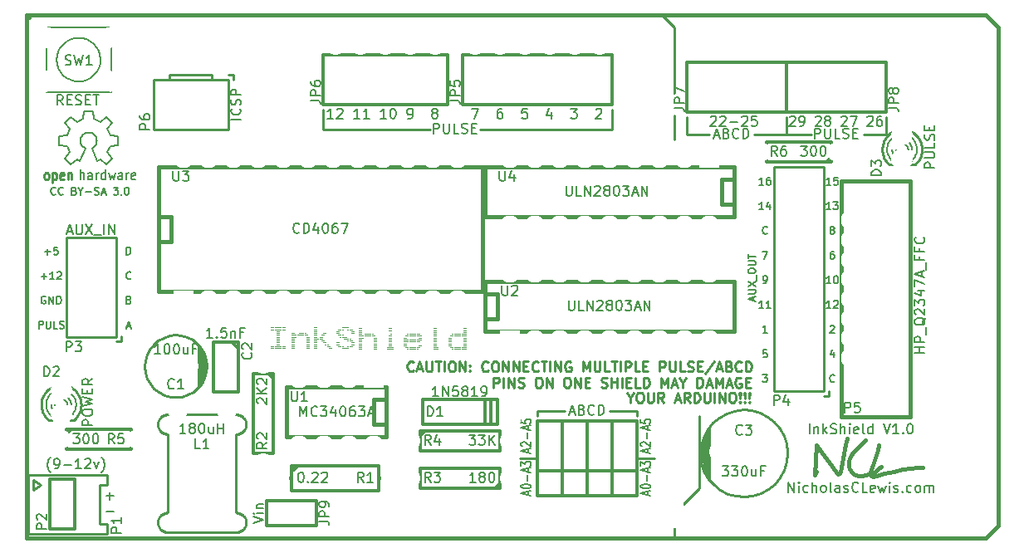
<source format=gto>
G04 (created by PCBNEW-RS274X (2010-12-23 BZR 2684)-stable) date 10/9/2011 1:25:49 PM*
G01*
G70*
G90*
%MOIN*%
G04 Gerber Fmt 3.4, Leading zero omitted, Abs format*
%FSLAX34Y34*%
G04 APERTURE LIST*
%ADD10C,0.006000*%
%ADD11C,0.007500*%
%ADD12C,0.010000*%
%ADD13C,0.008000*%
%ADD14C,0.015000*%
%ADD15C,0.012000*%
%ADD16C,0.005000*%
%ADD17C,0.008800*%
%ADD18C,0.086000*%
%ADD19C,0.075000*%
%ADD20C,0.080000*%
%ADD21R,0.080000X0.080000*%
%ADD22O,0.080000X0.120000*%
%ADD23R,0.082000X0.110000*%
%ADD24O,0.082000X0.110000*%
%ADD25C,0.090000*%
%ADD26R,0.090000X0.090000*%
%ADD27R,0.083000X0.083000*%
%ADD28C,0.083000*%
%ADD29C,0.085000*%
G04 APERTURE END LIST*
G54D10*
G54D11*
X64443Y-39271D02*
X64271Y-39271D01*
X64357Y-39271D02*
X64357Y-38971D01*
X64328Y-39014D01*
X64300Y-39043D01*
X64271Y-39057D01*
X64700Y-38971D02*
X64643Y-38971D01*
X64614Y-38986D01*
X64600Y-39000D01*
X64571Y-39043D01*
X64557Y-39100D01*
X64557Y-39214D01*
X64571Y-39243D01*
X64586Y-39257D01*
X64614Y-39271D01*
X64671Y-39271D01*
X64700Y-39257D01*
X64714Y-39243D01*
X64729Y-39214D01*
X64729Y-39143D01*
X64714Y-39114D01*
X64700Y-39100D01*
X64671Y-39086D01*
X64614Y-39086D01*
X64586Y-39100D01*
X64571Y-39114D01*
X64557Y-39143D01*
X64443Y-40261D02*
X64271Y-40261D01*
X64357Y-40261D02*
X64357Y-39961D01*
X64328Y-40004D01*
X64300Y-40033D01*
X64271Y-40047D01*
X64700Y-40061D02*
X64700Y-40261D01*
X64629Y-39947D02*
X64557Y-40161D01*
X64743Y-40161D01*
X64593Y-41223D02*
X64579Y-41237D01*
X64536Y-41251D01*
X64507Y-41251D01*
X64464Y-41237D01*
X64436Y-41209D01*
X64421Y-41180D01*
X64407Y-41123D01*
X64407Y-41080D01*
X64421Y-41023D01*
X64436Y-40994D01*
X64464Y-40966D01*
X64507Y-40951D01*
X64536Y-40951D01*
X64579Y-40966D01*
X64593Y-40980D01*
X64400Y-41941D02*
X64600Y-41941D01*
X64471Y-42241D01*
X64443Y-43231D02*
X64500Y-43231D01*
X64528Y-43217D01*
X64543Y-43203D01*
X64571Y-43160D01*
X64586Y-43103D01*
X64586Y-42989D01*
X64571Y-42960D01*
X64557Y-42946D01*
X64528Y-42931D01*
X64471Y-42931D01*
X64443Y-42946D01*
X64428Y-42960D01*
X64414Y-42989D01*
X64414Y-43060D01*
X64428Y-43089D01*
X64443Y-43103D01*
X64471Y-43117D01*
X64528Y-43117D01*
X64557Y-43103D01*
X64571Y-43089D01*
X64586Y-43060D01*
X64443Y-44221D02*
X64271Y-44221D01*
X64357Y-44221D02*
X64357Y-43921D01*
X64328Y-43964D01*
X64300Y-43993D01*
X64271Y-44007D01*
X64729Y-44221D02*
X64557Y-44221D01*
X64643Y-44221D02*
X64643Y-43921D01*
X64614Y-43964D01*
X64586Y-43993D01*
X64557Y-44007D01*
X64586Y-45211D02*
X64414Y-45211D01*
X64500Y-45211D02*
X64500Y-44911D01*
X64471Y-44954D01*
X64443Y-44983D01*
X64414Y-44997D01*
X64571Y-45901D02*
X64428Y-45901D01*
X64414Y-46044D01*
X64428Y-46030D01*
X64457Y-46016D01*
X64528Y-46016D01*
X64557Y-46030D01*
X64571Y-46044D01*
X64586Y-46073D01*
X64586Y-46144D01*
X64571Y-46173D01*
X64557Y-46187D01*
X64528Y-46201D01*
X64457Y-46201D01*
X64428Y-46187D01*
X64414Y-46173D01*
X64400Y-46891D02*
X64586Y-46891D01*
X64486Y-47006D01*
X64528Y-47006D01*
X64557Y-47020D01*
X64571Y-47034D01*
X64586Y-47063D01*
X64586Y-47134D01*
X64571Y-47163D01*
X64557Y-47177D01*
X64528Y-47191D01*
X64443Y-47191D01*
X64414Y-47177D01*
X64400Y-47163D01*
X67143Y-39271D02*
X66971Y-39271D01*
X67057Y-39271D02*
X67057Y-38971D01*
X67028Y-39014D01*
X67000Y-39043D01*
X66971Y-39057D01*
X67414Y-38971D02*
X67271Y-38971D01*
X67257Y-39114D01*
X67271Y-39100D01*
X67300Y-39086D01*
X67371Y-39086D01*
X67400Y-39100D01*
X67414Y-39114D01*
X67429Y-39143D01*
X67429Y-39214D01*
X67414Y-39243D01*
X67400Y-39257D01*
X67371Y-39271D01*
X67300Y-39271D01*
X67271Y-39257D01*
X67257Y-39243D01*
X67143Y-40261D02*
X66971Y-40261D01*
X67057Y-40261D02*
X67057Y-39961D01*
X67028Y-40004D01*
X67000Y-40033D01*
X66971Y-40047D01*
X67243Y-39961D02*
X67429Y-39961D01*
X67329Y-40076D01*
X67371Y-40076D01*
X67400Y-40090D01*
X67414Y-40104D01*
X67429Y-40133D01*
X67429Y-40204D01*
X67414Y-40233D01*
X67400Y-40247D01*
X67371Y-40261D01*
X67286Y-40261D01*
X67257Y-40247D01*
X67243Y-40233D01*
X67171Y-41080D02*
X67143Y-41066D01*
X67128Y-41051D01*
X67114Y-41023D01*
X67114Y-41009D01*
X67128Y-40980D01*
X67143Y-40966D01*
X67171Y-40951D01*
X67228Y-40951D01*
X67257Y-40966D01*
X67271Y-40980D01*
X67286Y-41009D01*
X67286Y-41023D01*
X67271Y-41051D01*
X67257Y-41066D01*
X67228Y-41080D01*
X67171Y-41080D01*
X67143Y-41094D01*
X67128Y-41109D01*
X67114Y-41137D01*
X67114Y-41194D01*
X67128Y-41223D01*
X67143Y-41237D01*
X67171Y-41251D01*
X67228Y-41251D01*
X67257Y-41237D01*
X67271Y-41223D01*
X67286Y-41194D01*
X67286Y-41137D01*
X67271Y-41109D01*
X67257Y-41094D01*
X67228Y-41080D01*
X67257Y-41941D02*
X67200Y-41941D01*
X67171Y-41956D01*
X67157Y-41970D01*
X67128Y-42013D01*
X67114Y-42070D01*
X67114Y-42184D01*
X67128Y-42213D01*
X67143Y-42227D01*
X67171Y-42241D01*
X67228Y-42241D01*
X67257Y-42227D01*
X67271Y-42213D01*
X67286Y-42184D01*
X67286Y-42113D01*
X67271Y-42084D01*
X67257Y-42070D01*
X67228Y-42056D01*
X67171Y-42056D01*
X67143Y-42070D01*
X67128Y-42084D01*
X67114Y-42113D01*
X67143Y-43231D02*
X66971Y-43231D01*
X67057Y-43231D02*
X67057Y-42931D01*
X67028Y-42974D01*
X67000Y-43003D01*
X66971Y-43017D01*
X67329Y-42931D02*
X67357Y-42931D01*
X67386Y-42946D01*
X67400Y-42960D01*
X67414Y-42989D01*
X67429Y-43046D01*
X67429Y-43117D01*
X67414Y-43174D01*
X67400Y-43203D01*
X67386Y-43217D01*
X67357Y-43231D01*
X67329Y-43231D01*
X67300Y-43217D01*
X67286Y-43203D01*
X67271Y-43174D01*
X67257Y-43117D01*
X67257Y-43046D01*
X67271Y-42989D01*
X67286Y-42960D01*
X67300Y-42946D01*
X67329Y-42931D01*
X67143Y-44221D02*
X66971Y-44221D01*
X67057Y-44221D02*
X67057Y-43921D01*
X67028Y-43964D01*
X67000Y-43993D01*
X66971Y-44007D01*
X67257Y-43950D02*
X67271Y-43936D01*
X67300Y-43921D01*
X67371Y-43921D01*
X67400Y-43936D01*
X67414Y-43950D01*
X67429Y-43979D01*
X67429Y-44007D01*
X67414Y-44050D01*
X67243Y-44221D01*
X67429Y-44221D01*
X67114Y-44940D02*
X67128Y-44926D01*
X67157Y-44911D01*
X67228Y-44911D01*
X67257Y-44926D01*
X67271Y-44940D01*
X67286Y-44969D01*
X67286Y-44997D01*
X67271Y-45040D01*
X67100Y-45211D01*
X67286Y-45211D01*
X67257Y-46001D02*
X67257Y-46201D01*
X67186Y-45887D02*
X67114Y-46101D01*
X67300Y-46101D01*
X67293Y-47163D02*
X67279Y-47177D01*
X67236Y-47191D01*
X67207Y-47191D01*
X67164Y-47177D01*
X67136Y-47149D01*
X67121Y-47120D01*
X67107Y-47063D01*
X67107Y-47020D01*
X67121Y-46963D01*
X67136Y-46934D01*
X67164Y-46906D01*
X67207Y-46891D01*
X67236Y-46891D01*
X67279Y-46906D01*
X67293Y-46920D01*
G54D12*
X42300Y-34850D02*
X42300Y-35050D01*
X40600Y-34850D02*
X42300Y-34850D01*
X40600Y-35050D02*
X40600Y-34850D01*
G54D13*
X38048Y-51760D02*
X38353Y-51760D01*
X38201Y-51912D02*
X38201Y-51607D01*
X38048Y-52400D02*
X38353Y-52400D01*
X35822Y-50814D02*
X35802Y-50795D01*
X35764Y-50738D01*
X35745Y-50700D01*
X35726Y-50643D01*
X35707Y-50548D01*
X35707Y-50471D01*
X35726Y-50376D01*
X35745Y-50319D01*
X35764Y-50281D01*
X35802Y-50224D01*
X35822Y-50205D01*
X35993Y-50662D02*
X36069Y-50662D01*
X36108Y-50643D01*
X36127Y-50624D01*
X36165Y-50567D01*
X36184Y-50490D01*
X36184Y-50338D01*
X36165Y-50300D01*
X36146Y-50281D01*
X36108Y-50262D01*
X36031Y-50262D01*
X35993Y-50281D01*
X35974Y-50300D01*
X35955Y-50338D01*
X35955Y-50433D01*
X35974Y-50471D01*
X35993Y-50490D01*
X36031Y-50510D01*
X36108Y-50510D01*
X36146Y-50490D01*
X36165Y-50471D01*
X36184Y-50433D01*
X36355Y-50510D02*
X36660Y-50510D01*
X37060Y-50662D02*
X36831Y-50662D01*
X36945Y-50662D02*
X36945Y-50262D01*
X36907Y-50319D01*
X36869Y-50357D01*
X36831Y-50376D01*
X37212Y-50300D02*
X37231Y-50281D01*
X37269Y-50262D01*
X37365Y-50262D01*
X37403Y-50281D01*
X37422Y-50300D01*
X37441Y-50338D01*
X37441Y-50376D01*
X37422Y-50433D01*
X37193Y-50662D01*
X37441Y-50662D01*
X37574Y-50395D02*
X37669Y-50662D01*
X37765Y-50395D01*
X37879Y-50814D02*
X37898Y-50795D01*
X37936Y-50738D01*
X37955Y-50700D01*
X37974Y-50643D01*
X37993Y-50548D01*
X37993Y-50471D01*
X37974Y-50376D01*
X37955Y-50319D01*
X37936Y-50281D01*
X37898Y-50224D01*
X37879Y-50205D01*
G54D12*
X60850Y-36500D02*
X60850Y-37450D01*
X60850Y-35600D02*
X60850Y-32950D01*
X67050Y-47750D02*
X67050Y-47550D01*
X67050Y-47750D02*
X66850Y-47750D01*
X38650Y-45550D02*
X38450Y-45550D01*
X38650Y-45550D02*
X38650Y-45350D01*
X43150Y-34850D02*
X43150Y-35050D01*
X42950Y-34850D02*
X43150Y-34850D01*
G54D11*
X38871Y-42071D02*
X38871Y-41771D01*
X38943Y-41771D01*
X38986Y-41786D01*
X39014Y-41814D01*
X39029Y-41843D01*
X39043Y-41900D01*
X39043Y-41943D01*
X39029Y-42000D01*
X39014Y-42029D01*
X38986Y-42057D01*
X38943Y-42071D01*
X38871Y-42071D01*
X39043Y-43033D02*
X39029Y-43047D01*
X38986Y-43061D01*
X38957Y-43061D01*
X38914Y-43047D01*
X38886Y-43019D01*
X38871Y-42990D01*
X38857Y-42933D01*
X38857Y-42890D01*
X38871Y-42833D01*
X38886Y-42804D01*
X38914Y-42776D01*
X38957Y-42761D01*
X38986Y-42761D01*
X39029Y-42776D01*
X39043Y-42790D01*
X38971Y-43894D02*
X39014Y-43909D01*
X39029Y-43923D01*
X39043Y-43951D01*
X39043Y-43994D01*
X39029Y-44023D01*
X39014Y-44037D01*
X38986Y-44051D01*
X38871Y-44051D01*
X38871Y-43751D01*
X38971Y-43751D01*
X39000Y-43766D01*
X39014Y-43780D01*
X39029Y-43809D01*
X39029Y-43837D01*
X39014Y-43866D01*
X39000Y-43880D01*
X38971Y-43894D01*
X38871Y-43894D01*
X38879Y-44956D02*
X39022Y-44956D01*
X38851Y-45041D02*
X38951Y-44741D01*
X39051Y-45041D01*
X35593Y-41957D02*
X35822Y-41957D01*
X35708Y-42071D02*
X35708Y-41843D01*
X36107Y-41771D02*
X35964Y-41771D01*
X35950Y-41914D01*
X35964Y-41900D01*
X35993Y-41886D01*
X36064Y-41886D01*
X36093Y-41900D01*
X36107Y-41914D01*
X36122Y-41943D01*
X36122Y-42014D01*
X36107Y-42043D01*
X36093Y-42057D01*
X36064Y-42071D01*
X35993Y-42071D01*
X35964Y-42057D01*
X35950Y-42043D01*
X35450Y-42947D02*
X35679Y-42947D01*
X35565Y-43061D02*
X35565Y-42833D01*
X35979Y-43061D02*
X35807Y-43061D01*
X35893Y-43061D02*
X35893Y-42761D01*
X35864Y-42804D01*
X35836Y-42833D01*
X35807Y-42847D01*
X36093Y-42790D02*
X36107Y-42776D01*
X36136Y-42761D01*
X36207Y-42761D01*
X36236Y-42776D01*
X36250Y-42790D01*
X36265Y-42819D01*
X36265Y-42847D01*
X36250Y-42890D01*
X36079Y-43061D01*
X36265Y-43061D01*
X35622Y-43766D02*
X35593Y-43751D01*
X35550Y-43751D01*
X35507Y-43766D01*
X35479Y-43794D01*
X35464Y-43823D01*
X35450Y-43880D01*
X35450Y-43923D01*
X35464Y-43980D01*
X35479Y-44009D01*
X35507Y-44037D01*
X35550Y-44051D01*
X35579Y-44051D01*
X35622Y-44037D01*
X35636Y-44023D01*
X35636Y-43923D01*
X35579Y-43923D01*
X35764Y-44051D02*
X35764Y-43751D01*
X35936Y-44051D01*
X35936Y-43751D01*
X36078Y-44051D02*
X36078Y-43751D01*
X36150Y-43751D01*
X36193Y-43766D01*
X36221Y-43794D01*
X36236Y-43823D01*
X36250Y-43880D01*
X36250Y-43923D01*
X36236Y-43980D01*
X36221Y-44009D01*
X36193Y-44037D01*
X36150Y-44051D01*
X36078Y-44051D01*
X35350Y-45041D02*
X35350Y-44741D01*
X35465Y-44741D01*
X35493Y-44756D01*
X35508Y-44770D01*
X35522Y-44799D01*
X35522Y-44841D01*
X35508Y-44870D01*
X35493Y-44884D01*
X35465Y-44899D01*
X35350Y-44899D01*
X35650Y-44741D02*
X35650Y-44984D01*
X35665Y-45013D01*
X35679Y-45027D01*
X35708Y-45041D01*
X35765Y-45041D01*
X35793Y-45027D01*
X35808Y-45013D01*
X35822Y-44984D01*
X35822Y-44741D01*
X36107Y-45041D02*
X35964Y-45041D01*
X35964Y-44741D01*
X36193Y-45027D02*
X36236Y-45041D01*
X36307Y-45041D01*
X36336Y-45027D01*
X36350Y-45013D01*
X36365Y-44984D01*
X36365Y-44956D01*
X36350Y-44927D01*
X36336Y-44913D01*
X36307Y-44899D01*
X36250Y-44884D01*
X36222Y-44870D01*
X36207Y-44856D01*
X36193Y-44827D01*
X36193Y-44799D01*
X36207Y-44770D01*
X36222Y-44756D01*
X36250Y-44741D01*
X36322Y-44741D01*
X36365Y-44756D01*
G54D12*
X69350Y-37250D02*
X68450Y-37250D01*
X69350Y-36550D02*
X69350Y-37250D01*
X65350Y-37250D02*
X66350Y-37250D01*
X65350Y-37250D02*
X65350Y-36550D01*
X64050Y-37250D02*
X65350Y-37250D01*
X61350Y-37250D02*
X62250Y-37250D01*
X61350Y-36550D02*
X61350Y-37250D01*
X46750Y-37050D02*
X46750Y-36250D01*
X51050Y-37050D02*
X46750Y-37050D01*
X58350Y-37050D02*
X53050Y-37050D01*
X58350Y-36250D02*
X58350Y-37050D01*
X61850Y-51450D02*
X61850Y-48550D01*
X59098Y-47821D02*
X59098Y-48012D01*
X58965Y-47612D02*
X59098Y-47821D01*
X59232Y-47612D01*
X59441Y-47612D02*
X59518Y-47612D01*
X59556Y-47631D01*
X59594Y-47669D01*
X59613Y-47745D01*
X59613Y-47879D01*
X59594Y-47955D01*
X59556Y-47993D01*
X59518Y-48012D01*
X59441Y-48012D01*
X59403Y-47993D01*
X59365Y-47955D01*
X59346Y-47879D01*
X59346Y-47745D01*
X59365Y-47669D01*
X59403Y-47631D01*
X59441Y-47612D01*
X59784Y-47612D02*
X59784Y-47936D01*
X59803Y-47974D01*
X59822Y-47993D01*
X59860Y-48012D01*
X59937Y-48012D01*
X59975Y-47993D01*
X59994Y-47974D01*
X60013Y-47936D01*
X60013Y-47612D01*
X60432Y-48012D02*
X60298Y-47821D01*
X60203Y-48012D02*
X60203Y-47612D01*
X60356Y-47612D01*
X60394Y-47631D01*
X60413Y-47650D01*
X60432Y-47688D01*
X60432Y-47745D01*
X60413Y-47783D01*
X60394Y-47802D01*
X60356Y-47821D01*
X60203Y-47821D01*
X60889Y-47898D02*
X61080Y-47898D01*
X60851Y-48012D02*
X60984Y-47612D01*
X61118Y-48012D01*
X61480Y-48012D02*
X61346Y-47821D01*
X61251Y-48012D02*
X61251Y-47612D01*
X61404Y-47612D01*
X61442Y-47631D01*
X61461Y-47650D01*
X61480Y-47688D01*
X61480Y-47745D01*
X61461Y-47783D01*
X61442Y-47802D01*
X61404Y-47821D01*
X61251Y-47821D01*
X61651Y-48012D02*
X61651Y-47612D01*
X61746Y-47612D01*
X61804Y-47631D01*
X61842Y-47669D01*
X61861Y-47707D01*
X61880Y-47783D01*
X61880Y-47840D01*
X61861Y-47917D01*
X61842Y-47955D01*
X61804Y-47993D01*
X61746Y-48012D01*
X61651Y-48012D01*
X62051Y-47612D02*
X62051Y-47936D01*
X62070Y-47974D01*
X62089Y-47993D01*
X62127Y-48012D01*
X62204Y-48012D01*
X62242Y-47993D01*
X62261Y-47974D01*
X62280Y-47936D01*
X62280Y-47612D01*
X62470Y-48012D02*
X62470Y-47612D01*
X62660Y-48012D02*
X62660Y-47612D01*
X62889Y-48012D01*
X62889Y-47612D01*
X63155Y-47612D02*
X63232Y-47612D01*
X63270Y-47631D01*
X63308Y-47669D01*
X63327Y-47745D01*
X63327Y-47879D01*
X63308Y-47955D01*
X63270Y-47993D01*
X63232Y-48012D01*
X63155Y-48012D01*
X63117Y-47993D01*
X63079Y-47955D01*
X63060Y-47879D01*
X63060Y-47745D01*
X63079Y-47669D01*
X63117Y-47631D01*
X63155Y-47612D01*
X63498Y-47974D02*
X63517Y-47993D01*
X63498Y-48012D01*
X63479Y-47993D01*
X63498Y-47974D01*
X63498Y-48012D01*
X63498Y-47860D02*
X63479Y-47631D01*
X63498Y-47612D01*
X63517Y-47631D01*
X63498Y-47860D01*
X63498Y-47612D01*
X63688Y-47974D02*
X63707Y-47993D01*
X63688Y-48012D01*
X63669Y-47993D01*
X63688Y-47974D01*
X63688Y-48012D01*
X63688Y-47860D02*
X63669Y-47631D01*
X63688Y-47612D01*
X63707Y-47631D01*
X63688Y-47860D01*
X63688Y-47612D01*
X63878Y-47974D02*
X63897Y-47993D01*
X63878Y-48012D01*
X63859Y-47993D01*
X63878Y-47974D01*
X63878Y-48012D01*
X63878Y-47860D02*
X63859Y-47631D01*
X63878Y-47612D01*
X63897Y-47631D01*
X63878Y-47860D01*
X63878Y-47612D01*
X53607Y-47412D02*
X53607Y-47012D01*
X53760Y-47012D01*
X53798Y-47031D01*
X53817Y-47050D01*
X53836Y-47088D01*
X53836Y-47145D01*
X53817Y-47183D01*
X53798Y-47202D01*
X53760Y-47221D01*
X53607Y-47221D01*
X54007Y-47412D02*
X54007Y-47012D01*
X54197Y-47412D02*
X54197Y-47012D01*
X54426Y-47412D01*
X54426Y-47012D01*
X54597Y-47393D02*
X54654Y-47412D01*
X54750Y-47412D01*
X54788Y-47393D01*
X54807Y-47374D01*
X54826Y-47336D01*
X54826Y-47298D01*
X54807Y-47260D01*
X54788Y-47240D01*
X54750Y-47221D01*
X54673Y-47202D01*
X54635Y-47183D01*
X54616Y-47164D01*
X54597Y-47126D01*
X54597Y-47088D01*
X54616Y-47050D01*
X54635Y-47031D01*
X54673Y-47012D01*
X54769Y-47012D01*
X54826Y-47031D01*
X55378Y-47012D02*
X55455Y-47012D01*
X55493Y-47031D01*
X55531Y-47069D01*
X55550Y-47145D01*
X55550Y-47279D01*
X55531Y-47355D01*
X55493Y-47393D01*
X55455Y-47412D01*
X55378Y-47412D01*
X55340Y-47393D01*
X55302Y-47355D01*
X55283Y-47279D01*
X55283Y-47145D01*
X55302Y-47069D01*
X55340Y-47031D01*
X55378Y-47012D01*
X55721Y-47412D02*
X55721Y-47012D01*
X55950Y-47412D01*
X55950Y-47012D01*
X56521Y-47012D02*
X56598Y-47012D01*
X56636Y-47031D01*
X56674Y-47069D01*
X56693Y-47145D01*
X56693Y-47279D01*
X56674Y-47355D01*
X56636Y-47393D01*
X56598Y-47412D01*
X56521Y-47412D01*
X56483Y-47393D01*
X56445Y-47355D01*
X56426Y-47279D01*
X56426Y-47145D01*
X56445Y-47069D01*
X56483Y-47031D01*
X56521Y-47012D01*
X56864Y-47412D02*
X56864Y-47012D01*
X57093Y-47412D01*
X57093Y-47012D01*
X57283Y-47202D02*
X57417Y-47202D01*
X57474Y-47412D02*
X57283Y-47412D01*
X57283Y-47012D01*
X57474Y-47012D01*
X57931Y-47393D02*
X57988Y-47412D01*
X58084Y-47412D01*
X58122Y-47393D01*
X58141Y-47374D01*
X58160Y-47336D01*
X58160Y-47298D01*
X58141Y-47260D01*
X58122Y-47240D01*
X58084Y-47221D01*
X58007Y-47202D01*
X57969Y-47183D01*
X57950Y-47164D01*
X57931Y-47126D01*
X57931Y-47088D01*
X57950Y-47050D01*
X57969Y-47031D01*
X58007Y-47012D01*
X58103Y-47012D01*
X58160Y-47031D01*
X58331Y-47412D02*
X58331Y-47012D01*
X58331Y-47202D02*
X58560Y-47202D01*
X58560Y-47412D02*
X58560Y-47012D01*
X58750Y-47412D02*
X58750Y-47012D01*
X58940Y-47202D02*
X59074Y-47202D01*
X59131Y-47412D02*
X58940Y-47412D01*
X58940Y-47012D01*
X59131Y-47012D01*
X59493Y-47412D02*
X59302Y-47412D01*
X59302Y-47012D01*
X59626Y-47412D02*
X59626Y-47012D01*
X59721Y-47012D01*
X59779Y-47031D01*
X59817Y-47069D01*
X59836Y-47107D01*
X59855Y-47183D01*
X59855Y-47240D01*
X59836Y-47317D01*
X59817Y-47355D01*
X59779Y-47393D01*
X59721Y-47412D01*
X59626Y-47412D01*
X60331Y-47412D02*
X60331Y-47012D01*
X60465Y-47298D01*
X60598Y-47012D01*
X60598Y-47412D01*
X60769Y-47298D02*
X60960Y-47298D01*
X60731Y-47412D02*
X60864Y-47012D01*
X60998Y-47412D01*
X61207Y-47221D02*
X61207Y-47412D01*
X61074Y-47012D02*
X61207Y-47221D01*
X61341Y-47012D01*
X61779Y-47412D02*
X61779Y-47012D01*
X61874Y-47012D01*
X61932Y-47031D01*
X61970Y-47069D01*
X61989Y-47107D01*
X62008Y-47183D01*
X62008Y-47240D01*
X61989Y-47317D01*
X61970Y-47355D01*
X61932Y-47393D01*
X61874Y-47412D01*
X61779Y-47412D01*
X62160Y-47298D02*
X62351Y-47298D01*
X62122Y-47412D02*
X62255Y-47012D01*
X62389Y-47412D01*
X62522Y-47412D02*
X62522Y-47012D01*
X62656Y-47298D01*
X62789Y-47012D01*
X62789Y-47412D01*
X62960Y-47298D02*
X63151Y-47298D01*
X62922Y-47412D02*
X63055Y-47012D01*
X63189Y-47412D01*
X63532Y-47031D02*
X63494Y-47012D01*
X63437Y-47012D01*
X63379Y-47031D01*
X63341Y-47069D01*
X63322Y-47107D01*
X63303Y-47183D01*
X63303Y-47240D01*
X63322Y-47317D01*
X63341Y-47355D01*
X63379Y-47393D01*
X63437Y-47412D01*
X63475Y-47412D01*
X63532Y-47393D01*
X63551Y-47374D01*
X63551Y-47240D01*
X63475Y-47240D01*
X63722Y-47202D02*
X63856Y-47202D01*
X63913Y-47412D02*
X63722Y-47412D01*
X63722Y-47012D01*
X63913Y-47012D01*
X50393Y-46724D02*
X50374Y-46743D01*
X50317Y-46762D01*
X50279Y-46762D01*
X50221Y-46743D01*
X50183Y-46705D01*
X50164Y-46667D01*
X50145Y-46590D01*
X50145Y-46533D01*
X50164Y-46457D01*
X50183Y-46419D01*
X50221Y-46381D01*
X50279Y-46362D01*
X50317Y-46362D01*
X50374Y-46381D01*
X50393Y-46400D01*
X50545Y-46648D02*
X50736Y-46648D01*
X50507Y-46762D02*
X50640Y-46362D01*
X50774Y-46762D01*
X50907Y-46362D02*
X50907Y-46686D01*
X50926Y-46724D01*
X50945Y-46743D01*
X50983Y-46762D01*
X51060Y-46762D01*
X51098Y-46743D01*
X51117Y-46724D01*
X51136Y-46686D01*
X51136Y-46362D01*
X51269Y-46362D02*
X51498Y-46362D01*
X51383Y-46762D02*
X51383Y-46362D01*
X51631Y-46762D02*
X51631Y-46362D01*
X51897Y-46362D02*
X51974Y-46362D01*
X52012Y-46381D01*
X52050Y-46419D01*
X52069Y-46495D01*
X52069Y-46629D01*
X52050Y-46705D01*
X52012Y-46743D01*
X51974Y-46762D01*
X51897Y-46762D01*
X51859Y-46743D01*
X51821Y-46705D01*
X51802Y-46629D01*
X51802Y-46495D01*
X51821Y-46419D01*
X51859Y-46381D01*
X51897Y-46362D01*
X52240Y-46762D02*
X52240Y-46362D01*
X52469Y-46762D01*
X52469Y-46362D01*
X52659Y-46724D02*
X52678Y-46743D01*
X52659Y-46762D01*
X52640Y-46743D01*
X52659Y-46724D01*
X52659Y-46762D01*
X52659Y-46514D02*
X52678Y-46533D01*
X52659Y-46552D01*
X52640Y-46533D01*
X52659Y-46514D01*
X52659Y-46552D01*
X53383Y-46724D02*
X53364Y-46743D01*
X53307Y-46762D01*
X53269Y-46762D01*
X53211Y-46743D01*
X53173Y-46705D01*
X53154Y-46667D01*
X53135Y-46590D01*
X53135Y-46533D01*
X53154Y-46457D01*
X53173Y-46419D01*
X53211Y-46381D01*
X53269Y-46362D01*
X53307Y-46362D01*
X53364Y-46381D01*
X53383Y-46400D01*
X53630Y-46362D02*
X53707Y-46362D01*
X53745Y-46381D01*
X53783Y-46419D01*
X53802Y-46495D01*
X53802Y-46629D01*
X53783Y-46705D01*
X53745Y-46743D01*
X53707Y-46762D01*
X53630Y-46762D01*
X53592Y-46743D01*
X53554Y-46705D01*
X53535Y-46629D01*
X53535Y-46495D01*
X53554Y-46419D01*
X53592Y-46381D01*
X53630Y-46362D01*
X53973Y-46762D02*
X53973Y-46362D01*
X54202Y-46762D01*
X54202Y-46362D01*
X54392Y-46762D02*
X54392Y-46362D01*
X54621Y-46762D01*
X54621Y-46362D01*
X54811Y-46552D02*
X54945Y-46552D01*
X55002Y-46762D02*
X54811Y-46762D01*
X54811Y-46362D01*
X55002Y-46362D01*
X55402Y-46724D02*
X55383Y-46743D01*
X55326Y-46762D01*
X55288Y-46762D01*
X55230Y-46743D01*
X55192Y-46705D01*
X55173Y-46667D01*
X55154Y-46590D01*
X55154Y-46533D01*
X55173Y-46457D01*
X55192Y-46419D01*
X55230Y-46381D01*
X55288Y-46362D01*
X55326Y-46362D01*
X55383Y-46381D01*
X55402Y-46400D01*
X55516Y-46362D02*
X55745Y-46362D01*
X55630Y-46762D02*
X55630Y-46362D01*
X55878Y-46762D02*
X55878Y-46362D01*
X56068Y-46762D02*
X56068Y-46362D01*
X56297Y-46762D01*
X56297Y-46362D01*
X56697Y-46381D02*
X56659Y-46362D01*
X56602Y-46362D01*
X56544Y-46381D01*
X56506Y-46419D01*
X56487Y-46457D01*
X56468Y-46533D01*
X56468Y-46590D01*
X56487Y-46667D01*
X56506Y-46705D01*
X56544Y-46743D01*
X56602Y-46762D01*
X56640Y-46762D01*
X56697Y-46743D01*
X56716Y-46724D01*
X56716Y-46590D01*
X56640Y-46590D01*
X57192Y-46762D02*
X57192Y-46362D01*
X57326Y-46648D01*
X57459Y-46362D01*
X57459Y-46762D01*
X57649Y-46362D02*
X57649Y-46686D01*
X57668Y-46724D01*
X57687Y-46743D01*
X57725Y-46762D01*
X57802Y-46762D01*
X57840Y-46743D01*
X57859Y-46724D01*
X57878Y-46686D01*
X57878Y-46362D01*
X58259Y-46762D02*
X58068Y-46762D01*
X58068Y-46362D01*
X58335Y-46362D02*
X58564Y-46362D01*
X58449Y-46762D02*
X58449Y-46362D01*
X58697Y-46762D02*
X58697Y-46362D01*
X58887Y-46762D02*
X58887Y-46362D01*
X59040Y-46362D01*
X59078Y-46381D01*
X59097Y-46400D01*
X59116Y-46438D01*
X59116Y-46495D01*
X59097Y-46533D01*
X59078Y-46552D01*
X59040Y-46571D01*
X58887Y-46571D01*
X59478Y-46762D02*
X59287Y-46762D01*
X59287Y-46362D01*
X59611Y-46552D02*
X59745Y-46552D01*
X59802Y-46762D02*
X59611Y-46762D01*
X59611Y-46362D01*
X59802Y-46362D01*
X60278Y-46762D02*
X60278Y-46362D01*
X60431Y-46362D01*
X60469Y-46381D01*
X60488Y-46400D01*
X60507Y-46438D01*
X60507Y-46495D01*
X60488Y-46533D01*
X60469Y-46552D01*
X60431Y-46571D01*
X60278Y-46571D01*
X60678Y-46362D02*
X60678Y-46686D01*
X60697Y-46724D01*
X60716Y-46743D01*
X60754Y-46762D01*
X60831Y-46762D01*
X60869Y-46743D01*
X60888Y-46724D01*
X60907Y-46686D01*
X60907Y-46362D01*
X61288Y-46762D02*
X61097Y-46762D01*
X61097Y-46362D01*
X61402Y-46743D02*
X61459Y-46762D01*
X61555Y-46762D01*
X61593Y-46743D01*
X61612Y-46724D01*
X61631Y-46686D01*
X61631Y-46648D01*
X61612Y-46610D01*
X61593Y-46590D01*
X61555Y-46571D01*
X61478Y-46552D01*
X61440Y-46533D01*
X61421Y-46514D01*
X61402Y-46476D01*
X61402Y-46438D01*
X61421Y-46400D01*
X61440Y-46381D01*
X61478Y-46362D01*
X61574Y-46362D01*
X61631Y-46381D01*
X61802Y-46552D02*
X61936Y-46552D01*
X61993Y-46762D02*
X61802Y-46762D01*
X61802Y-46362D01*
X61993Y-46362D01*
X62450Y-46343D02*
X62107Y-46857D01*
X62564Y-46648D02*
X62755Y-46648D01*
X62526Y-46762D02*
X62659Y-46362D01*
X62793Y-46762D01*
X63060Y-46552D02*
X63117Y-46571D01*
X63136Y-46590D01*
X63155Y-46629D01*
X63155Y-46686D01*
X63136Y-46724D01*
X63117Y-46743D01*
X63079Y-46762D01*
X62926Y-46762D01*
X62926Y-46362D01*
X63060Y-46362D01*
X63098Y-46381D01*
X63117Y-46400D01*
X63136Y-46438D01*
X63136Y-46476D01*
X63117Y-46514D01*
X63098Y-46533D01*
X63060Y-46552D01*
X62926Y-46552D01*
X63555Y-46724D02*
X63536Y-46743D01*
X63479Y-46762D01*
X63441Y-46762D01*
X63383Y-46743D01*
X63345Y-46705D01*
X63326Y-46667D01*
X63307Y-46590D01*
X63307Y-46533D01*
X63326Y-46457D01*
X63345Y-46419D01*
X63383Y-46381D01*
X63441Y-46362D01*
X63479Y-46362D01*
X63536Y-46381D01*
X63555Y-46400D01*
X63726Y-46762D02*
X63726Y-46362D01*
X63821Y-46362D01*
X63879Y-46381D01*
X63917Y-46419D01*
X63936Y-46457D01*
X63955Y-46533D01*
X63955Y-46590D01*
X63936Y-46667D01*
X63917Y-46705D01*
X63879Y-46743D01*
X63821Y-46762D01*
X63726Y-46762D01*
X59350Y-48550D02*
X59350Y-48350D01*
X55350Y-48350D02*
X55350Y-48550D01*
X55350Y-48350D02*
X56450Y-48350D01*
X59350Y-48350D02*
X58250Y-48350D01*
X60850Y-52450D02*
X60850Y-53450D01*
X61850Y-51450D02*
X60850Y-52450D01*
X60350Y-32450D02*
X60850Y-32950D01*
G54D11*
X59798Y-50021D02*
X59798Y-49878D01*
X59912Y-50049D02*
X59512Y-49949D01*
X59912Y-49849D01*
X59550Y-49764D02*
X59531Y-49750D01*
X59512Y-49721D01*
X59512Y-49650D01*
X59531Y-49621D01*
X59550Y-49607D01*
X59588Y-49592D01*
X59626Y-49592D01*
X59683Y-49607D01*
X59912Y-49778D01*
X59912Y-49592D01*
X59760Y-49464D02*
X59760Y-49235D01*
X59798Y-49107D02*
X59798Y-48964D01*
X59912Y-49135D02*
X59512Y-49035D01*
X59912Y-48935D01*
X59512Y-48693D02*
X59512Y-48836D01*
X59702Y-48850D01*
X59683Y-48836D01*
X59664Y-48807D01*
X59664Y-48736D01*
X59683Y-48707D01*
X59702Y-48693D01*
X59740Y-48678D01*
X59836Y-48678D01*
X59874Y-48693D01*
X59893Y-48707D01*
X59912Y-48736D01*
X59912Y-48807D01*
X59893Y-48836D01*
X59874Y-48850D01*
X59798Y-51721D02*
X59798Y-51578D01*
X59912Y-51749D02*
X59512Y-51649D01*
X59912Y-51549D01*
X59512Y-51392D02*
X59512Y-51364D01*
X59531Y-51335D01*
X59550Y-51321D01*
X59588Y-51307D01*
X59664Y-51292D01*
X59760Y-51292D01*
X59836Y-51307D01*
X59874Y-51321D01*
X59893Y-51335D01*
X59912Y-51364D01*
X59912Y-51392D01*
X59893Y-51421D01*
X59874Y-51435D01*
X59836Y-51450D01*
X59760Y-51464D01*
X59664Y-51464D01*
X59588Y-51450D01*
X59550Y-51435D01*
X59531Y-51421D01*
X59512Y-51392D01*
X59760Y-51164D02*
X59760Y-50935D01*
X59798Y-50807D02*
X59798Y-50664D01*
X59912Y-50835D02*
X59512Y-50735D01*
X59912Y-50635D01*
X59512Y-50564D02*
X59512Y-50378D01*
X59664Y-50478D01*
X59664Y-50436D01*
X59683Y-50407D01*
X59702Y-50393D01*
X59740Y-50378D01*
X59836Y-50378D01*
X59874Y-50393D01*
X59893Y-50407D01*
X59912Y-50436D01*
X59912Y-50521D01*
X59893Y-50550D01*
X59874Y-50564D01*
G54D12*
X59350Y-50250D02*
X60050Y-50250D01*
G54D13*
X56655Y-48398D02*
X56846Y-48398D01*
X56617Y-48512D02*
X56750Y-48112D01*
X56884Y-48512D01*
X57151Y-48302D02*
X57208Y-48321D01*
X57227Y-48340D01*
X57246Y-48379D01*
X57246Y-48436D01*
X57227Y-48474D01*
X57208Y-48493D01*
X57170Y-48512D01*
X57017Y-48512D01*
X57017Y-48112D01*
X57151Y-48112D01*
X57189Y-48131D01*
X57208Y-48150D01*
X57227Y-48188D01*
X57227Y-48226D01*
X57208Y-48264D01*
X57189Y-48283D01*
X57151Y-48302D01*
X57017Y-48302D01*
X57646Y-48474D02*
X57627Y-48493D01*
X57570Y-48512D01*
X57532Y-48512D01*
X57474Y-48493D01*
X57436Y-48455D01*
X57417Y-48417D01*
X57398Y-48340D01*
X57398Y-48283D01*
X57417Y-48207D01*
X57436Y-48169D01*
X57474Y-48131D01*
X57532Y-48112D01*
X57570Y-48112D01*
X57627Y-48131D01*
X57646Y-48150D01*
X57817Y-48512D02*
X57817Y-48112D01*
X57912Y-48112D01*
X57970Y-48131D01*
X58008Y-48169D01*
X58027Y-48207D01*
X58046Y-48283D01*
X58046Y-48340D01*
X58027Y-48417D01*
X58008Y-48455D01*
X57970Y-48493D01*
X57912Y-48512D01*
X57817Y-48512D01*
X62455Y-37298D02*
X62646Y-37298D01*
X62417Y-37412D02*
X62550Y-37012D01*
X62684Y-37412D01*
X62951Y-37202D02*
X63008Y-37221D01*
X63027Y-37240D01*
X63046Y-37279D01*
X63046Y-37336D01*
X63027Y-37374D01*
X63008Y-37393D01*
X62970Y-37412D01*
X62817Y-37412D01*
X62817Y-37012D01*
X62951Y-37012D01*
X62989Y-37031D01*
X63008Y-37050D01*
X63027Y-37088D01*
X63027Y-37126D01*
X63008Y-37164D01*
X62989Y-37183D01*
X62951Y-37202D01*
X62817Y-37202D01*
X63446Y-37374D02*
X63427Y-37393D01*
X63370Y-37412D01*
X63332Y-37412D01*
X63274Y-37393D01*
X63236Y-37355D01*
X63217Y-37317D01*
X63198Y-37240D01*
X63198Y-37183D01*
X63217Y-37107D01*
X63236Y-37069D01*
X63274Y-37031D01*
X63332Y-37012D01*
X63370Y-37012D01*
X63427Y-37031D01*
X63446Y-37050D01*
X63617Y-37412D02*
X63617Y-37012D01*
X63712Y-37012D01*
X63770Y-37031D01*
X63808Y-37069D01*
X63827Y-37107D01*
X63846Y-37183D01*
X63846Y-37240D01*
X63827Y-37317D01*
X63808Y-37355D01*
X63770Y-37393D01*
X63712Y-37412D01*
X63617Y-37412D01*
X62317Y-36550D02*
X62336Y-36531D01*
X62374Y-36512D01*
X62470Y-36512D01*
X62508Y-36531D01*
X62527Y-36550D01*
X62546Y-36588D01*
X62546Y-36626D01*
X62527Y-36683D01*
X62298Y-36912D01*
X62546Y-36912D01*
X62698Y-36550D02*
X62717Y-36531D01*
X62755Y-36512D01*
X62851Y-36512D01*
X62889Y-36531D01*
X62908Y-36550D01*
X62927Y-36588D01*
X62927Y-36626D01*
X62908Y-36683D01*
X62679Y-36912D01*
X62927Y-36912D01*
X63098Y-36760D02*
X63403Y-36760D01*
X63574Y-36550D02*
X63593Y-36531D01*
X63631Y-36512D01*
X63727Y-36512D01*
X63765Y-36531D01*
X63784Y-36550D01*
X63803Y-36588D01*
X63803Y-36626D01*
X63784Y-36683D01*
X63555Y-36912D01*
X63803Y-36912D01*
X64165Y-36512D02*
X63974Y-36512D01*
X63955Y-36702D01*
X63974Y-36683D01*
X64012Y-36664D01*
X64108Y-36664D01*
X64146Y-36683D01*
X64165Y-36702D01*
X64184Y-36740D01*
X64184Y-36836D01*
X64165Y-36874D01*
X64146Y-36893D01*
X64108Y-36912D01*
X64012Y-36912D01*
X63974Y-36893D01*
X63955Y-36874D01*
X66502Y-37412D02*
X66502Y-37012D01*
X66655Y-37012D01*
X66693Y-37031D01*
X66712Y-37050D01*
X66731Y-37088D01*
X66731Y-37145D01*
X66712Y-37183D01*
X66693Y-37202D01*
X66655Y-37221D01*
X66502Y-37221D01*
X66902Y-37012D02*
X66902Y-37336D01*
X66921Y-37374D01*
X66940Y-37393D01*
X66978Y-37412D01*
X67055Y-37412D01*
X67093Y-37393D01*
X67112Y-37374D01*
X67131Y-37336D01*
X67131Y-37012D01*
X67512Y-37412D02*
X67321Y-37412D01*
X67321Y-37012D01*
X67626Y-37393D02*
X67683Y-37412D01*
X67779Y-37412D01*
X67817Y-37393D01*
X67836Y-37374D01*
X67855Y-37336D01*
X67855Y-37298D01*
X67836Y-37260D01*
X67817Y-37240D01*
X67779Y-37221D01*
X67702Y-37202D01*
X67664Y-37183D01*
X67645Y-37164D01*
X67626Y-37126D01*
X67626Y-37088D01*
X67645Y-37050D01*
X67664Y-37031D01*
X67702Y-37012D01*
X67798Y-37012D01*
X67855Y-37031D01*
X68026Y-37202D02*
X68160Y-37202D01*
X68217Y-37412D02*
X68026Y-37412D01*
X68026Y-37012D01*
X68217Y-37012D01*
X52739Y-36212D02*
X53006Y-36212D01*
X52834Y-36612D01*
X53940Y-36212D02*
X53863Y-36212D01*
X53825Y-36231D01*
X53806Y-36250D01*
X53768Y-36307D01*
X53749Y-36383D01*
X53749Y-36536D01*
X53768Y-36574D01*
X53787Y-36593D01*
X53825Y-36612D01*
X53902Y-36612D01*
X53940Y-36593D01*
X53959Y-36574D01*
X53978Y-36536D01*
X53978Y-36440D01*
X53959Y-36402D01*
X53940Y-36383D01*
X53902Y-36364D01*
X53825Y-36364D01*
X53787Y-36383D01*
X53768Y-36402D01*
X53749Y-36440D01*
X54950Y-36212D02*
X54759Y-36212D01*
X54740Y-36402D01*
X54759Y-36383D01*
X54797Y-36364D01*
X54893Y-36364D01*
X54931Y-36383D01*
X54950Y-36402D01*
X54969Y-36440D01*
X54969Y-36536D01*
X54950Y-36574D01*
X54931Y-36593D01*
X54893Y-36612D01*
X54797Y-36612D01*
X54759Y-36593D01*
X54740Y-36574D01*
X55922Y-36345D02*
X55922Y-36612D01*
X55826Y-36193D02*
X55731Y-36479D01*
X55979Y-36479D01*
X56703Y-36212D02*
X56951Y-36212D01*
X56817Y-36364D01*
X56875Y-36364D01*
X56913Y-36383D01*
X56932Y-36402D01*
X56951Y-36440D01*
X56951Y-36536D01*
X56932Y-36574D01*
X56913Y-36593D01*
X56875Y-36612D01*
X56760Y-36612D01*
X56722Y-36593D01*
X56703Y-36574D01*
X57713Y-36250D02*
X57732Y-36231D01*
X57770Y-36212D01*
X57866Y-36212D01*
X57904Y-36231D01*
X57923Y-36250D01*
X57942Y-36288D01*
X57942Y-36326D01*
X57923Y-36383D01*
X57694Y-36612D01*
X57942Y-36612D01*
X47169Y-36612D02*
X46940Y-36612D01*
X47054Y-36612D02*
X47054Y-36212D01*
X47016Y-36269D01*
X46978Y-36307D01*
X46940Y-36326D01*
X47321Y-36250D02*
X47340Y-36231D01*
X47378Y-36212D01*
X47474Y-36212D01*
X47512Y-36231D01*
X47531Y-36250D01*
X47550Y-36288D01*
X47550Y-36326D01*
X47531Y-36383D01*
X47302Y-36612D01*
X47550Y-36612D01*
X48236Y-36612D02*
X48007Y-36612D01*
X48121Y-36612D02*
X48121Y-36212D01*
X48083Y-36269D01*
X48045Y-36307D01*
X48007Y-36326D01*
X48617Y-36612D02*
X48388Y-36612D01*
X48502Y-36612D02*
X48502Y-36212D01*
X48464Y-36269D01*
X48426Y-36307D01*
X48388Y-36326D01*
X49303Y-36612D02*
X49074Y-36612D01*
X49188Y-36612D02*
X49188Y-36212D01*
X49150Y-36269D01*
X49112Y-36307D01*
X49074Y-36326D01*
X49550Y-36212D02*
X49589Y-36212D01*
X49627Y-36231D01*
X49646Y-36250D01*
X49665Y-36288D01*
X49684Y-36364D01*
X49684Y-36460D01*
X49665Y-36536D01*
X49646Y-36574D01*
X49627Y-36593D01*
X49589Y-36612D01*
X49550Y-36612D01*
X49512Y-36593D01*
X49493Y-36574D01*
X49474Y-36536D01*
X49455Y-36460D01*
X49455Y-36364D01*
X49474Y-36288D01*
X49493Y-36250D01*
X49512Y-36231D01*
X49550Y-36212D01*
X50179Y-36612D02*
X50255Y-36612D01*
X50294Y-36593D01*
X50313Y-36574D01*
X50351Y-36517D01*
X50370Y-36440D01*
X50370Y-36288D01*
X50351Y-36250D01*
X50332Y-36231D01*
X50294Y-36212D01*
X50217Y-36212D01*
X50179Y-36231D01*
X50160Y-36250D01*
X50141Y-36288D01*
X50141Y-36383D01*
X50160Y-36421D01*
X50179Y-36440D01*
X50217Y-36460D01*
X50294Y-36460D01*
X50332Y-36440D01*
X50351Y-36421D01*
X50370Y-36383D01*
X51208Y-36383D02*
X51170Y-36364D01*
X51151Y-36345D01*
X51132Y-36307D01*
X51132Y-36288D01*
X51151Y-36250D01*
X51170Y-36231D01*
X51208Y-36212D01*
X51285Y-36212D01*
X51323Y-36231D01*
X51342Y-36250D01*
X51361Y-36288D01*
X51361Y-36307D01*
X51342Y-36345D01*
X51323Y-36364D01*
X51285Y-36383D01*
X51208Y-36383D01*
X51170Y-36402D01*
X51151Y-36421D01*
X51132Y-36460D01*
X51132Y-36536D01*
X51151Y-36574D01*
X51170Y-36593D01*
X51208Y-36612D01*
X51285Y-36612D01*
X51323Y-36593D01*
X51342Y-36574D01*
X51361Y-36536D01*
X51361Y-36460D01*
X51342Y-36421D01*
X51323Y-36402D01*
X51285Y-36383D01*
X51202Y-37212D02*
X51202Y-36812D01*
X51355Y-36812D01*
X51393Y-36831D01*
X51412Y-36850D01*
X51431Y-36888D01*
X51431Y-36945D01*
X51412Y-36983D01*
X51393Y-37002D01*
X51355Y-37021D01*
X51202Y-37021D01*
X51602Y-36812D02*
X51602Y-37136D01*
X51621Y-37174D01*
X51640Y-37193D01*
X51678Y-37212D01*
X51755Y-37212D01*
X51793Y-37193D01*
X51812Y-37174D01*
X51831Y-37136D01*
X51831Y-36812D01*
X52212Y-37212D02*
X52021Y-37212D01*
X52021Y-36812D01*
X52326Y-37193D02*
X52383Y-37212D01*
X52479Y-37212D01*
X52517Y-37193D01*
X52536Y-37174D01*
X52555Y-37136D01*
X52555Y-37098D01*
X52536Y-37060D01*
X52517Y-37040D01*
X52479Y-37021D01*
X52402Y-37002D01*
X52364Y-36983D01*
X52345Y-36964D01*
X52326Y-36926D01*
X52326Y-36888D01*
X52345Y-36850D01*
X52364Y-36831D01*
X52402Y-36812D01*
X52498Y-36812D01*
X52555Y-36831D01*
X52726Y-37002D02*
X52860Y-37002D01*
X52917Y-37212D02*
X52726Y-37212D01*
X52726Y-36812D01*
X52917Y-36812D01*
X65495Y-36550D02*
X65514Y-36531D01*
X65551Y-36512D01*
X65644Y-36512D01*
X65681Y-36531D01*
X65700Y-36550D01*
X65718Y-36588D01*
X65718Y-36626D01*
X65700Y-36683D01*
X65477Y-36912D01*
X65718Y-36912D01*
X65903Y-36912D02*
X65978Y-36912D01*
X66015Y-36893D01*
X66033Y-36874D01*
X66071Y-36817D01*
X66089Y-36740D01*
X66089Y-36588D01*
X66071Y-36550D01*
X66052Y-36531D01*
X66015Y-36512D01*
X65941Y-36512D01*
X65903Y-36531D01*
X65885Y-36550D01*
X65866Y-36588D01*
X65866Y-36683D01*
X65885Y-36721D01*
X65903Y-36740D01*
X65941Y-36760D01*
X66015Y-36760D01*
X66052Y-36740D01*
X66071Y-36721D01*
X66089Y-36683D01*
X66534Y-36550D02*
X66553Y-36531D01*
X66590Y-36512D01*
X66683Y-36512D01*
X66720Y-36531D01*
X66739Y-36550D01*
X66757Y-36588D01*
X66757Y-36626D01*
X66739Y-36683D01*
X66516Y-36912D01*
X66757Y-36912D01*
X66980Y-36683D02*
X66942Y-36664D01*
X66924Y-36645D01*
X66905Y-36607D01*
X66905Y-36588D01*
X66924Y-36550D01*
X66942Y-36531D01*
X66980Y-36512D01*
X67054Y-36512D01*
X67091Y-36531D01*
X67110Y-36550D01*
X67128Y-36588D01*
X67128Y-36607D01*
X67110Y-36645D01*
X67091Y-36664D01*
X67054Y-36683D01*
X66980Y-36683D01*
X66942Y-36702D01*
X66924Y-36721D01*
X66905Y-36760D01*
X66905Y-36836D01*
X66924Y-36874D01*
X66942Y-36893D01*
X66980Y-36912D01*
X67054Y-36912D01*
X67091Y-36893D01*
X67110Y-36874D01*
X67128Y-36836D01*
X67128Y-36760D01*
X67110Y-36721D01*
X67091Y-36702D01*
X67054Y-36683D01*
X67573Y-36550D02*
X67592Y-36531D01*
X67629Y-36512D01*
X67722Y-36512D01*
X67759Y-36531D01*
X67778Y-36550D01*
X67796Y-36588D01*
X67796Y-36626D01*
X67778Y-36683D01*
X67555Y-36912D01*
X67796Y-36912D01*
X67926Y-36512D02*
X68186Y-36512D01*
X68019Y-36912D01*
X68612Y-36550D02*
X68631Y-36531D01*
X68668Y-36512D01*
X68761Y-36512D01*
X68798Y-36531D01*
X68817Y-36550D01*
X68835Y-36588D01*
X68835Y-36626D01*
X68817Y-36683D01*
X68594Y-36912D01*
X68835Y-36912D01*
X69169Y-36512D02*
X69095Y-36512D01*
X69058Y-36531D01*
X69039Y-36550D01*
X69002Y-36607D01*
X68983Y-36683D01*
X68983Y-36836D01*
X69002Y-36874D01*
X69020Y-36893D01*
X69058Y-36912D01*
X69132Y-36912D01*
X69169Y-36893D01*
X69188Y-36874D01*
X69206Y-36836D01*
X69206Y-36740D01*
X69188Y-36702D01*
X69169Y-36683D01*
X69132Y-36664D01*
X69058Y-36664D01*
X69020Y-36683D01*
X69002Y-36702D01*
X68983Y-36740D01*
G54D14*
X34850Y-53450D02*
X34850Y-53350D01*
X73350Y-53450D02*
X34850Y-53450D01*
X73850Y-52950D02*
X73850Y-32950D01*
X73350Y-53450D02*
X73850Y-52950D01*
X34850Y-32450D02*
X34950Y-32550D01*
X73350Y-32450D02*
X34850Y-32450D01*
X73850Y-32950D02*
X73350Y-32450D01*
X34850Y-32450D02*
X34850Y-53450D01*
G54D12*
X54650Y-50250D02*
X55350Y-50250D01*
G54D11*
X54998Y-51721D02*
X54998Y-51578D01*
X55112Y-51749D02*
X54712Y-51649D01*
X55112Y-51549D01*
X54712Y-51392D02*
X54712Y-51364D01*
X54731Y-51335D01*
X54750Y-51321D01*
X54788Y-51307D01*
X54864Y-51292D01*
X54960Y-51292D01*
X55036Y-51307D01*
X55074Y-51321D01*
X55093Y-51335D01*
X55112Y-51364D01*
X55112Y-51392D01*
X55093Y-51421D01*
X55074Y-51435D01*
X55036Y-51450D01*
X54960Y-51464D01*
X54864Y-51464D01*
X54788Y-51450D01*
X54750Y-51435D01*
X54731Y-51421D01*
X54712Y-51392D01*
X54960Y-51164D02*
X54960Y-50935D01*
X54998Y-50807D02*
X54998Y-50664D01*
X55112Y-50835D02*
X54712Y-50735D01*
X55112Y-50635D01*
X54712Y-50564D02*
X54712Y-50378D01*
X54864Y-50478D01*
X54864Y-50436D01*
X54883Y-50407D01*
X54902Y-50393D01*
X54940Y-50378D01*
X55036Y-50378D01*
X55074Y-50393D01*
X55093Y-50407D01*
X55112Y-50436D01*
X55112Y-50521D01*
X55093Y-50550D01*
X55074Y-50564D01*
X54998Y-50021D02*
X54998Y-49878D01*
X55112Y-50049D02*
X54712Y-49949D01*
X55112Y-49849D01*
X54750Y-49764D02*
X54731Y-49750D01*
X54712Y-49721D01*
X54712Y-49650D01*
X54731Y-49621D01*
X54750Y-49607D01*
X54788Y-49592D01*
X54826Y-49592D01*
X54883Y-49607D01*
X55112Y-49778D01*
X55112Y-49592D01*
X54960Y-49464D02*
X54960Y-49235D01*
X54998Y-49107D02*
X54998Y-48964D01*
X55112Y-49135D02*
X54712Y-49035D01*
X55112Y-48935D01*
X54712Y-48693D02*
X54712Y-48836D01*
X54902Y-48850D01*
X54883Y-48836D01*
X54864Y-48807D01*
X54864Y-48736D01*
X54883Y-48707D01*
X54902Y-48693D01*
X54940Y-48678D01*
X55036Y-48678D01*
X55074Y-48693D01*
X55093Y-48707D01*
X55112Y-48736D01*
X55112Y-48807D01*
X55093Y-48836D01*
X55074Y-48850D01*
G54D13*
X65445Y-51612D02*
X65445Y-51212D01*
X65674Y-51612D01*
X65674Y-51212D01*
X65864Y-51612D02*
X65864Y-51345D01*
X65864Y-51212D02*
X65845Y-51231D01*
X65864Y-51250D01*
X65883Y-51231D01*
X65864Y-51212D01*
X65864Y-51250D01*
X66226Y-51593D02*
X66188Y-51612D01*
X66111Y-51612D01*
X66073Y-51593D01*
X66054Y-51574D01*
X66035Y-51536D01*
X66035Y-51421D01*
X66054Y-51383D01*
X66073Y-51364D01*
X66111Y-51345D01*
X66188Y-51345D01*
X66226Y-51364D01*
X66397Y-51612D02*
X66397Y-51212D01*
X66569Y-51612D02*
X66569Y-51402D01*
X66550Y-51364D01*
X66512Y-51345D01*
X66454Y-51345D01*
X66416Y-51364D01*
X66397Y-51383D01*
X66816Y-51612D02*
X66778Y-51593D01*
X66759Y-51574D01*
X66740Y-51536D01*
X66740Y-51421D01*
X66759Y-51383D01*
X66778Y-51364D01*
X66816Y-51345D01*
X66874Y-51345D01*
X66912Y-51364D01*
X66931Y-51383D01*
X66950Y-51421D01*
X66950Y-51536D01*
X66931Y-51574D01*
X66912Y-51593D01*
X66874Y-51612D01*
X66816Y-51612D01*
X67178Y-51612D02*
X67140Y-51593D01*
X67121Y-51555D01*
X67121Y-51212D01*
X67503Y-51612D02*
X67503Y-51402D01*
X67484Y-51364D01*
X67446Y-51345D01*
X67369Y-51345D01*
X67331Y-51364D01*
X67503Y-51593D02*
X67465Y-51612D01*
X67369Y-51612D01*
X67331Y-51593D01*
X67312Y-51555D01*
X67312Y-51517D01*
X67331Y-51479D01*
X67369Y-51460D01*
X67465Y-51460D01*
X67503Y-51440D01*
X67674Y-51593D02*
X67712Y-51612D01*
X67788Y-51612D01*
X67827Y-51593D01*
X67846Y-51555D01*
X67846Y-51536D01*
X67827Y-51498D01*
X67788Y-51479D01*
X67731Y-51479D01*
X67693Y-51460D01*
X67674Y-51421D01*
X67674Y-51402D01*
X67693Y-51364D01*
X67731Y-51345D01*
X67788Y-51345D01*
X67827Y-51364D01*
X68246Y-51574D02*
X68227Y-51593D01*
X68170Y-51612D01*
X68132Y-51612D01*
X68074Y-51593D01*
X68036Y-51555D01*
X68017Y-51517D01*
X67998Y-51440D01*
X67998Y-51383D01*
X68017Y-51307D01*
X68036Y-51269D01*
X68074Y-51231D01*
X68132Y-51212D01*
X68170Y-51212D01*
X68227Y-51231D01*
X68246Y-51250D01*
X68608Y-51612D02*
X68417Y-51612D01*
X68417Y-51212D01*
X68894Y-51593D02*
X68856Y-51612D01*
X68779Y-51612D01*
X68741Y-51593D01*
X68722Y-51555D01*
X68722Y-51402D01*
X68741Y-51364D01*
X68779Y-51345D01*
X68856Y-51345D01*
X68894Y-51364D01*
X68913Y-51402D01*
X68913Y-51440D01*
X68722Y-51479D01*
X69046Y-51345D02*
X69122Y-51612D01*
X69199Y-51421D01*
X69275Y-51612D01*
X69351Y-51345D01*
X69503Y-51612D02*
X69503Y-51345D01*
X69503Y-51212D02*
X69484Y-51231D01*
X69503Y-51250D01*
X69522Y-51231D01*
X69503Y-51212D01*
X69503Y-51250D01*
X69674Y-51593D02*
X69712Y-51612D01*
X69788Y-51612D01*
X69827Y-51593D01*
X69846Y-51555D01*
X69846Y-51536D01*
X69827Y-51498D01*
X69788Y-51479D01*
X69731Y-51479D01*
X69693Y-51460D01*
X69674Y-51421D01*
X69674Y-51402D01*
X69693Y-51364D01*
X69731Y-51345D01*
X69788Y-51345D01*
X69827Y-51364D01*
X70017Y-51574D02*
X70036Y-51593D01*
X70017Y-51612D01*
X69998Y-51593D01*
X70017Y-51574D01*
X70017Y-51612D01*
X70379Y-51593D02*
X70341Y-51612D01*
X70264Y-51612D01*
X70226Y-51593D01*
X70207Y-51574D01*
X70188Y-51536D01*
X70188Y-51421D01*
X70207Y-51383D01*
X70226Y-51364D01*
X70264Y-51345D01*
X70341Y-51345D01*
X70379Y-51364D01*
X70607Y-51612D02*
X70569Y-51593D01*
X70550Y-51574D01*
X70531Y-51536D01*
X70531Y-51421D01*
X70550Y-51383D01*
X70569Y-51364D01*
X70607Y-51345D01*
X70665Y-51345D01*
X70703Y-51364D01*
X70722Y-51383D01*
X70741Y-51421D01*
X70741Y-51536D01*
X70722Y-51574D01*
X70703Y-51593D01*
X70665Y-51612D01*
X70607Y-51612D01*
X70912Y-51612D02*
X70912Y-51345D01*
X70912Y-51383D02*
X70931Y-51364D01*
X70969Y-51345D01*
X71027Y-51345D01*
X71065Y-51364D01*
X71084Y-51402D01*
X71084Y-51612D01*
X71084Y-51402D02*
X71103Y-51364D01*
X71141Y-51345D01*
X71198Y-51345D01*
X71236Y-51364D01*
X71255Y-51402D01*
X71255Y-51612D01*
X66283Y-49262D02*
X66283Y-48862D01*
X66473Y-48995D02*
X66473Y-49262D01*
X66473Y-49033D02*
X66492Y-49014D01*
X66530Y-48995D01*
X66588Y-48995D01*
X66626Y-49014D01*
X66645Y-49052D01*
X66645Y-49262D01*
X66835Y-49262D02*
X66835Y-48862D01*
X66873Y-49110D02*
X66988Y-49262D01*
X66988Y-48995D02*
X66835Y-49148D01*
X67140Y-49243D02*
X67197Y-49262D01*
X67293Y-49262D01*
X67331Y-49243D01*
X67350Y-49224D01*
X67369Y-49186D01*
X67369Y-49148D01*
X67350Y-49110D01*
X67331Y-49090D01*
X67293Y-49071D01*
X67216Y-49052D01*
X67178Y-49033D01*
X67159Y-49014D01*
X67140Y-48976D01*
X67140Y-48938D01*
X67159Y-48900D01*
X67178Y-48881D01*
X67216Y-48862D01*
X67312Y-48862D01*
X67369Y-48881D01*
X67540Y-49262D02*
X67540Y-48862D01*
X67712Y-49262D02*
X67712Y-49052D01*
X67693Y-49014D01*
X67655Y-48995D01*
X67597Y-48995D01*
X67559Y-49014D01*
X67540Y-49033D01*
X67902Y-49262D02*
X67902Y-48995D01*
X67902Y-48862D02*
X67883Y-48881D01*
X67902Y-48900D01*
X67921Y-48881D01*
X67902Y-48862D01*
X67902Y-48900D01*
X68245Y-49243D02*
X68207Y-49262D01*
X68130Y-49262D01*
X68092Y-49243D01*
X68073Y-49205D01*
X68073Y-49052D01*
X68092Y-49014D01*
X68130Y-48995D01*
X68207Y-48995D01*
X68245Y-49014D01*
X68264Y-49052D01*
X68264Y-49090D01*
X68073Y-49129D01*
X68492Y-49262D02*
X68454Y-49243D01*
X68435Y-49205D01*
X68435Y-48862D01*
X68817Y-49262D02*
X68817Y-48862D01*
X68817Y-49243D02*
X68779Y-49262D01*
X68702Y-49262D01*
X68664Y-49243D01*
X68645Y-49224D01*
X68626Y-49186D01*
X68626Y-49071D01*
X68645Y-49033D01*
X68664Y-49014D01*
X68702Y-48995D01*
X68779Y-48995D01*
X68817Y-49014D01*
X69255Y-48862D02*
X69388Y-49262D01*
X69522Y-48862D01*
X69865Y-49262D02*
X69636Y-49262D01*
X69750Y-49262D02*
X69750Y-48862D01*
X69712Y-48919D01*
X69674Y-48957D01*
X69636Y-48976D01*
X70036Y-49224D02*
X70055Y-49243D01*
X70036Y-49262D01*
X70017Y-49243D01*
X70036Y-49224D01*
X70036Y-49262D01*
X70302Y-48862D02*
X70341Y-48862D01*
X70379Y-48881D01*
X70398Y-48900D01*
X70417Y-48938D01*
X70436Y-49014D01*
X70436Y-49110D01*
X70417Y-49186D01*
X70398Y-49224D01*
X70379Y-49243D01*
X70341Y-49262D01*
X70302Y-49262D01*
X70264Y-49243D01*
X70245Y-49224D01*
X70226Y-49186D01*
X70207Y-49110D01*
X70207Y-49014D01*
X70226Y-48938D01*
X70245Y-48900D01*
X70264Y-48881D01*
X70302Y-48862D01*
G54D12*
X69500Y-38470D02*
X70500Y-38470D01*
G54D10*
X70384Y-37390D02*
X70342Y-37358D01*
X70298Y-37330D01*
X70251Y-37306D01*
X70203Y-37286D01*
X70153Y-37270D01*
X70102Y-37259D01*
X70050Y-37253D01*
X70000Y-37250D01*
X70000Y-37251D02*
X69948Y-37254D01*
X69896Y-37261D01*
X69845Y-37272D01*
X69796Y-37288D01*
X69747Y-37308D01*
X69701Y-37332D01*
X69657Y-37360D01*
X69615Y-37392D01*
X69603Y-37403D01*
X70000Y-38449D02*
X70052Y-38446D01*
X70104Y-38439D01*
X70155Y-38428D01*
X70204Y-38412D01*
X70253Y-38392D01*
X70299Y-38368D01*
X70343Y-38340D01*
X70385Y-38308D01*
X70389Y-38304D01*
X69616Y-38310D02*
X69658Y-38342D01*
X69702Y-38370D01*
X69749Y-38394D01*
X69797Y-38414D01*
X69847Y-38430D01*
X69898Y-38441D01*
X69950Y-38447D01*
X70000Y-38450D01*
X70349Y-38337D02*
X70390Y-38305D01*
X70428Y-38269D01*
X70463Y-38230D01*
X70495Y-38188D01*
X70522Y-38144D01*
X70546Y-38097D01*
X70565Y-38049D01*
X70581Y-37999D01*
X70591Y-37947D01*
X70598Y-37896D01*
X70600Y-37850D01*
X70600Y-37850D02*
X70597Y-37798D01*
X70590Y-37746D01*
X70579Y-37695D01*
X70563Y-37645D01*
X70543Y-37597D01*
X70519Y-37551D01*
X70491Y-37506D01*
X70459Y-37465D01*
X70424Y-37426D01*
X70385Y-37391D01*
X70360Y-37371D01*
X69401Y-37850D02*
X69404Y-37902D01*
X69411Y-37954D01*
X69422Y-38005D01*
X69438Y-38054D01*
X69458Y-38103D01*
X69482Y-38149D01*
X69510Y-38193D01*
X69542Y-38235D01*
X69577Y-38273D01*
X69615Y-38308D01*
X69633Y-38322D01*
X69632Y-37377D02*
X69592Y-37411D01*
X69555Y-37448D01*
X69522Y-37489D01*
X69492Y-37532D01*
X69466Y-37577D01*
X69445Y-37625D01*
X69427Y-37674D01*
X69414Y-37725D01*
X69405Y-37776D01*
X69401Y-37829D01*
X69400Y-37850D01*
X70250Y-37850D02*
X70249Y-37829D01*
X70246Y-37807D01*
X70241Y-37786D01*
X70234Y-37765D01*
X70226Y-37745D01*
X70216Y-37726D01*
X70204Y-37707D01*
X70191Y-37690D01*
X70176Y-37674D01*
X70160Y-37659D01*
X70143Y-37646D01*
X70125Y-37634D01*
X70105Y-37624D01*
X70085Y-37616D01*
X70064Y-37609D01*
X70043Y-37604D01*
X70021Y-37601D01*
X70000Y-37600D01*
X70400Y-37850D02*
X70398Y-37816D01*
X70393Y-37781D01*
X70386Y-37747D01*
X70375Y-37714D01*
X70362Y-37681D01*
X70346Y-37651D01*
X70327Y-37621D01*
X70306Y-37593D01*
X70282Y-37568D01*
X70257Y-37544D01*
X70229Y-37523D01*
X70200Y-37504D01*
X70169Y-37488D01*
X70136Y-37475D01*
X70103Y-37464D01*
X70069Y-37457D01*
X70034Y-37452D01*
X70000Y-37450D01*
X69750Y-37850D02*
X69751Y-37871D01*
X69754Y-37893D01*
X69759Y-37914D01*
X69766Y-37935D01*
X69774Y-37955D01*
X69784Y-37974D01*
X69796Y-37993D01*
X69809Y-38010D01*
X69824Y-38026D01*
X69840Y-38041D01*
X69857Y-38054D01*
X69876Y-38066D01*
X69895Y-38076D01*
X69915Y-38084D01*
X69936Y-38091D01*
X69957Y-38096D01*
X69979Y-38099D01*
X70000Y-38100D01*
X69600Y-37850D02*
X69602Y-37884D01*
X69607Y-37919D01*
X69614Y-37953D01*
X69625Y-37986D01*
X69638Y-38019D01*
X69654Y-38049D01*
X69673Y-38079D01*
X69694Y-38107D01*
X69718Y-38132D01*
X69743Y-38156D01*
X69771Y-38177D01*
X69801Y-38196D01*
X69831Y-38212D01*
X69864Y-38225D01*
X69897Y-38236D01*
X69931Y-38243D01*
X69966Y-38248D01*
X70000Y-38250D01*
G54D12*
X70513Y-38463D02*
X70564Y-38416D01*
X70611Y-38365D01*
X70654Y-38310D01*
X70692Y-38251D01*
X70724Y-38189D01*
X70751Y-38124D01*
X70772Y-38058D01*
X70787Y-37990D01*
X70796Y-37921D01*
X70799Y-37851D01*
X70800Y-37850D01*
X70799Y-37850D02*
X70795Y-37781D01*
X70786Y-37712D01*
X70771Y-37644D01*
X70750Y-37577D01*
X70724Y-37513D01*
X70691Y-37451D01*
X70654Y-37392D01*
X70612Y-37337D01*
X70564Y-37286D01*
X70513Y-37238D01*
X70458Y-37196D01*
X70399Y-37159D01*
X70376Y-37146D01*
X69203Y-37851D02*
X69206Y-37920D01*
X69215Y-37989D01*
X69230Y-38057D01*
X69251Y-38124D01*
X69278Y-38188D01*
X69310Y-38250D01*
X69348Y-38308D01*
X69390Y-38364D01*
X69437Y-38415D01*
X69485Y-38459D01*
X69603Y-37156D02*
X69544Y-37194D01*
X69488Y-37236D01*
X69437Y-37283D01*
X69389Y-37334D01*
X69347Y-37389D01*
X69309Y-37448D01*
X69277Y-37510D01*
X69250Y-37574D01*
X69228Y-37641D01*
X69213Y-37709D01*
X69204Y-37778D01*
X69201Y-37848D01*
X69200Y-37850D01*
X70379Y-37146D02*
X70316Y-37116D01*
X70251Y-37091D01*
X70184Y-37072D01*
X70115Y-37059D01*
X70046Y-37052D01*
X70000Y-37050D01*
X70000Y-37051D02*
X69931Y-37055D01*
X69862Y-37064D01*
X69794Y-37079D01*
X69727Y-37100D01*
X69663Y-37126D01*
X69601Y-37159D01*
X69582Y-37170D01*
X35750Y-48720D02*
X36750Y-48720D01*
G54D10*
X36634Y-47640D02*
X36592Y-47608D01*
X36548Y-47580D01*
X36501Y-47556D01*
X36453Y-47536D01*
X36403Y-47520D01*
X36352Y-47509D01*
X36300Y-47503D01*
X36250Y-47500D01*
X36250Y-47501D02*
X36198Y-47504D01*
X36146Y-47511D01*
X36095Y-47522D01*
X36046Y-47538D01*
X35997Y-47558D01*
X35951Y-47582D01*
X35907Y-47610D01*
X35865Y-47642D01*
X35853Y-47653D01*
X36250Y-48699D02*
X36302Y-48696D01*
X36354Y-48689D01*
X36405Y-48678D01*
X36454Y-48662D01*
X36503Y-48642D01*
X36549Y-48618D01*
X36593Y-48590D01*
X36635Y-48558D01*
X36639Y-48554D01*
X35866Y-48560D02*
X35908Y-48592D01*
X35952Y-48620D01*
X35999Y-48644D01*
X36047Y-48664D01*
X36097Y-48680D01*
X36148Y-48691D01*
X36200Y-48697D01*
X36250Y-48700D01*
X36599Y-48587D02*
X36640Y-48555D01*
X36678Y-48519D01*
X36713Y-48480D01*
X36745Y-48438D01*
X36772Y-48394D01*
X36796Y-48347D01*
X36815Y-48299D01*
X36831Y-48249D01*
X36841Y-48197D01*
X36848Y-48146D01*
X36850Y-48100D01*
X36850Y-48100D02*
X36847Y-48048D01*
X36840Y-47996D01*
X36829Y-47945D01*
X36813Y-47895D01*
X36793Y-47847D01*
X36769Y-47801D01*
X36741Y-47756D01*
X36709Y-47715D01*
X36674Y-47676D01*
X36635Y-47641D01*
X36610Y-47621D01*
X35651Y-48100D02*
X35654Y-48152D01*
X35661Y-48204D01*
X35672Y-48255D01*
X35688Y-48304D01*
X35708Y-48353D01*
X35732Y-48399D01*
X35760Y-48443D01*
X35792Y-48485D01*
X35827Y-48523D01*
X35865Y-48558D01*
X35883Y-48572D01*
X35882Y-47627D02*
X35842Y-47661D01*
X35805Y-47698D01*
X35772Y-47739D01*
X35742Y-47782D01*
X35716Y-47827D01*
X35695Y-47875D01*
X35677Y-47924D01*
X35664Y-47975D01*
X35655Y-48026D01*
X35651Y-48079D01*
X35650Y-48100D01*
X36500Y-48100D02*
X36499Y-48079D01*
X36496Y-48057D01*
X36491Y-48036D01*
X36484Y-48015D01*
X36476Y-47995D01*
X36466Y-47976D01*
X36454Y-47957D01*
X36441Y-47940D01*
X36426Y-47924D01*
X36410Y-47909D01*
X36393Y-47896D01*
X36375Y-47884D01*
X36355Y-47874D01*
X36335Y-47866D01*
X36314Y-47859D01*
X36293Y-47854D01*
X36271Y-47851D01*
X36250Y-47850D01*
X36650Y-48100D02*
X36648Y-48066D01*
X36643Y-48031D01*
X36636Y-47997D01*
X36625Y-47964D01*
X36612Y-47931D01*
X36596Y-47901D01*
X36577Y-47871D01*
X36556Y-47843D01*
X36532Y-47818D01*
X36507Y-47794D01*
X36479Y-47773D01*
X36450Y-47754D01*
X36419Y-47738D01*
X36386Y-47725D01*
X36353Y-47714D01*
X36319Y-47707D01*
X36284Y-47702D01*
X36250Y-47700D01*
X36000Y-48100D02*
X36001Y-48121D01*
X36004Y-48143D01*
X36009Y-48164D01*
X36016Y-48185D01*
X36024Y-48205D01*
X36034Y-48224D01*
X36046Y-48243D01*
X36059Y-48260D01*
X36074Y-48276D01*
X36090Y-48291D01*
X36107Y-48304D01*
X36126Y-48316D01*
X36145Y-48326D01*
X36165Y-48334D01*
X36186Y-48341D01*
X36207Y-48346D01*
X36229Y-48349D01*
X36250Y-48350D01*
X35850Y-48100D02*
X35852Y-48134D01*
X35857Y-48169D01*
X35864Y-48203D01*
X35875Y-48236D01*
X35888Y-48269D01*
X35904Y-48299D01*
X35923Y-48329D01*
X35944Y-48357D01*
X35968Y-48382D01*
X35993Y-48406D01*
X36021Y-48427D01*
X36051Y-48446D01*
X36081Y-48462D01*
X36114Y-48475D01*
X36147Y-48486D01*
X36181Y-48493D01*
X36216Y-48498D01*
X36250Y-48500D01*
G54D12*
X36763Y-48713D02*
X36814Y-48666D01*
X36861Y-48615D01*
X36904Y-48560D01*
X36942Y-48501D01*
X36974Y-48439D01*
X37001Y-48374D01*
X37022Y-48308D01*
X37037Y-48240D01*
X37046Y-48171D01*
X37049Y-48101D01*
X37050Y-48100D01*
X37049Y-48100D02*
X37045Y-48031D01*
X37036Y-47962D01*
X37021Y-47894D01*
X37000Y-47827D01*
X36974Y-47763D01*
X36941Y-47701D01*
X36904Y-47642D01*
X36862Y-47587D01*
X36814Y-47536D01*
X36763Y-47488D01*
X36708Y-47446D01*
X36649Y-47409D01*
X36626Y-47396D01*
X35453Y-48101D02*
X35456Y-48170D01*
X35465Y-48239D01*
X35480Y-48307D01*
X35501Y-48374D01*
X35528Y-48438D01*
X35560Y-48500D01*
X35598Y-48558D01*
X35640Y-48614D01*
X35687Y-48665D01*
X35735Y-48709D01*
X35853Y-47406D02*
X35794Y-47444D01*
X35738Y-47486D01*
X35687Y-47533D01*
X35639Y-47584D01*
X35597Y-47639D01*
X35559Y-47698D01*
X35527Y-47760D01*
X35500Y-47824D01*
X35478Y-47891D01*
X35463Y-47959D01*
X35454Y-48028D01*
X35451Y-48098D01*
X35450Y-48100D01*
X36629Y-47396D02*
X36566Y-47366D01*
X36501Y-47341D01*
X36434Y-47322D01*
X36365Y-47309D01*
X36296Y-47302D01*
X36250Y-47300D01*
X36250Y-47301D02*
X36181Y-47305D01*
X36112Y-47314D01*
X36044Y-47329D01*
X35977Y-47350D01*
X35913Y-47376D01*
X35851Y-47409D01*
X35832Y-47420D01*
G54D15*
X43350Y-45620D02*
X43350Y-47600D01*
X43350Y-47600D02*
X42350Y-47600D01*
X42350Y-47600D02*
X42350Y-45600D01*
X42350Y-45600D02*
X43350Y-45600D01*
X43100Y-45600D02*
X43350Y-45850D01*
X54250Y-51050D02*
X53850Y-51050D01*
X53850Y-51050D02*
X53850Y-51450D01*
X53850Y-51450D02*
X50650Y-51450D01*
X50650Y-51450D02*
X50650Y-50650D01*
X50650Y-50650D02*
X53850Y-50650D01*
X53850Y-50650D02*
X53850Y-51050D01*
X53850Y-51250D02*
X53650Y-51450D01*
X50250Y-51050D02*
X50650Y-51050D01*
X50250Y-49550D02*
X50650Y-49550D01*
X50650Y-49550D02*
X50650Y-49150D01*
X50650Y-49150D02*
X53850Y-49150D01*
X53850Y-49150D02*
X53850Y-49950D01*
X53850Y-49950D02*
X50650Y-49950D01*
X50650Y-49950D02*
X50650Y-49550D01*
X50650Y-49350D02*
X50850Y-49150D01*
X54250Y-49550D02*
X53850Y-49550D01*
X58350Y-51750D02*
X57350Y-51750D01*
X57350Y-51750D02*
X57350Y-48750D01*
X57350Y-48750D02*
X58350Y-48750D01*
X58350Y-48750D02*
X58350Y-51750D01*
X57350Y-50750D02*
X58350Y-50750D01*
X57350Y-51750D02*
X56350Y-51750D01*
X56350Y-51750D02*
X56350Y-48750D01*
X56350Y-48750D02*
X57350Y-48750D01*
X57350Y-48750D02*
X57350Y-51750D01*
X56350Y-50750D02*
X57350Y-50750D01*
X56350Y-51750D02*
X55350Y-51750D01*
X55350Y-51750D02*
X55350Y-48750D01*
X55350Y-48750D02*
X56350Y-48750D01*
X56350Y-48750D02*
X56350Y-51750D01*
X55350Y-50750D02*
X56350Y-50750D01*
X59350Y-51750D02*
X58350Y-51750D01*
X58350Y-51750D02*
X58350Y-48750D01*
X58350Y-48750D02*
X59350Y-48750D01*
X59350Y-48750D02*
X59350Y-51750D01*
X58350Y-50750D02*
X59350Y-50750D01*
X67350Y-37950D02*
X67150Y-37950D01*
X64350Y-37950D02*
X64550Y-37950D01*
X64550Y-37950D02*
X64550Y-38350D01*
X64550Y-38350D02*
X67150Y-38350D01*
X67150Y-38350D02*
X67150Y-37550D01*
X67150Y-37550D02*
X64550Y-37550D01*
X64550Y-37550D02*
X64550Y-37950D01*
X67150Y-38150D02*
X66950Y-38350D01*
X36250Y-49500D02*
X36450Y-49500D01*
X39250Y-49500D02*
X39050Y-49500D01*
X39050Y-49500D02*
X39050Y-49100D01*
X39050Y-49100D02*
X36450Y-49100D01*
X36450Y-49100D02*
X36450Y-49900D01*
X36450Y-49900D02*
X39050Y-49900D01*
X39050Y-49900D02*
X39050Y-49500D01*
X36450Y-49300D02*
X36650Y-49100D01*
G54D14*
X63250Y-40050D02*
X62750Y-40050D01*
X62750Y-40050D02*
X62750Y-39050D01*
X62750Y-39050D02*
X63250Y-39050D01*
X63250Y-40550D02*
X53250Y-40550D01*
X53250Y-40550D02*
X53250Y-38550D01*
X53250Y-38550D02*
X63250Y-38550D01*
X63250Y-38550D02*
X63250Y-40550D01*
X53250Y-43650D02*
X53750Y-43650D01*
X53750Y-43650D02*
X53750Y-44650D01*
X53750Y-44650D02*
X53250Y-44650D01*
X53250Y-43150D02*
X63250Y-43150D01*
X63250Y-43150D02*
X63250Y-45150D01*
X63250Y-45150D02*
X53250Y-45150D01*
X53250Y-45150D02*
X53250Y-43150D01*
X40150Y-40550D02*
X40650Y-40550D01*
X40650Y-40550D02*
X40650Y-41550D01*
X40650Y-41550D02*
X40150Y-41550D01*
X40150Y-38550D02*
X53150Y-38550D01*
X53150Y-38550D02*
X53150Y-43550D01*
X53150Y-43550D02*
X40150Y-43550D01*
X40150Y-43550D02*
X40150Y-38550D01*
G54D15*
X50750Y-47900D02*
X53750Y-47900D01*
X53750Y-47900D02*
X53750Y-48900D01*
X53750Y-48900D02*
X50750Y-48900D01*
X50750Y-48900D02*
X50750Y-47900D01*
X53500Y-47900D02*
X53500Y-48900D01*
X53250Y-48900D02*
X53250Y-47900D01*
X50750Y-48400D02*
X50250Y-48400D01*
X53750Y-48400D02*
X54250Y-48400D01*
G54D14*
X49300Y-48900D02*
X48800Y-48900D01*
X48800Y-48900D02*
X48800Y-47900D01*
X48800Y-47900D02*
X49300Y-47900D01*
X49300Y-49400D02*
X45300Y-49400D01*
X45300Y-49400D02*
X45300Y-47400D01*
X45300Y-47400D02*
X49300Y-47400D01*
X49300Y-47400D02*
X49300Y-49400D01*
G54D15*
X44350Y-46450D02*
X44350Y-46850D01*
X44350Y-46850D02*
X44750Y-46850D01*
X44750Y-46850D02*
X44750Y-50050D01*
X44750Y-50050D02*
X43950Y-50050D01*
X43950Y-50050D02*
X43950Y-46850D01*
X43950Y-46850D02*
X44350Y-46850D01*
X44550Y-46850D02*
X44750Y-47050D01*
X44350Y-50450D02*
X44350Y-50050D01*
X45500Y-50550D02*
X45500Y-51550D01*
X45500Y-51550D02*
X49000Y-51550D01*
X49000Y-51550D02*
X49000Y-50550D01*
X49000Y-50550D02*
X45500Y-50550D01*
X45500Y-50800D02*
X45750Y-50550D01*
X45500Y-51050D02*
X45000Y-51050D01*
X49000Y-51050D02*
X49500Y-51050D01*
G54D12*
X62250Y-51100D02*
X62250Y-49050D01*
X62200Y-51000D02*
X62200Y-49100D01*
X62150Y-49200D02*
X62150Y-50900D01*
X62100Y-50750D02*
X62100Y-49300D01*
X65400Y-50050D02*
X65366Y-50389D01*
X65267Y-50716D01*
X65107Y-51018D01*
X64891Y-51283D01*
X64628Y-51500D01*
X64328Y-51663D01*
X64001Y-51764D01*
X63662Y-51799D01*
X63323Y-51769D01*
X62995Y-51672D01*
X62692Y-51514D01*
X62426Y-51300D01*
X62207Y-51038D01*
X62042Y-50739D01*
X61939Y-50413D01*
X61901Y-50074D01*
X61929Y-49735D01*
X62023Y-49406D01*
X62180Y-49103D01*
X62392Y-48835D01*
X62652Y-48613D01*
X62950Y-48447D01*
X63275Y-48341D01*
X63614Y-48301D01*
X63953Y-48327D01*
X64282Y-48419D01*
X64587Y-48573D01*
X64856Y-48783D01*
X65080Y-49042D01*
X65248Y-49339D01*
X65356Y-49663D01*
X65399Y-50002D01*
X65400Y-50050D01*
X62000Y-50400D02*
X62000Y-49700D01*
X62050Y-49500D02*
X62050Y-50550D01*
X42000Y-46200D02*
X42000Y-46900D01*
X41950Y-47100D02*
X41950Y-46050D01*
X41900Y-45900D02*
X41900Y-47150D01*
X41850Y-45850D02*
X41850Y-47250D01*
X41800Y-45750D02*
X41800Y-47350D01*
X41750Y-45700D02*
X41750Y-47400D01*
X42100Y-46550D02*
X42076Y-46792D01*
X42005Y-47026D01*
X41891Y-47241D01*
X41736Y-47430D01*
X41548Y-47586D01*
X41334Y-47702D01*
X41101Y-47774D01*
X40858Y-47799D01*
X40616Y-47777D01*
X40382Y-47708D01*
X40166Y-47595D01*
X39976Y-47443D01*
X39819Y-47256D01*
X39702Y-47042D01*
X39628Y-46809D01*
X39601Y-46567D01*
X39621Y-46325D01*
X39688Y-46090D01*
X39800Y-45873D01*
X39951Y-45682D01*
X40137Y-45524D01*
X40350Y-45405D01*
X40582Y-45330D01*
X40824Y-45301D01*
X41067Y-45319D01*
X41302Y-45385D01*
X41519Y-45495D01*
X41712Y-45645D01*
X41871Y-45830D01*
X41991Y-46042D01*
X42068Y-46274D01*
X42099Y-46516D01*
X42100Y-46550D01*
X35430Y-51313D02*
X35135Y-51116D01*
X35135Y-51116D02*
X35135Y-51509D01*
X35135Y-51509D02*
X35430Y-51313D01*
X38087Y-53281D02*
X38087Y-52887D01*
X38087Y-52887D02*
X37792Y-52887D01*
X37792Y-52887D02*
X37792Y-51313D01*
X37792Y-51313D02*
X38087Y-51313D01*
X38087Y-51313D02*
X38087Y-50919D01*
X38087Y-50919D02*
X34938Y-50919D01*
X34938Y-50919D02*
X34938Y-53281D01*
X34938Y-53281D02*
X38087Y-53281D01*
G54D14*
X67537Y-50775D02*
X67500Y-50850D01*
X67500Y-50850D02*
X67425Y-50888D01*
X66487Y-50925D02*
X66562Y-50775D01*
X69075Y-50663D02*
X69150Y-50588D01*
X68062Y-50888D02*
X68138Y-50925D01*
X68138Y-50925D02*
X68250Y-50963D01*
X68250Y-50963D02*
X68400Y-50963D01*
X68400Y-50963D02*
X68513Y-50925D01*
X68513Y-50925D02*
X68663Y-50888D01*
X68025Y-50025D02*
X67950Y-50137D01*
X67950Y-50137D02*
X67912Y-50250D01*
X67912Y-50250D02*
X67875Y-50362D01*
X67875Y-50362D02*
X67875Y-50475D01*
X67875Y-50475D02*
X67875Y-50588D01*
X67875Y-50588D02*
X67912Y-50700D01*
X67912Y-50700D02*
X67987Y-50813D01*
X67987Y-50813D02*
X68062Y-50888D01*
X67687Y-49875D02*
X67725Y-49687D01*
X67725Y-49687D02*
X67762Y-49575D01*
X67762Y-49575D02*
X67800Y-49462D01*
X69075Y-49725D02*
X69038Y-49912D01*
X69038Y-49912D02*
X68925Y-50212D01*
X68925Y-50212D02*
X68813Y-50513D01*
X68813Y-50513D02*
X68738Y-50775D01*
X68738Y-50775D02*
X68738Y-50925D01*
X68738Y-50925D02*
X68813Y-51000D01*
X68813Y-51000D02*
X68963Y-50963D01*
X68963Y-50963D02*
X69300Y-50850D01*
X69300Y-50850D02*
X69675Y-50775D01*
X69675Y-50775D02*
X70013Y-50700D01*
X70013Y-50700D02*
X70313Y-50663D01*
X70313Y-50663D02*
X70613Y-50625D01*
X70613Y-50625D02*
X70838Y-50625D01*
X68513Y-49537D02*
X68250Y-49800D01*
X68250Y-49800D02*
X68025Y-50025D01*
X68663Y-50888D02*
X68925Y-50775D01*
X68925Y-50775D02*
X69075Y-50663D01*
X66487Y-50925D02*
X66562Y-49725D01*
X66562Y-49725D02*
X67387Y-50850D01*
X67537Y-50775D02*
X67687Y-49875D01*
G54D13*
X37489Y-37800D02*
X37514Y-37786D01*
X37539Y-37771D01*
X37562Y-37753D01*
X37583Y-37734D01*
X37603Y-37713D01*
X37620Y-37690D01*
X37636Y-37666D01*
X37649Y-37640D01*
X37660Y-37613D01*
X37669Y-37586D01*
X37675Y-37558D01*
X37679Y-37529D01*
X37680Y-37500D01*
X37679Y-37472D01*
X37676Y-37444D01*
X37669Y-37415D01*
X37661Y-37388D01*
X37650Y-37361D01*
X37636Y-37336D01*
X37621Y-37311D01*
X37603Y-37288D01*
X37584Y-37267D01*
X37563Y-37247D01*
X37540Y-37230D01*
X37516Y-37214D01*
X37490Y-37201D01*
X37463Y-37190D01*
X37436Y-37181D01*
X37408Y-37175D01*
X37379Y-37171D01*
X37350Y-37170D01*
X37322Y-37171D01*
X37294Y-37174D01*
X37265Y-37181D01*
X37238Y-37189D01*
X37211Y-37200D01*
X37186Y-37214D01*
X37161Y-37229D01*
X37138Y-37247D01*
X37117Y-37266D01*
X37097Y-37287D01*
X37080Y-37310D01*
X37064Y-37334D01*
X37051Y-37360D01*
X37040Y-37387D01*
X37031Y-37414D01*
X37025Y-37442D01*
X37021Y-37471D01*
X37020Y-37500D01*
X37021Y-37528D01*
X37024Y-37556D01*
X37031Y-37585D01*
X37039Y-37612D01*
X37050Y-37639D01*
X37064Y-37664D01*
X37079Y-37689D01*
X37097Y-37712D01*
X37116Y-37733D01*
X37137Y-37753D01*
X37160Y-37770D01*
X37184Y-37786D01*
X37210Y-37799D01*
X37221Y-37804D01*
X37220Y-37805D02*
X37010Y-38325D01*
X37010Y-38325D02*
X36880Y-38260D01*
X36880Y-38260D02*
X36637Y-38458D01*
X36637Y-38458D02*
X36392Y-38213D01*
X36392Y-38213D02*
X36590Y-37970D01*
X36590Y-37970D02*
X36480Y-37720D01*
X36480Y-37720D02*
X36170Y-37675D01*
X36170Y-37675D02*
X36170Y-37325D01*
X36170Y-37325D02*
X36480Y-37280D01*
X36480Y-37280D02*
X36590Y-37030D01*
X36590Y-37030D02*
X36392Y-36787D01*
X36392Y-36787D02*
X36637Y-36542D01*
X36637Y-36542D02*
X36880Y-36740D01*
X36880Y-36740D02*
X37130Y-36630D01*
X37130Y-36630D02*
X37175Y-36320D01*
X37175Y-36320D02*
X37525Y-36320D01*
X37525Y-36320D02*
X37570Y-36630D01*
X37570Y-36630D02*
X37820Y-36740D01*
X37820Y-36740D02*
X38063Y-36542D01*
X38063Y-36542D02*
X38308Y-36787D01*
X38308Y-36787D02*
X38110Y-37030D01*
X38110Y-37030D02*
X38220Y-37280D01*
X38220Y-37280D02*
X38530Y-37325D01*
X38530Y-37325D02*
X38530Y-37675D01*
X38530Y-37675D02*
X38220Y-37720D01*
X38220Y-37720D02*
X38110Y-37970D01*
X38110Y-37970D02*
X38308Y-38213D01*
X38308Y-38213D02*
X38063Y-38458D01*
X38063Y-38458D02*
X37820Y-38260D01*
X37820Y-38260D02*
X37690Y-38325D01*
X37690Y-38325D02*
X37480Y-37805D01*
G54D11*
X44700Y-45000D02*
X44700Y-45000D01*
X44775Y-45000D02*
X44775Y-45000D01*
X44850Y-45000D02*
X44850Y-45000D01*
X44925Y-45000D02*
X44925Y-45000D01*
X45000Y-45000D02*
X45000Y-45000D01*
X45075Y-45000D02*
X45075Y-45000D01*
X45150Y-45000D02*
X45150Y-45000D01*
X45225Y-45000D02*
X45225Y-45000D01*
X44700Y-45075D02*
X44700Y-45075D01*
X44775Y-45075D02*
X44775Y-45075D01*
X44850Y-45075D02*
X44850Y-45075D01*
X44925Y-45075D02*
X44925Y-45075D01*
X45000Y-45075D02*
X45000Y-45075D01*
X45075Y-45075D02*
X45075Y-45075D01*
X45150Y-45075D02*
X45150Y-45075D01*
X45225Y-45075D02*
X45225Y-45075D01*
X44925Y-45150D02*
X44925Y-45150D01*
X45000Y-45150D02*
X45000Y-45150D01*
X44925Y-45225D02*
X44925Y-45225D01*
X45000Y-45225D02*
X45000Y-45225D01*
X44925Y-45300D02*
X44925Y-45300D01*
X45000Y-45300D02*
X45000Y-45300D01*
X44925Y-45375D02*
X44925Y-45375D01*
X45000Y-45375D02*
X45000Y-45375D01*
X44925Y-45450D02*
X44925Y-45450D01*
X45000Y-45450D02*
X45000Y-45450D01*
X44925Y-45525D02*
X44925Y-45525D01*
X45000Y-45525D02*
X45000Y-45525D01*
X44925Y-45600D02*
X44925Y-45600D01*
X45000Y-45600D02*
X45000Y-45600D01*
X44925Y-45675D02*
X44925Y-45675D01*
X45000Y-45675D02*
X45000Y-45675D01*
X44700Y-45750D02*
X44700Y-45750D01*
X44775Y-45750D02*
X44775Y-45750D01*
X44850Y-45750D02*
X44850Y-45750D01*
X44925Y-45750D02*
X44925Y-45750D01*
X45000Y-45750D02*
X45000Y-45750D01*
X45075Y-45750D02*
X45075Y-45750D01*
X45150Y-45750D02*
X45150Y-45750D01*
X45225Y-45750D02*
X45225Y-45750D01*
X44700Y-45825D02*
X44700Y-45825D01*
X44775Y-45825D02*
X44775Y-45825D01*
X44850Y-45825D02*
X44850Y-45825D01*
X44925Y-45825D02*
X44925Y-45825D01*
X45000Y-45825D02*
X45000Y-45825D01*
X45075Y-45825D02*
X45075Y-45825D01*
X45150Y-45825D02*
X45150Y-45825D01*
X45225Y-45825D02*
X45225Y-45825D01*
X45525Y-45825D02*
X45525Y-45825D01*
X45600Y-45825D02*
X45600Y-45825D01*
X46125Y-45825D02*
X46125Y-45825D01*
X46200Y-45825D02*
X46200Y-45825D01*
X45525Y-45750D02*
X45525Y-45750D01*
X45600Y-45750D02*
X45600Y-45750D01*
X46125Y-45750D02*
X46125Y-45750D01*
X46200Y-45750D02*
X46200Y-45750D01*
X45525Y-45675D02*
X45525Y-45675D01*
X45600Y-45675D02*
X45600Y-45675D01*
X46125Y-45675D02*
X46125Y-45675D01*
X46200Y-45675D02*
X46200Y-45675D01*
X45525Y-45600D02*
X45525Y-45600D01*
X45600Y-45600D02*
X45600Y-45600D01*
X46125Y-45600D02*
X46125Y-45600D01*
X46200Y-45600D02*
X46200Y-45600D01*
X45525Y-45525D02*
X45525Y-45525D01*
X45600Y-45525D02*
X45600Y-45525D01*
X46125Y-45525D02*
X46125Y-45525D01*
X46200Y-45525D02*
X46200Y-45525D01*
X45525Y-45450D02*
X45525Y-45450D01*
X45600Y-45450D02*
X45600Y-45450D01*
X46125Y-45450D02*
X46125Y-45450D01*
X46200Y-45450D02*
X46200Y-45450D01*
X45525Y-45375D02*
X45525Y-45375D01*
X45600Y-45375D02*
X45600Y-45375D01*
X45675Y-45375D02*
X45675Y-45375D01*
X46125Y-45375D02*
X46125Y-45375D01*
X46200Y-45375D02*
X46200Y-45375D01*
X45525Y-45300D02*
X45525Y-45300D01*
X45600Y-45300D02*
X45600Y-45300D01*
X45675Y-45300D02*
X45675Y-45300D01*
X45750Y-45300D02*
X45750Y-45300D01*
X45825Y-45300D02*
X45825Y-45300D01*
X45900Y-45300D02*
X45900Y-45300D01*
X45975Y-45300D02*
X45975Y-45300D01*
X46050Y-45300D02*
X46050Y-45300D01*
X46125Y-45300D02*
X46125Y-45300D01*
X45525Y-45225D02*
X45525Y-45225D01*
X45600Y-45225D02*
X45600Y-45225D01*
X45825Y-45225D02*
X45825Y-45225D01*
X45900Y-45225D02*
X45900Y-45225D01*
X45975Y-45225D02*
X45975Y-45225D01*
X46050Y-45225D02*
X46050Y-45225D01*
X46425Y-45825D02*
X46425Y-45825D01*
X46500Y-45825D02*
X46500Y-45825D01*
X47025Y-45825D02*
X47025Y-45825D01*
X47100Y-45825D02*
X47100Y-45825D01*
X46425Y-45750D02*
X46425Y-45750D01*
X46500Y-45750D02*
X46500Y-45750D01*
X46950Y-45750D02*
X46950Y-45750D01*
X47025Y-45750D02*
X47025Y-45750D01*
X46425Y-45675D02*
X46425Y-45675D01*
X46500Y-45675D02*
X46500Y-45675D01*
X46875Y-45675D02*
X46875Y-45675D01*
X46950Y-45675D02*
X46950Y-45675D01*
X46425Y-45600D02*
X46425Y-45600D01*
X46500Y-45600D02*
X46500Y-45600D01*
X46800Y-45600D02*
X46800Y-45600D01*
X46875Y-45600D02*
X46875Y-45600D01*
X46425Y-45525D02*
X46425Y-45525D01*
X46500Y-45525D02*
X46500Y-45525D01*
X46725Y-45525D02*
X46725Y-45525D01*
X46800Y-45525D02*
X46800Y-45525D01*
X46425Y-45450D02*
X46425Y-45450D01*
X46500Y-45450D02*
X46500Y-45450D01*
X46575Y-45450D02*
X46575Y-45450D01*
X46650Y-45450D02*
X46650Y-45450D01*
X46725Y-45450D02*
X46725Y-45450D01*
X46425Y-45375D02*
X46425Y-45375D01*
X46500Y-45375D02*
X46500Y-45375D01*
X46650Y-45375D02*
X46650Y-45375D01*
X46725Y-45375D02*
X46725Y-45375D01*
X46425Y-45300D02*
X46425Y-45300D01*
X46500Y-45300D02*
X46500Y-45300D01*
X46725Y-45300D02*
X46725Y-45300D01*
X46800Y-45300D02*
X46800Y-45300D01*
X46425Y-45225D02*
X46425Y-45225D01*
X46500Y-45225D02*
X46500Y-45225D01*
X46800Y-45225D02*
X46800Y-45225D01*
X46875Y-45225D02*
X46875Y-45225D01*
X46425Y-45150D02*
X46425Y-45150D01*
X46500Y-45150D02*
X46500Y-45150D01*
X46425Y-45075D02*
X46425Y-45075D01*
X46500Y-45075D02*
X46500Y-45075D01*
X46425Y-45000D02*
X46425Y-45000D01*
X46500Y-45000D02*
X46500Y-45000D01*
X47550Y-45825D02*
X47550Y-45825D01*
X47625Y-45825D02*
X47625Y-45825D01*
X47700Y-45825D02*
X47700Y-45825D01*
X47775Y-45825D02*
X47775Y-45825D01*
X47400Y-45750D02*
X47400Y-45750D01*
X47475Y-45750D02*
X47475Y-45750D01*
X47550Y-45750D02*
X47550Y-45750D01*
X47775Y-45750D02*
X47775Y-45750D01*
X47850Y-45750D02*
X47850Y-45750D01*
X47925Y-45750D02*
X47925Y-45750D01*
X47325Y-45675D02*
X47325Y-45675D01*
X47400Y-45675D02*
X47400Y-45675D01*
X47925Y-45675D02*
X47925Y-45675D01*
X48000Y-45675D02*
X48000Y-45675D01*
X47325Y-45600D02*
X47325Y-45600D01*
X47400Y-45600D02*
X47400Y-45600D01*
X47925Y-45600D02*
X47925Y-45600D01*
X48000Y-45600D02*
X48000Y-45600D01*
X47775Y-45525D02*
X47775Y-45525D01*
X47850Y-45525D02*
X47850Y-45525D01*
X47925Y-45525D02*
X47925Y-45525D01*
X47625Y-45450D02*
X47625Y-45450D01*
X47700Y-45450D02*
X47700Y-45450D01*
X47775Y-45450D02*
X47775Y-45450D01*
X47850Y-45450D02*
X47850Y-45450D01*
X47475Y-45375D02*
X47475Y-45375D01*
X47550Y-45375D02*
X47550Y-45375D01*
X47625Y-45375D02*
X47625Y-45375D01*
X47700Y-45375D02*
X47700Y-45375D01*
X47400Y-45300D02*
X47400Y-45300D01*
X47475Y-45300D02*
X47475Y-45300D01*
X47550Y-45300D02*
X47550Y-45300D01*
X47325Y-45225D02*
X47325Y-45225D01*
X47400Y-45225D02*
X47400Y-45225D01*
X47925Y-45225D02*
X47925Y-45225D01*
X48000Y-45225D02*
X48000Y-45225D01*
X47325Y-45150D02*
X47325Y-45150D01*
X47400Y-45150D02*
X47400Y-45150D01*
X47925Y-45150D02*
X47925Y-45150D01*
X48000Y-45150D02*
X48000Y-45150D01*
X47400Y-45075D02*
X47400Y-45075D01*
X47475Y-45075D02*
X47475Y-45075D01*
X47550Y-45075D02*
X47550Y-45075D01*
X47775Y-45075D02*
X47775Y-45075D01*
X47850Y-45075D02*
X47850Y-45075D01*
X47925Y-45075D02*
X47925Y-45075D01*
X47550Y-45000D02*
X47550Y-45000D01*
X47625Y-45000D02*
X47625Y-45000D01*
X47700Y-45000D02*
X47700Y-45000D01*
X47775Y-45000D02*
X47775Y-45000D01*
X48225Y-45863D02*
X48225Y-45863D01*
X48300Y-45863D02*
X48300Y-45863D01*
X48825Y-45863D02*
X48825Y-45863D01*
X48900Y-45863D02*
X48900Y-45863D01*
X48225Y-45788D02*
X48225Y-45788D01*
X48300Y-45788D02*
X48300Y-45788D01*
X48825Y-45788D02*
X48825Y-45788D01*
X48900Y-45788D02*
X48900Y-45788D01*
X48225Y-45713D02*
X48225Y-45713D01*
X48300Y-45713D02*
X48300Y-45713D01*
X48825Y-45713D02*
X48825Y-45713D01*
X48900Y-45713D02*
X48900Y-45713D01*
X48225Y-45638D02*
X48225Y-45638D01*
X48300Y-45638D02*
X48300Y-45638D01*
X48825Y-45638D02*
X48825Y-45638D01*
X48900Y-45638D02*
X48900Y-45638D01*
X48225Y-45563D02*
X48225Y-45563D01*
X48300Y-45563D02*
X48300Y-45563D01*
X48825Y-45563D02*
X48825Y-45563D01*
X48900Y-45563D02*
X48900Y-45563D01*
X48225Y-45488D02*
X48225Y-45488D01*
X48300Y-45488D02*
X48300Y-45488D01*
X48825Y-45488D02*
X48825Y-45488D01*
X48900Y-45488D02*
X48900Y-45488D01*
X48225Y-45412D02*
X48225Y-45412D01*
X48300Y-45412D02*
X48300Y-45412D01*
X48825Y-45412D02*
X48825Y-45412D01*
X48900Y-45412D02*
X48900Y-45412D01*
X48225Y-45337D02*
X48225Y-45337D01*
X48300Y-45337D02*
X48300Y-45337D01*
X48375Y-45337D02*
X48375Y-45337D01*
X48450Y-45337D02*
X48450Y-45337D01*
X48525Y-45337D02*
X48525Y-45337D01*
X48600Y-45337D02*
X48600Y-45337D01*
X48675Y-45337D02*
X48675Y-45337D01*
X48750Y-45337D02*
X48750Y-45337D01*
X48825Y-45337D02*
X48825Y-45337D01*
X48225Y-45262D02*
X48225Y-45262D01*
X48300Y-45262D02*
X48300Y-45262D01*
X48375Y-45412D02*
X48375Y-45412D01*
X48450Y-45262D02*
X48450Y-45262D01*
X48525Y-45262D02*
X48525Y-45262D01*
X48600Y-45262D02*
X48600Y-45262D01*
X48675Y-45262D02*
X48675Y-45262D01*
X48750Y-45262D02*
X48750Y-45262D01*
X48225Y-45187D02*
X48225Y-45187D01*
X48300Y-45187D02*
X48300Y-45187D01*
X48225Y-45112D02*
X48225Y-45112D01*
X48300Y-45112D02*
X48300Y-45112D01*
X48225Y-45037D02*
X48225Y-45037D01*
X48300Y-45037D02*
X48300Y-45037D01*
X49350Y-45863D02*
X49350Y-45863D01*
X49425Y-45863D02*
X49425Y-45863D01*
X49500Y-45863D02*
X49500Y-45863D01*
X49575Y-45863D02*
X49575Y-45863D01*
X49350Y-45788D02*
X49350Y-45788D01*
X49425Y-45788D02*
X49425Y-45788D01*
X49500Y-45788D02*
X49500Y-45788D01*
X49575Y-45788D02*
X49575Y-45788D01*
X49425Y-45713D02*
X49425Y-45713D01*
X49500Y-45713D02*
X49500Y-45713D01*
X49425Y-45638D02*
X49425Y-45638D01*
X49500Y-45638D02*
X49500Y-45638D01*
X49425Y-45563D02*
X49425Y-45563D01*
X49500Y-45563D02*
X49500Y-45563D01*
X49425Y-45488D02*
X49425Y-45488D01*
X49500Y-45488D02*
X49500Y-45488D01*
X49425Y-45412D02*
X49425Y-45412D01*
X49500Y-45412D02*
X49500Y-45412D01*
X49425Y-45337D02*
X49425Y-45337D01*
X49500Y-45337D02*
X49500Y-45337D01*
X49500Y-45262D02*
X49500Y-45262D01*
X49425Y-45112D02*
X49425Y-45112D01*
X49500Y-45112D02*
X49500Y-45112D01*
X49425Y-45037D02*
X49425Y-45037D01*
X49500Y-45037D02*
X49500Y-45037D01*
X50175Y-45863D02*
X50175Y-45863D01*
X50250Y-45863D02*
X50250Y-45863D01*
X50325Y-45863D02*
X50325Y-45863D01*
X50400Y-45863D02*
X50400Y-45863D01*
X50475Y-45863D02*
X50475Y-45863D01*
X50550Y-45863D02*
X50550Y-45863D01*
X50100Y-45788D02*
X50100Y-45788D01*
X50175Y-45788D02*
X50175Y-45788D01*
X50250Y-45788D02*
X50250Y-45788D01*
X50325Y-45788D02*
X50325Y-45788D01*
X50400Y-45788D02*
X50400Y-45788D01*
X50475Y-45788D02*
X50475Y-45788D01*
X50550Y-45788D02*
X50550Y-45788D01*
X50625Y-45788D02*
X50625Y-45788D01*
X50025Y-45713D02*
X50025Y-45713D01*
X50100Y-45713D02*
X50100Y-45713D01*
X50625Y-45713D02*
X50625Y-45713D01*
X50700Y-45713D02*
X50700Y-45713D01*
X50025Y-45638D02*
X50025Y-45638D01*
X50100Y-45638D02*
X50100Y-45638D01*
X50025Y-45563D02*
X50025Y-45563D01*
X50100Y-45563D02*
X50100Y-45563D01*
X50175Y-45563D02*
X50175Y-45563D01*
X50250Y-45563D02*
X50250Y-45563D01*
X50325Y-45563D02*
X50325Y-45563D01*
X50400Y-45563D02*
X50400Y-45563D01*
X50475Y-45563D02*
X50475Y-45563D01*
X50550Y-45563D02*
X50550Y-45563D01*
X50625Y-45563D02*
X50625Y-45563D01*
X50025Y-45488D02*
X50025Y-45488D01*
X50100Y-45488D02*
X50100Y-45488D01*
X50175Y-45488D02*
X50175Y-45488D01*
X50250Y-45488D02*
X50250Y-45488D01*
X50325Y-45488D02*
X50325Y-45488D01*
X50400Y-45488D02*
X50400Y-45488D01*
X50475Y-45488D02*
X50475Y-45488D01*
X50550Y-45488D02*
X50550Y-45488D01*
X50625Y-45488D02*
X50625Y-45488D01*
X50700Y-45488D02*
X50700Y-45488D01*
X50025Y-45412D02*
X50025Y-45412D01*
X50100Y-45412D02*
X50100Y-45412D01*
X50625Y-45412D02*
X50625Y-45412D01*
X50700Y-45412D02*
X50700Y-45412D01*
X50100Y-45337D02*
X50100Y-45337D01*
X50175Y-45337D02*
X50175Y-45337D01*
X50250Y-45337D02*
X50250Y-45337D01*
X50325Y-45337D02*
X50325Y-45337D01*
X50400Y-45337D02*
X50400Y-45337D01*
X50475Y-45337D02*
X50475Y-45337D01*
X50550Y-45337D02*
X50550Y-45337D01*
X50625Y-45337D02*
X50625Y-45337D01*
X50700Y-45337D02*
X50700Y-45337D01*
X50175Y-45262D02*
X50175Y-45262D01*
X50250Y-45262D02*
X50250Y-45262D01*
X50325Y-45262D02*
X50325Y-45262D01*
X50400Y-45262D02*
X50400Y-45262D01*
X50475Y-45262D02*
X50475Y-45262D01*
X50550Y-45262D02*
X50550Y-45262D01*
X50625Y-45262D02*
X50625Y-45262D01*
X51225Y-45863D02*
X51225Y-45863D01*
X51300Y-45863D02*
X51300Y-45863D01*
X51375Y-45863D02*
X51375Y-45863D01*
X51225Y-45788D02*
X51225Y-45788D01*
X51300Y-45788D02*
X51300Y-45788D01*
X51375Y-45788D02*
X51375Y-45788D01*
X51225Y-45713D02*
X51225Y-45713D01*
X51300Y-45713D02*
X51300Y-45713D01*
X51225Y-45638D02*
X51225Y-45638D01*
X51300Y-45638D02*
X51300Y-45638D01*
X51225Y-45563D02*
X51225Y-45563D01*
X51300Y-45563D02*
X51300Y-45563D01*
X51225Y-45488D02*
X51225Y-45488D01*
X51300Y-45488D02*
X51300Y-45488D01*
X51225Y-45412D02*
X51225Y-45412D01*
X51300Y-45412D02*
X51300Y-45412D01*
X51225Y-45337D02*
X51225Y-45337D01*
X51300Y-45337D02*
X51300Y-45337D01*
X51225Y-45262D02*
X51225Y-45262D01*
X51300Y-45262D02*
X51300Y-45262D01*
X51225Y-45187D02*
X51225Y-45187D01*
X51300Y-45187D02*
X51300Y-45187D01*
X51225Y-45112D02*
X51225Y-45112D01*
X51300Y-45112D02*
X51300Y-45112D01*
X51225Y-45037D02*
X51225Y-45037D01*
X51300Y-45037D02*
X51300Y-45037D01*
X51975Y-45863D02*
X51975Y-45863D01*
X52050Y-45863D02*
X52050Y-45863D01*
X52125Y-45863D02*
X52125Y-45863D01*
X52200Y-45863D02*
X52200Y-45863D01*
X52275Y-45863D02*
X52275Y-45863D01*
X52350Y-45863D02*
X52350Y-45863D01*
X52425Y-45863D02*
X52425Y-45863D01*
X52500Y-45863D02*
X52500Y-45863D01*
X51900Y-45788D02*
X51900Y-45788D01*
X51975Y-45788D02*
X51975Y-45788D01*
X52050Y-45788D02*
X52050Y-45788D01*
X52125Y-45788D02*
X52125Y-45788D01*
X52200Y-45788D02*
X52200Y-45788D01*
X52275Y-45788D02*
X52275Y-45788D01*
X52350Y-45788D02*
X52350Y-45788D01*
X52425Y-45788D02*
X52425Y-45788D01*
X52500Y-45788D02*
X52500Y-45788D01*
X51825Y-45713D02*
X51825Y-45713D01*
X51900Y-45713D02*
X51900Y-45713D01*
X52425Y-45713D02*
X52425Y-45713D01*
X52500Y-45713D02*
X52500Y-45713D01*
X51825Y-45638D02*
X51825Y-45638D01*
X51900Y-45638D02*
X51900Y-45638D01*
X52425Y-45638D02*
X52425Y-45638D01*
X52500Y-45638D02*
X52500Y-45638D01*
X51825Y-45563D02*
X51825Y-45563D01*
X51900Y-45563D02*
X51900Y-45563D01*
X52425Y-45563D02*
X52425Y-45563D01*
X52500Y-45563D02*
X52500Y-45563D01*
X51825Y-45488D02*
X51825Y-45488D01*
X51900Y-45488D02*
X51900Y-45488D01*
X52425Y-45488D02*
X52425Y-45488D01*
X52500Y-45488D02*
X52500Y-45488D01*
X51825Y-45412D02*
X51825Y-45412D01*
X51900Y-45412D02*
X51900Y-45412D01*
X52425Y-45412D02*
X52425Y-45412D01*
X52500Y-45412D02*
X52500Y-45412D01*
X51900Y-45337D02*
X51900Y-45337D01*
X51975Y-45337D02*
X51975Y-45337D01*
X52050Y-45337D02*
X52050Y-45337D01*
X52125Y-45337D02*
X52125Y-45337D01*
X52200Y-45337D02*
X52200Y-45337D01*
X52275Y-45337D02*
X52275Y-45337D01*
X52350Y-45337D02*
X52350Y-45337D01*
X52425Y-45337D02*
X52425Y-45337D01*
X52500Y-45337D02*
X52500Y-45337D01*
X51975Y-45262D02*
X51975Y-45262D01*
X52050Y-45262D02*
X52050Y-45262D01*
X52125Y-45262D02*
X52125Y-45262D01*
X52200Y-45262D02*
X52200Y-45262D01*
X52275Y-45262D02*
X52275Y-45262D01*
X52350Y-45262D02*
X52350Y-45262D01*
X52425Y-45262D02*
X52425Y-45262D01*
X52500Y-45262D02*
X52500Y-45262D01*
X52425Y-45187D02*
X52425Y-45187D01*
X52500Y-45187D02*
X52500Y-45187D01*
X52425Y-45112D02*
X52425Y-45112D01*
X52500Y-45112D02*
X52500Y-45112D01*
X52425Y-45037D02*
X52425Y-45037D01*
X52500Y-45037D02*
X52500Y-45037D01*
G54D15*
X65350Y-34350D02*
X69350Y-34350D01*
X69350Y-34350D02*
X69350Y-36350D01*
X69350Y-36350D02*
X65350Y-36350D01*
X65350Y-36350D02*
X65350Y-34350D01*
X65350Y-36350D02*
X61350Y-36350D01*
X61350Y-36350D02*
X61350Y-34350D01*
X61350Y-34350D02*
X65350Y-34350D01*
X65350Y-34350D02*
X65350Y-36350D01*
X51750Y-36050D02*
X46750Y-36050D01*
X46750Y-36050D02*
X46750Y-34050D01*
X46750Y-34050D02*
X51750Y-34050D01*
X51750Y-34050D02*
X51750Y-36050D01*
X58350Y-36050D02*
X52350Y-36050D01*
X52350Y-36050D02*
X52350Y-34050D01*
X52350Y-34050D02*
X58350Y-34050D01*
X58350Y-34050D02*
X58350Y-36050D01*
G54D16*
X35650Y-32950D02*
X38250Y-32950D01*
X38250Y-32950D02*
X38250Y-35550D01*
X38250Y-35550D02*
X35650Y-35550D01*
X35650Y-35550D02*
X35650Y-32950D01*
X37830Y-34250D02*
X37813Y-34420D01*
X37763Y-34585D01*
X37682Y-34736D01*
X37574Y-34870D01*
X37442Y-34979D01*
X37291Y-35061D01*
X37126Y-35112D01*
X36956Y-35129D01*
X36786Y-35114D01*
X36621Y-35065D01*
X36469Y-34986D01*
X36335Y-34878D01*
X36224Y-34747D01*
X36142Y-34596D01*
X36090Y-34432D01*
X36071Y-34262D01*
X36085Y-34092D01*
X36132Y-33927D01*
X36211Y-33774D01*
X36317Y-33639D01*
X36448Y-33528D01*
X36598Y-33444D01*
X36762Y-33391D01*
X36932Y-33371D01*
X37102Y-33384D01*
X37268Y-33430D01*
X37421Y-33507D01*
X37556Y-33613D01*
X37669Y-33743D01*
X37753Y-33893D01*
X37808Y-34056D01*
X37829Y-34226D01*
X37830Y-34250D01*
G54D15*
X35800Y-51100D02*
X36800Y-51100D01*
X36800Y-51100D02*
X36800Y-53100D01*
X36800Y-53100D02*
X35800Y-53100D01*
X35800Y-53100D02*
X35800Y-51100D01*
G54D12*
X36450Y-45400D02*
X36450Y-41400D01*
X36450Y-41400D02*
X38450Y-41400D01*
X38450Y-41400D02*
X38450Y-45400D01*
X38450Y-45400D02*
X36450Y-45400D01*
X64850Y-47550D02*
X64850Y-38550D01*
X64850Y-38550D02*
X66850Y-38550D01*
X66850Y-38550D02*
X66850Y-47550D01*
X66850Y-47550D02*
X64850Y-47550D01*
G54D14*
X67563Y-48574D02*
X67563Y-39126D01*
X67563Y-39126D02*
X70319Y-39126D01*
X70319Y-39126D02*
X70319Y-48574D01*
X70319Y-48574D02*
X67563Y-48574D01*
G54D12*
X42950Y-37050D02*
X39950Y-37050D01*
X39950Y-37050D02*
X39950Y-35050D01*
X39950Y-35050D02*
X42950Y-35050D01*
X42950Y-35050D02*
X42950Y-37050D01*
X40522Y-52434D02*
X40522Y-49284D01*
X43278Y-49284D02*
X43278Y-52434D01*
X43278Y-48497D02*
X40522Y-48497D01*
X43278Y-53221D02*
X40522Y-53221D01*
X43278Y-49285D02*
X43312Y-49283D01*
X43346Y-49279D01*
X43379Y-49271D01*
X43412Y-49261D01*
X43444Y-49248D01*
X43475Y-49232D01*
X43503Y-49213D01*
X43531Y-49192D01*
X43556Y-49169D01*
X43579Y-49144D01*
X43600Y-49116D01*
X43619Y-49087D01*
X43635Y-49057D01*
X43648Y-49025D01*
X43658Y-48992D01*
X43666Y-48959D01*
X43670Y-48925D01*
X43672Y-48891D01*
X40129Y-48891D02*
X40131Y-48925D01*
X40135Y-48959D01*
X40143Y-48992D01*
X40153Y-49025D01*
X40166Y-49057D01*
X40182Y-49087D01*
X40201Y-49116D01*
X40221Y-49143D01*
X40245Y-49168D01*
X40270Y-49192D01*
X40297Y-49212D01*
X40326Y-49231D01*
X40356Y-49247D01*
X40388Y-49260D01*
X40421Y-49270D01*
X40454Y-49278D01*
X40488Y-49282D01*
X40522Y-49284D01*
X40522Y-52434D02*
X40488Y-52436D01*
X40454Y-52440D01*
X40421Y-52448D01*
X40388Y-52458D01*
X40356Y-52471D01*
X40326Y-52487D01*
X40297Y-52506D01*
X40269Y-52527D01*
X40244Y-52550D01*
X40221Y-52575D01*
X40200Y-52603D01*
X40181Y-52632D01*
X40165Y-52662D01*
X40152Y-52694D01*
X40142Y-52727D01*
X40134Y-52760D01*
X40130Y-52794D01*
X40128Y-52828D01*
X43672Y-52828D02*
X43670Y-52794D01*
X43666Y-52760D01*
X43658Y-52727D01*
X43648Y-52694D01*
X43635Y-52662D01*
X43619Y-52632D01*
X43600Y-52603D01*
X43579Y-52575D01*
X43556Y-52550D01*
X43531Y-52527D01*
X43503Y-52506D01*
X43475Y-52487D01*
X43444Y-52471D01*
X43412Y-52458D01*
X43379Y-52448D01*
X43346Y-52440D01*
X43312Y-52436D01*
X43278Y-52434D01*
X40522Y-48497D02*
X40488Y-48499D01*
X40454Y-48503D01*
X40421Y-48511D01*
X40388Y-48521D01*
X40356Y-48534D01*
X40326Y-48550D01*
X40297Y-48569D01*
X40269Y-48590D01*
X40244Y-48613D01*
X40221Y-48638D01*
X40200Y-48666D01*
X40181Y-48695D01*
X40165Y-48725D01*
X40152Y-48757D01*
X40142Y-48790D01*
X40134Y-48823D01*
X40130Y-48857D01*
X40128Y-48891D01*
X43672Y-48891D02*
X43670Y-48857D01*
X43666Y-48823D01*
X43658Y-48790D01*
X43648Y-48757D01*
X43635Y-48725D01*
X43619Y-48695D01*
X43600Y-48666D01*
X43579Y-48638D01*
X43556Y-48613D01*
X43531Y-48590D01*
X43503Y-48569D01*
X43475Y-48550D01*
X43444Y-48534D01*
X43412Y-48521D01*
X43379Y-48511D01*
X43346Y-48503D01*
X43312Y-48499D01*
X43278Y-48497D01*
X43278Y-53222D02*
X43312Y-53220D01*
X43346Y-53216D01*
X43379Y-53208D01*
X43412Y-53198D01*
X43444Y-53185D01*
X43475Y-53169D01*
X43503Y-53150D01*
X43531Y-53129D01*
X43556Y-53106D01*
X43579Y-53081D01*
X43600Y-53053D01*
X43619Y-53024D01*
X43635Y-52994D01*
X43648Y-52962D01*
X43658Y-52929D01*
X43666Y-52896D01*
X43670Y-52862D01*
X43672Y-52828D01*
X40129Y-52828D02*
X40131Y-52862D01*
X40135Y-52896D01*
X40143Y-52929D01*
X40153Y-52962D01*
X40166Y-52994D01*
X40182Y-53024D01*
X40201Y-53053D01*
X40221Y-53080D01*
X40245Y-53105D01*
X40270Y-53129D01*
X40297Y-53149D01*
X40326Y-53168D01*
X40356Y-53184D01*
X40388Y-53197D01*
X40421Y-53207D01*
X40454Y-53215D01*
X40488Y-53219D01*
X40522Y-53221D01*
G54D15*
X46500Y-51950D02*
X46500Y-52950D01*
X46500Y-52950D02*
X44500Y-52950D01*
X44500Y-52950D02*
X44500Y-51950D01*
X44500Y-51950D02*
X46500Y-51950D01*
G54D13*
X69162Y-38895D02*
X68762Y-38895D01*
X68762Y-38800D01*
X68781Y-38742D01*
X68819Y-38704D01*
X68857Y-38685D01*
X68933Y-38666D01*
X68990Y-38666D01*
X69067Y-38685D01*
X69105Y-38704D01*
X69143Y-38742D01*
X69162Y-38800D01*
X69162Y-38895D01*
X68762Y-38533D02*
X68762Y-38285D01*
X68914Y-38419D01*
X68914Y-38361D01*
X68933Y-38323D01*
X68952Y-38304D01*
X68990Y-38285D01*
X69086Y-38285D01*
X69124Y-38304D01*
X69143Y-38323D01*
X69162Y-38361D01*
X69162Y-38476D01*
X69143Y-38514D01*
X69124Y-38533D01*
X71312Y-38598D02*
X70912Y-38598D01*
X70912Y-38445D01*
X70931Y-38407D01*
X70950Y-38388D01*
X70988Y-38369D01*
X71045Y-38369D01*
X71083Y-38388D01*
X71102Y-38407D01*
X71121Y-38445D01*
X71121Y-38598D01*
X70912Y-38198D02*
X71236Y-38198D01*
X71274Y-38179D01*
X71293Y-38160D01*
X71312Y-38122D01*
X71312Y-38045D01*
X71293Y-38007D01*
X71274Y-37988D01*
X71236Y-37969D01*
X70912Y-37969D01*
X71312Y-37588D02*
X71312Y-37779D01*
X70912Y-37779D01*
X71293Y-37474D02*
X71312Y-37417D01*
X71312Y-37321D01*
X71293Y-37283D01*
X71274Y-37264D01*
X71236Y-37245D01*
X71198Y-37245D01*
X71160Y-37264D01*
X71140Y-37283D01*
X71121Y-37321D01*
X71102Y-37398D01*
X71083Y-37436D01*
X71064Y-37455D01*
X71026Y-37474D01*
X70988Y-37474D01*
X70950Y-37455D01*
X70931Y-37436D01*
X70912Y-37398D01*
X70912Y-37302D01*
X70931Y-37245D01*
X71102Y-37074D02*
X71102Y-36940D01*
X71312Y-36883D02*
X71312Y-37074D01*
X70912Y-37074D01*
X70912Y-36883D01*
X35555Y-46962D02*
X35555Y-46562D01*
X35650Y-46562D01*
X35708Y-46581D01*
X35746Y-46619D01*
X35765Y-46657D01*
X35784Y-46733D01*
X35784Y-46790D01*
X35765Y-46867D01*
X35746Y-46905D01*
X35708Y-46943D01*
X35650Y-46962D01*
X35555Y-46962D01*
X35936Y-46600D02*
X35955Y-46581D01*
X35993Y-46562D01*
X36089Y-46562D01*
X36127Y-46581D01*
X36146Y-46600D01*
X36165Y-46638D01*
X36165Y-46676D01*
X36146Y-46733D01*
X35917Y-46962D01*
X36165Y-46962D01*
X37512Y-48924D02*
X37112Y-48924D01*
X37112Y-48771D01*
X37131Y-48733D01*
X37150Y-48714D01*
X37188Y-48695D01*
X37245Y-48695D01*
X37283Y-48714D01*
X37302Y-48733D01*
X37321Y-48771D01*
X37321Y-48924D01*
X37112Y-48448D02*
X37112Y-48371D01*
X37131Y-48333D01*
X37169Y-48295D01*
X37245Y-48276D01*
X37379Y-48276D01*
X37455Y-48295D01*
X37493Y-48333D01*
X37512Y-48371D01*
X37512Y-48448D01*
X37493Y-48486D01*
X37455Y-48524D01*
X37379Y-48543D01*
X37245Y-48543D01*
X37169Y-48524D01*
X37131Y-48486D01*
X37112Y-48448D01*
X37112Y-48143D02*
X37512Y-48048D01*
X37226Y-47971D01*
X37512Y-47895D01*
X37112Y-47800D01*
X37302Y-47648D02*
X37302Y-47514D01*
X37512Y-47457D02*
X37512Y-47648D01*
X37112Y-47648D01*
X37112Y-47457D01*
X37512Y-47057D02*
X37321Y-47191D01*
X37512Y-47286D02*
X37112Y-47286D01*
X37112Y-47133D01*
X37131Y-47095D01*
X37150Y-47076D01*
X37188Y-47057D01*
X37245Y-47057D01*
X37283Y-47076D01*
X37302Y-47095D01*
X37321Y-47133D01*
X37321Y-47286D01*
X43874Y-46016D02*
X43893Y-46035D01*
X43912Y-46092D01*
X43912Y-46130D01*
X43893Y-46188D01*
X43855Y-46226D01*
X43817Y-46245D01*
X43740Y-46264D01*
X43683Y-46264D01*
X43607Y-46245D01*
X43569Y-46226D01*
X43531Y-46188D01*
X43512Y-46130D01*
X43512Y-46092D01*
X43531Y-46035D01*
X43550Y-46016D01*
X43550Y-45864D02*
X43531Y-45845D01*
X43512Y-45807D01*
X43512Y-45711D01*
X43531Y-45673D01*
X43550Y-45654D01*
X43588Y-45635D01*
X43626Y-45635D01*
X43683Y-45654D01*
X43912Y-45883D01*
X43912Y-45635D01*
X42327Y-45412D02*
X42098Y-45412D01*
X42212Y-45412D02*
X42212Y-45012D01*
X42174Y-45069D01*
X42136Y-45107D01*
X42098Y-45126D01*
X42498Y-45374D02*
X42517Y-45393D01*
X42498Y-45412D01*
X42479Y-45393D01*
X42498Y-45374D01*
X42498Y-45412D01*
X42879Y-45012D02*
X42688Y-45012D01*
X42669Y-45202D01*
X42688Y-45183D01*
X42726Y-45164D01*
X42822Y-45164D01*
X42860Y-45183D01*
X42879Y-45202D01*
X42898Y-45240D01*
X42898Y-45336D01*
X42879Y-45374D01*
X42860Y-45393D01*
X42822Y-45412D01*
X42726Y-45412D01*
X42688Y-45393D01*
X42669Y-45374D01*
X43069Y-45145D02*
X43069Y-45412D01*
X43069Y-45183D02*
X43088Y-45164D01*
X43126Y-45145D01*
X43184Y-45145D01*
X43222Y-45164D01*
X43241Y-45202D01*
X43241Y-45412D01*
X43565Y-45202D02*
X43431Y-45202D01*
X43431Y-45412D02*
X43431Y-45012D01*
X43622Y-45012D01*
X51084Y-51212D02*
X50950Y-51021D01*
X50855Y-51212D02*
X50855Y-50812D01*
X51008Y-50812D01*
X51046Y-50831D01*
X51065Y-50850D01*
X51084Y-50888D01*
X51084Y-50945D01*
X51065Y-50983D01*
X51046Y-51002D01*
X51008Y-51021D01*
X50855Y-51021D01*
X51217Y-50812D02*
X51465Y-50812D01*
X51331Y-50964D01*
X51389Y-50964D01*
X51427Y-50983D01*
X51446Y-51002D01*
X51465Y-51040D01*
X51465Y-51136D01*
X51446Y-51174D01*
X51427Y-51193D01*
X51389Y-51212D01*
X51274Y-51212D01*
X51236Y-51193D01*
X51217Y-51174D01*
X52884Y-51212D02*
X52655Y-51212D01*
X52769Y-51212D02*
X52769Y-50812D01*
X52731Y-50869D01*
X52693Y-50907D01*
X52655Y-50926D01*
X53112Y-50983D02*
X53074Y-50964D01*
X53055Y-50945D01*
X53036Y-50907D01*
X53036Y-50888D01*
X53055Y-50850D01*
X53074Y-50831D01*
X53112Y-50812D01*
X53189Y-50812D01*
X53227Y-50831D01*
X53246Y-50850D01*
X53265Y-50888D01*
X53265Y-50907D01*
X53246Y-50945D01*
X53227Y-50964D01*
X53189Y-50983D01*
X53112Y-50983D01*
X53074Y-51002D01*
X53055Y-51021D01*
X53036Y-51060D01*
X53036Y-51136D01*
X53055Y-51174D01*
X53074Y-51193D01*
X53112Y-51212D01*
X53189Y-51212D01*
X53227Y-51193D01*
X53246Y-51174D01*
X53265Y-51136D01*
X53265Y-51060D01*
X53246Y-51021D01*
X53227Y-51002D01*
X53189Y-50983D01*
X53512Y-50812D02*
X53551Y-50812D01*
X53589Y-50831D01*
X53608Y-50850D01*
X53627Y-50888D01*
X53646Y-50964D01*
X53646Y-51060D01*
X53627Y-51136D01*
X53608Y-51174D01*
X53589Y-51193D01*
X53551Y-51212D01*
X53512Y-51212D01*
X53474Y-51193D01*
X53455Y-51174D01*
X53436Y-51136D01*
X53417Y-51060D01*
X53417Y-50964D01*
X53436Y-50888D01*
X53455Y-50850D01*
X53474Y-50831D01*
X53512Y-50812D01*
X51084Y-49712D02*
X50950Y-49521D01*
X50855Y-49712D02*
X50855Y-49312D01*
X51008Y-49312D01*
X51046Y-49331D01*
X51065Y-49350D01*
X51084Y-49388D01*
X51084Y-49445D01*
X51065Y-49483D01*
X51046Y-49502D01*
X51008Y-49521D01*
X50855Y-49521D01*
X51427Y-49445D02*
X51427Y-49712D01*
X51331Y-49293D02*
X51236Y-49579D01*
X51484Y-49579D01*
X52626Y-49312D02*
X52874Y-49312D01*
X52740Y-49464D01*
X52798Y-49464D01*
X52836Y-49483D01*
X52855Y-49502D01*
X52874Y-49540D01*
X52874Y-49636D01*
X52855Y-49674D01*
X52836Y-49693D01*
X52798Y-49712D01*
X52683Y-49712D01*
X52645Y-49693D01*
X52626Y-49674D01*
X53007Y-49312D02*
X53255Y-49312D01*
X53121Y-49464D01*
X53179Y-49464D01*
X53217Y-49483D01*
X53236Y-49502D01*
X53255Y-49540D01*
X53255Y-49636D01*
X53236Y-49674D01*
X53217Y-49693D01*
X53179Y-49712D01*
X53064Y-49712D01*
X53026Y-49693D01*
X53007Y-49674D01*
X53426Y-49712D02*
X53426Y-49312D01*
X53655Y-49712D02*
X53483Y-49483D01*
X53655Y-49312D02*
X53426Y-49540D01*
X64984Y-38112D02*
X64850Y-37921D01*
X64755Y-38112D02*
X64755Y-37712D01*
X64908Y-37712D01*
X64946Y-37731D01*
X64965Y-37750D01*
X64984Y-37788D01*
X64984Y-37845D01*
X64965Y-37883D01*
X64946Y-37902D01*
X64908Y-37921D01*
X64755Y-37921D01*
X65327Y-37712D02*
X65250Y-37712D01*
X65212Y-37731D01*
X65193Y-37750D01*
X65155Y-37807D01*
X65136Y-37883D01*
X65136Y-38036D01*
X65155Y-38074D01*
X65174Y-38093D01*
X65212Y-38112D01*
X65289Y-38112D01*
X65327Y-38093D01*
X65346Y-38074D01*
X65365Y-38036D01*
X65365Y-37940D01*
X65346Y-37902D01*
X65327Y-37883D01*
X65289Y-37864D01*
X65212Y-37864D01*
X65174Y-37883D01*
X65155Y-37902D01*
X65136Y-37940D01*
X65936Y-37712D02*
X66184Y-37712D01*
X66050Y-37864D01*
X66108Y-37864D01*
X66146Y-37883D01*
X66165Y-37902D01*
X66184Y-37940D01*
X66184Y-38036D01*
X66165Y-38074D01*
X66146Y-38093D01*
X66108Y-38112D01*
X65993Y-38112D01*
X65955Y-38093D01*
X65936Y-38074D01*
X66431Y-37712D02*
X66470Y-37712D01*
X66508Y-37731D01*
X66527Y-37750D01*
X66546Y-37788D01*
X66565Y-37864D01*
X66565Y-37960D01*
X66546Y-38036D01*
X66527Y-38074D01*
X66508Y-38093D01*
X66470Y-38112D01*
X66431Y-38112D01*
X66393Y-38093D01*
X66374Y-38074D01*
X66355Y-38036D01*
X66336Y-37960D01*
X66336Y-37864D01*
X66355Y-37788D01*
X66374Y-37750D01*
X66393Y-37731D01*
X66431Y-37712D01*
X66812Y-37712D02*
X66851Y-37712D01*
X66889Y-37731D01*
X66908Y-37750D01*
X66927Y-37788D01*
X66946Y-37864D01*
X66946Y-37960D01*
X66927Y-38036D01*
X66908Y-38074D01*
X66889Y-38093D01*
X66851Y-38112D01*
X66812Y-38112D01*
X66774Y-38093D01*
X66755Y-38074D01*
X66736Y-38036D01*
X66717Y-37960D01*
X66717Y-37864D01*
X66736Y-37788D01*
X66755Y-37750D01*
X66774Y-37731D01*
X66812Y-37712D01*
X38384Y-49662D02*
X38250Y-49471D01*
X38155Y-49662D02*
X38155Y-49262D01*
X38308Y-49262D01*
X38346Y-49281D01*
X38365Y-49300D01*
X38384Y-49338D01*
X38384Y-49395D01*
X38365Y-49433D01*
X38346Y-49452D01*
X38308Y-49471D01*
X38155Y-49471D01*
X38746Y-49262D02*
X38555Y-49262D01*
X38536Y-49452D01*
X38555Y-49433D01*
X38593Y-49414D01*
X38689Y-49414D01*
X38727Y-49433D01*
X38746Y-49452D01*
X38765Y-49490D01*
X38765Y-49586D01*
X38746Y-49624D01*
X38727Y-49643D01*
X38689Y-49662D01*
X38593Y-49662D01*
X38555Y-49643D01*
X38536Y-49624D01*
X36736Y-49262D02*
X36984Y-49262D01*
X36850Y-49414D01*
X36908Y-49414D01*
X36946Y-49433D01*
X36965Y-49452D01*
X36984Y-49490D01*
X36984Y-49586D01*
X36965Y-49624D01*
X36946Y-49643D01*
X36908Y-49662D01*
X36793Y-49662D01*
X36755Y-49643D01*
X36736Y-49624D01*
X37231Y-49262D02*
X37270Y-49262D01*
X37308Y-49281D01*
X37327Y-49300D01*
X37346Y-49338D01*
X37365Y-49414D01*
X37365Y-49510D01*
X37346Y-49586D01*
X37327Y-49624D01*
X37308Y-49643D01*
X37270Y-49662D01*
X37231Y-49662D01*
X37193Y-49643D01*
X37174Y-49624D01*
X37155Y-49586D01*
X37136Y-49510D01*
X37136Y-49414D01*
X37155Y-49338D01*
X37174Y-49300D01*
X37193Y-49281D01*
X37231Y-49262D01*
X37612Y-49262D02*
X37651Y-49262D01*
X37689Y-49281D01*
X37708Y-49300D01*
X37727Y-49338D01*
X37746Y-49414D01*
X37746Y-49510D01*
X37727Y-49586D01*
X37708Y-49624D01*
X37689Y-49643D01*
X37651Y-49662D01*
X37612Y-49662D01*
X37574Y-49643D01*
X37555Y-49624D01*
X37536Y-49586D01*
X37517Y-49510D01*
X37517Y-49414D01*
X37536Y-49338D01*
X37555Y-49300D01*
X37574Y-49281D01*
X37612Y-49262D01*
X53845Y-38712D02*
X53845Y-39036D01*
X53864Y-39074D01*
X53883Y-39093D01*
X53921Y-39112D01*
X53998Y-39112D01*
X54036Y-39093D01*
X54055Y-39074D01*
X54074Y-39036D01*
X54074Y-38712D01*
X54436Y-38845D02*
X54436Y-39112D01*
X54340Y-38693D02*
X54245Y-38979D01*
X54493Y-38979D01*
X56521Y-39312D02*
X56521Y-39636D01*
X56540Y-39674D01*
X56559Y-39693D01*
X56597Y-39712D01*
X56674Y-39712D01*
X56712Y-39693D01*
X56731Y-39674D01*
X56750Y-39636D01*
X56750Y-39312D01*
X57131Y-39712D02*
X56940Y-39712D01*
X56940Y-39312D01*
X57264Y-39712D02*
X57264Y-39312D01*
X57493Y-39712D01*
X57493Y-39312D01*
X57664Y-39350D02*
X57683Y-39331D01*
X57721Y-39312D01*
X57817Y-39312D01*
X57855Y-39331D01*
X57874Y-39350D01*
X57893Y-39388D01*
X57893Y-39426D01*
X57874Y-39483D01*
X57645Y-39712D01*
X57893Y-39712D01*
X58121Y-39483D02*
X58083Y-39464D01*
X58064Y-39445D01*
X58045Y-39407D01*
X58045Y-39388D01*
X58064Y-39350D01*
X58083Y-39331D01*
X58121Y-39312D01*
X58198Y-39312D01*
X58236Y-39331D01*
X58255Y-39350D01*
X58274Y-39388D01*
X58274Y-39407D01*
X58255Y-39445D01*
X58236Y-39464D01*
X58198Y-39483D01*
X58121Y-39483D01*
X58083Y-39502D01*
X58064Y-39521D01*
X58045Y-39560D01*
X58045Y-39636D01*
X58064Y-39674D01*
X58083Y-39693D01*
X58121Y-39712D01*
X58198Y-39712D01*
X58236Y-39693D01*
X58255Y-39674D01*
X58274Y-39636D01*
X58274Y-39560D01*
X58255Y-39521D01*
X58236Y-39502D01*
X58198Y-39483D01*
X58521Y-39312D02*
X58560Y-39312D01*
X58598Y-39331D01*
X58617Y-39350D01*
X58636Y-39388D01*
X58655Y-39464D01*
X58655Y-39560D01*
X58636Y-39636D01*
X58617Y-39674D01*
X58598Y-39693D01*
X58560Y-39712D01*
X58521Y-39712D01*
X58483Y-39693D01*
X58464Y-39674D01*
X58445Y-39636D01*
X58426Y-39560D01*
X58426Y-39464D01*
X58445Y-39388D01*
X58464Y-39350D01*
X58483Y-39331D01*
X58521Y-39312D01*
X58788Y-39312D02*
X59036Y-39312D01*
X58902Y-39464D01*
X58960Y-39464D01*
X58998Y-39483D01*
X59017Y-39502D01*
X59036Y-39540D01*
X59036Y-39636D01*
X59017Y-39674D01*
X58998Y-39693D01*
X58960Y-39712D01*
X58845Y-39712D01*
X58807Y-39693D01*
X58788Y-39674D01*
X59188Y-39598D02*
X59379Y-39598D01*
X59150Y-39712D02*
X59283Y-39312D01*
X59417Y-39712D01*
X59550Y-39712D02*
X59550Y-39312D01*
X59779Y-39712D01*
X59779Y-39312D01*
X53945Y-43312D02*
X53945Y-43636D01*
X53964Y-43674D01*
X53983Y-43693D01*
X54021Y-43712D01*
X54098Y-43712D01*
X54136Y-43693D01*
X54155Y-43674D01*
X54174Y-43636D01*
X54174Y-43312D01*
X54345Y-43350D02*
X54364Y-43331D01*
X54402Y-43312D01*
X54498Y-43312D01*
X54536Y-43331D01*
X54555Y-43350D01*
X54574Y-43388D01*
X54574Y-43426D01*
X54555Y-43483D01*
X54326Y-43712D01*
X54574Y-43712D01*
X56621Y-43912D02*
X56621Y-44236D01*
X56640Y-44274D01*
X56659Y-44293D01*
X56697Y-44312D01*
X56774Y-44312D01*
X56812Y-44293D01*
X56831Y-44274D01*
X56850Y-44236D01*
X56850Y-43912D01*
X57231Y-44312D02*
X57040Y-44312D01*
X57040Y-43912D01*
X57364Y-44312D02*
X57364Y-43912D01*
X57593Y-44312D01*
X57593Y-43912D01*
X57764Y-43950D02*
X57783Y-43931D01*
X57821Y-43912D01*
X57917Y-43912D01*
X57955Y-43931D01*
X57974Y-43950D01*
X57993Y-43988D01*
X57993Y-44026D01*
X57974Y-44083D01*
X57745Y-44312D01*
X57993Y-44312D01*
X58221Y-44083D02*
X58183Y-44064D01*
X58164Y-44045D01*
X58145Y-44007D01*
X58145Y-43988D01*
X58164Y-43950D01*
X58183Y-43931D01*
X58221Y-43912D01*
X58298Y-43912D01*
X58336Y-43931D01*
X58355Y-43950D01*
X58374Y-43988D01*
X58374Y-44007D01*
X58355Y-44045D01*
X58336Y-44064D01*
X58298Y-44083D01*
X58221Y-44083D01*
X58183Y-44102D01*
X58164Y-44121D01*
X58145Y-44160D01*
X58145Y-44236D01*
X58164Y-44274D01*
X58183Y-44293D01*
X58221Y-44312D01*
X58298Y-44312D01*
X58336Y-44293D01*
X58355Y-44274D01*
X58374Y-44236D01*
X58374Y-44160D01*
X58355Y-44121D01*
X58336Y-44102D01*
X58298Y-44083D01*
X58621Y-43912D02*
X58660Y-43912D01*
X58698Y-43931D01*
X58717Y-43950D01*
X58736Y-43988D01*
X58755Y-44064D01*
X58755Y-44160D01*
X58736Y-44236D01*
X58717Y-44274D01*
X58698Y-44293D01*
X58660Y-44312D01*
X58621Y-44312D01*
X58583Y-44293D01*
X58564Y-44274D01*
X58545Y-44236D01*
X58526Y-44160D01*
X58526Y-44064D01*
X58545Y-43988D01*
X58564Y-43950D01*
X58583Y-43931D01*
X58621Y-43912D01*
X58888Y-43912D02*
X59136Y-43912D01*
X59002Y-44064D01*
X59060Y-44064D01*
X59098Y-44083D01*
X59117Y-44102D01*
X59136Y-44140D01*
X59136Y-44236D01*
X59117Y-44274D01*
X59098Y-44293D01*
X59060Y-44312D01*
X58945Y-44312D01*
X58907Y-44293D01*
X58888Y-44274D01*
X59288Y-44198D02*
X59479Y-44198D01*
X59250Y-44312D02*
X59383Y-43912D01*
X59517Y-44312D01*
X59650Y-44312D02*
X59650Y-43912D01*
X59879Y-44312D01*
X59879Y-43912D01*
X40745Y-38712D02*
X40745Y-39036D01*
X40764Y-39074D01*
X40783Y-39093D01*
X40821Y-39112D01*
X40898Y-39112D01*
X40936Y-39093D01*
X40955Y-39074D01*
X40974Y-39036D01*
X40974Y-38712D01*
X41126Y-38712D02*
X41374Y-38712D01*
X41240Y-38864D01*
X41298Y-38864D01*
X41336Y-38883D01*
X41355Y-38902D01*
X41374Y-38940D01*
X41374Y-39036D01*
X41355Y-39074D01*
X41336Y-39093D01*
X41298Y-39112D01*
X41183Y-39112D01*
X41145Y-39093D01*
X41126Y-39074D01*
X45812Y-41174D02*
X45793Y-41193D01*
X45736Y-41212D01*
X45698Y-41212D01*
X45640Y-41193D01*
X45602Y-41155D01*
X45583Y-41117D01*
X45564Y-41040D01*
X45564Y-40983D01*
X45583Y-40907D01*
X45602Y-40869D01*
X45640Y-40831D01*
X45698Y-40812D01*
X45736Y-40812D01*
X45793Y-40831D01*
X45812Y-40850D01*
X45983Y-41212D02*
X45983Y-40812D01*
X46078Y-40812D01*
X46136Y-40831D01*
X46174Y-40869D01*
X46193Y-40907D01*
X46212Y-40983D01*
X46212Y-41040D01*
X46193Y-41117D01*
X46174Y-41155D01*
X46136Y-41193D01*
X46078Y-41212D01*
X45983Y-41212D01*
X46555Y-40945D02*
X46555Y-41212D01*
X46459Y-40793D02*
X46364Y-41079D01*
X46612Y-41079D01*
X46840Y-40812D02*
X46879Y-40812D01*
X46917Y-40831D01*
X46936Y-40850D01*
X46955Y-40888D01*
X46974Y-40964D01*
X46974Y-41060D01*
X46955Y-41136D01*
X46936Y-41174D01*
X46917Y-41193D01*
X46879Y-41212D01*
X46840Y-41212D01*
X46802Y-41193D01*
X46783Y-41174D01*
X46764Y-41136D01*
X46745Y-41060D01*
X46745Y-40964D01*
X46764Y-40888D01*
X46783Y-40850D01*
X46802Y-40831D01*
X46840Y-40812D01*
X47317Y-40812D02*
X47240Y-40812D01*
X47202Y-40831D01*
X47183Y-40850D01*
X47145Y-40907D01*
X47126Y-40983D01*
X47126Y-41136D01*
X47145Y-41174D01*
X47164Y-41193D01*
X47202Y-41212D01*
X47279Y-41212D01*
X47317Y-41193D01*
X47336Y-41174D01*
X47355Y-41136D01*
X47355Y-41040D01*
X47336Y-41002D01*
X47317Y-40983D01*
X47279Y-40964D01*
X47202Y-40964D01*
X47164Y-40983D01*
X47145Y-41002D01*
X47126Y-41040D01*
X47488Y-40812D02*
X47755Y-40812D01*
X47583Y-41212D01*
X50955Y-48562D02*
X50955Y-48162D01*
X51050Y-48162D01*
X51108Y-48181D01*
X51146Y-48219D01*
X51165Y-48257D01*
X51184Y-48333D01*
X51184Y-48390D01*
X51165Y-48467D01*
X51146Y-48505D01*
X51108Y-48543D01*
X51050Y-48562D01*
X50955Y-48562D01*
X51565Y-48562D02*
X51336Y-48562D01*
X51450Y-48562D02*
X51450Y-48162D01*
X51412Y-48219D01*
X51374Y-48257D01*
X51336Y-48276D01*
X51393Y-47762D02*
X51164Y-47762D01*
X51278Y-47762D02*
X51278Y-47362D01*
X51240Y-47419D01*
X51202Y-47457D01*
X51164Y-47476D01*
X51564Y-47762D02*
X51564Y-47362D01*
X51793Y-47762D01*
X51793Y-47362D01*
X52174Y-47362D02*
X51983Y-47362D01*
X51964Y-47552D01*
X51983Y-47533D01*
X52021Y-47514D01*
X52117Y-47514D01*
X52155Y-47533D01*
X52174Y-47552D01*
X52193Y-47590D01*
X52193Y-47686D01*
X52174Y-47724D01*
X52155Y-47743D01*
X52117Y-47762D01*
X52021Y-47762D01*
X51983Y-47743D01*
X51964Y-47724D01*
X52421Y-47533D02*
X52383Y-47514D01*
X52364Y-47495D01*
X52345Y-47457D01*
X52345Y-47438D01*
X52364Y-47400D01*
X52383Y-47381D01*
X52421Y-47362D01*
X52498Y-47362D01*
X52536Y-47381D01*
X52555Y-47400D01*
X52574Y-47438D01*
X52574Y-47457D01*
X52555Y-47495D01*
X52536Y-47514D01*
X52498Y-47533D01*
X52421Y-47533D01*
X52383Y-47552D01*
X52364Y-47571D01*
X52345Y-47610D01*
X52345Y-47686D01*
X52364Y-47724D01*
X52383Y-47743D01*
X52421Y-47762D01*
X52498Y-47762D01*
X52536Y-47743D01*
X52555Y-47724D01*
X52574Y-47686D01*
X52574Y-47610D01*
X52555Y-47571D01*
X52536Y-47552D01*
X52498Y-47533D01*
X52955Y-47762D02*
X52726Y-47762D01*
X52840Y-47762D02*
X52840Y-47362D01*
X52802Y-47419D01*
X52764Y-47457D01*
X52726Y-47476D01*
X53145Y-47762D02*
X53221Y-47762D01*
X53260Y-47743D01*
X53279Y-47724D01*
X53317Y-47667D01*
X53336Y-47590D01*
X53336Y-47438D01*
X53317Y-47400D01*
X53298Y-47381D01*
X53260Y-47362D01*
X53183Y-47362D01*
X53145Y-47381D01*
X53126Y-47400D01*
X53107Y-47438D01*
X53107Y-47533D01*
X53126Y-47571D01*
X53145Y-47590D01*
X53183Y-47610D01*
X53260Y-47610D01*
X53298Y-47590D01*
X53317Y-47571D01*
X53336Y-47533D01*
X45495Y-47562D02*
X45495Y-47886D01*
X45514Y-47924D01*
X45533Y-47943D01*
X45571Y-47962D01*
X45648Y-47962D01*
X45686Y-47943D01*
X45705Y-47924D01*
X45724Y-47886D01*
X45724Y-47562D01*
X46124Y-47962D02*
X45895Y-47962D01*
X46009Y-47962D02*
X46009Y-47562D01*
X45971Y-47619D01*
X45933Y-47657D01*
X45895Y-47676D01*
X45843Y-48562D02*
X45843Y-48162D01*
X45977Y-48448D01*
X46110Y-48162D01*
X46110Y-48562D01*
X46529Y-48524D02*
X46510Y-48543D01*
X46453Y-48562D01*
X46415Y-48562D01*
X46357Y-48543D01*
X46319Y-48505D01*
X46300Y-48467D01*
X46281Y-48390D01*
X46281Y-48333D01*
X46300Y-48257D01*
X46319Y-48219D01*
X46357Y-48181D01*
X46415Y-48162D01*
X46453Y-48162D01*
X46510Y-48181D01*
X46529Y-48200D01*
X46662Y-48162D02*
X46910Y-48162D01*
X46776Y-48314D01*
X46834Y-48314D01*
X46872Y-48333D01*
X46891Y-48352D01*
X46910Y-48390D01*
X46910Y-48486D01*
X46891Y-48524D01*
X46872Y-48543D01*
X46834Y-48562D01*
X46719Y-48562D01*
X46681Y-48543D01*
X46662Y-48524D01*
X47253Y-48295D02*
X47253Y-48562D01*
X47157Y-48143D02*
X47062Y-48429D01*
X47310Y-48429D01*
X47538Y-48162D02*
X47577Y-48162D01*
X47615Y-48181D01*
X47634Y-48200D01*
X47653Y-48238D01*
X47672Y-48314D01*
X47672Y-48410D01*
X47653Y-48486D01*
X47634Y-48524D01*
X47615Y-48543D01*
X47577Y-48562D01*
X47538Y-48562D01*
X47500Y-48543D01*
X47481Y-48524D01*
X47462Y-48486D01*
X47443Y-48410D01*
X47443Y-48314D01*
X47462Y-48238D01*
X47481Y-48200D01*
X47500Y-48181D01*
X47538Y-48162D01*
X48015Y-48162D02*
X47938Y-48162D01*
X47900Y-48181D01*
X47881Y-48200D01*
X47843Y-48257D01*
X47824Y-48333D01*
X47824Y-48486D01*
X47843Y-48524D01*
X47862Y-48543D01*
X47900Y-48562D01*
X47977Y-48562D01*
X48015Y-48543D01*
X48034Y-48524D01*
X48053Y-48486D01*
X48053Y-48390D01*
X48034Y-48352D01*
X48015Y-48333D01*
X47977Y-48314D01*
X47900Y-48314D01*
X47862Y-48333D01*
X47843Y-48352D01*
X47824Y-48390D01*
X48186Y-48162D02*
X48434Y-48162D01*
X48300Y-48314D01*
X48358Y-48314D01*
X48396Y-48333D01*
X48415Y-48352D01*
X48434Y-48390D01*
X48434Y-48486D01*
X48415Y-48524D01*
X48396Y-48543D01*
X48358Y-48562D01*
X48243Y-48562D01*
X48205Y-48543D01*
X48186Y-48524D01*
X48586Y-48448D02*
X48777Y-48448D01*
X48548Y-48562D02*
X48681Y-48162D01*
X48815Y-48562D01*
X44512Y-49616D02*
X44321Y-49750D01*
X44512Y-49845D02*
X44112Y-49845D01*
X44112Y-49692D01*
X44131Y-49654D01*
X44150Y-49635D01*
X44188Y-49616D01*
X44245Y-49616D01*
X44283Y-49635D01*
X44302Y-49654D01*
X44321Y-49692D01*
X44321Y-49845D01*
X44150Y-49464D02*
X44131Y-49445D01*
X44112Y-49407D01*
X44112Y-49311D01*
X44131Y-49273D01*
X44150Y-49254D01*
X44188Y-49235D01*
X44226Y-49235D01*
X44283Y-49254D01*
X44512Y-49483D01*
X44512Y-49235D01*
X44150Y-48055D02*
X44131Y-48036D01*
X44112Y-47998D01*
X44112Y-47902D01*
X44131Y-47864D01*
X44150Y-47845D01*
X44188Y-47826D01*
X44226Y-47826D01*
X44283Y-47845D01*
X44512Y-48074D01*
X44512Y-47826D01*
X44512Y-47655D02*
X44112Y-47655D01*
X44512Y-47426D02*
X44283Y-47598D01*
X44112Y-47426D02*
X44340Y-47655D01*
X44150Y-47274D02*
X44131Y-47255D01*
X44112Y-47217D01*
X44112Y-47121D01*
X44131Y-47083D01*
X44150Y-47064D01*
X44188Y-47045D01*
X44226Y-47045D01*
X44283Y-47064D01*
X44512Y-47293D01*
X44512Y-47045D01*
X48384Y-51212D02*
X48250Y-51021D01*
X48155Y-51212D02*
X48155Y-50812D01*
X48308Y-50812D01*
X48346Y-50831D01*
X48365Y-50850D01*
X48384Y-50888D01*
X48384Y-50945D01*
X48365Y-50983D01*
X48346Y-51002D01*
X48308Y-51021D01*
X48155Y-51021D01*
X48765Y-51212D02*
X48536Y-51212D01*
X48650Y-51212D02*
X48650Y-50812D01*
X48612Y-50869D01*
X48574Y-50907D01*
X48536Y-50926D01*
X45855Y-50812D02*
X45894Y-50812D01*
X45932Y-50831D01*
X45951Y-50850D01*
X45970Y-50888D01*
X45989Y-50964D01*
X45989Y-51060D01*
X45970Y-51136D01*
X45951Y-51174D01*
X45932Y-51193D01*
X45894Y-51212D01*
X45855Y-51212D01*
X45817Y-51193D01*
X45798Y-51174D01*
X45779Y-51136D01*
X45760Y-51060D01*
X45760Y-50964D01*
X45779Y-50888D01*
X45798Y-50850D01*
X45817Y-50831D01*
X45855Y-50812D01*
X46160Y-51174D02*
X46179Y-51193D01*
X46160Y-51212D01*
X46141Y-51193D01*
X46160Y-51174D01*
X46160Y-51212D01*
X46331Y-50850D02*
X46350Y-50831D01*
X46388Y-50812D01*
X46484Y-50812D01*
X46522Y-50831D01*
X46541Y-50850D01*
X46560Y-50888D01*
X46560Y-50926D01*
X46541Y-50983D01*
X46312Y-51212D01*
X46560Y-51212D01*
X46712Y-50850D02*
X46731Y-50831D01*
X46769Y-50812D01*
X46865Y-50812D01*
X46903Y-50831D01*
X46922Y-50850D01*
X46941Y-50888D01*
X46941Y-50926D01*
X46922Y-50983D01*
X46693Y-51212D01*
X46941Y-51212D01*
X63584Y-49274D02*
X63565Y-49293D01*
X63508Y-49312D01*
X63470Y-49312D01*
X63412Y-49293D01*
X63374Y-49255D01*
X63355Y-49217D01*
X63336Y-49140D01*
X63336Y-49083D01*
X63355Y-49007D01*
X63374Y-48969D01*
X63412Y-48931D01*
X63470Y-48912D01*
X63508Y-48912D01*
X63565Y-48931D01*
X63584Y-48950D01*
X63717Y-48912D02*
X63965Y-48912D01*
X63831Y-49064D01*
X63889Y-49064D01*
X63927Y-49083D01*
X63946Y-49102D01*
X63965Y-49140D01*
X63965Y-49236D01*
X63946Y-49274D01*
X63927Y-49293D01*
X63889Y-49312D01*
X63774Y-49312D01*
X63736Y-49293D01*
X63717Y-49274D01*
X62783Y-50562D02*
X63031Y-50562D01*
X62897Y-50714D01*
X62955Y-50714D01*
X62993Y-50733D01*
X63012Y-50752D01*
X63031Y-50790D01*
X63031Y-50886D01*
X63012Y-50924D01*
X62993Y-50943D01*
X62955Y-50962D01*
X62840Y-50962D01*
X62802Y-50943D01*
X62783Y-50924D01*
X63164Y-50562D02*
X63412Y-50562D01*
X63278Y-50714D01*
X63336Y-50714D01*
X63374Y-50733D01*
X63393Y-50752D01*
X63412Y-50790D01*
X63412Y-50886D01*
X63393Y-50924D01*
X63374Y-50943D01*
X63336Y-50962D01*
X63221Y-50962D01*
X63183Y-50943D01*
X63164Y-50924D01*
X63659Y-50562D02*
X63698Y-50562D01*
X63736Y-50581D01*
X63755Y-50600D01*
X63774Y-50638D01*
X63793Y-50714D01*
X63793Y-50810D01*
X63774Y-50886D01*
X63755Y-50924D01*
X63736Y-50943D01*
X63698Y-50962D01*
X63659Y-50962D01*
X63621Y-50943D01*
X63602Y-50924D01*
X63583Y-50886D01*
X63564Y-50810D01*
X63564Y-50714D01*
X63583Y-50638D01*
X63602Y-50600D01*
X63621Y-50581D01*
X63659Y-50562D01*
X64136Y-50695D02*
X64136Y-50962D01*
X63964Y-50695D02*
X63964Y-50905D01*
X63983Y-50943D01*
X64021Y-50962D01*
X64079Y-50962D01*
X64117Y-50943D01*
X64136Y-50924D01*
X64460Y-50752D02*
X64326Y-50752D01*
X64326Y-50962D02*
X64326Y-50562D01*
X64517Y-50562D01*
X40784Y-47424D02*
X40765Y-47443D01*
X40708Y-47462D01*
X40670Y-47462D01*
X40612Y-47443D01*
X40574Y-47405D01*
X40555Y-47367D01*
X40536Y-47290D01*
X40536Y-47233D01*
X40555Y-47157D01*
X40574Y-47119D01*
X40612Y-47081D01*
X40670Y-47062D01*
X40708Y-47062D01*
X40765Y-47081D01*
X40784Y-47100D01*
X41165Y-47462D02*
X40936Y-47462D01*
X41050Y-47462D02*
X41050Y-47062D01*
X41012Y-47119D01*
X40974Y-47157D01*
X40936Y-47176D01*
X40231Y-46062D02*
X40002Y-46062D01*
X40116Y-46062D02*
X40116Y-45662D01*
X40078Y-45719D01*
X40040Y-45757D01*
X40002Y-45776D01*
X40478Y-45662D02*
X40517Y-45662D01*
X40555Y-45681D01*
X40574Y-45700D01*
X40593Y-45738D01*
X40612Y-45814D01*
X40612Y-45910D01*
X40593Y-45986D01*
X40574Y-46024D01*
X40555Y-46043D01*
X40517Y-46062D01*
X40478Y-46062D01*
X40440Y-46043D01*
X40421Y-46024D01*
X40402Y-45986D01*
X40383Y-45910D01*
X40383Y-45814D01*
X40402Y-45738D01*
X40421Y-45700D01*
X40440Y-45681D01*
X40478Y-45662D01*
X40859Y-45662D02*
X40898Y-45662D01*
X40936Y-45681D01*
X40955Y-45700D01*
X40974Y-45738D01*
X40993Y-45814D01*
X40993Y-45910D01*
X40974Y-45986D01*
X40955Y-46024D01*
X40936Y-46043D01*
X40898Y-46062D01*
X40859Y-46062D01*
X40821Y-46043D01*
X40802Y-46024D01*
X40783Y-45986D01*
X40764Y-45910D01*
X40764Y-45814D01*
X40783Y-45738D01*
X40802Y-45700D01*
X40821Y-45681D01*
X40859Y-45662D01*
X41336Y-45795D02*
X41336Y-46062D01*
X41164Y-45795D02*
X41164Y-46005D01*
X41183Y-46043D01*
X41221Y-46062D01*
X41279Y-46062D01*
X41317Y-46043D01*
X41336Y-46024D01*
X41660Y-45852D02*
X41526Y-45852D01*
X41526Y-46062D02*
X41526Y-45662D01*
X41717Y-45662D01*
X38662Y-53245D02*
X38262Y-53245D01*
X38262Y-53092D01*
X38281Y-53054D01*
X38300Y-53035D01*
X38338Y-53016D01*
X38395Y-53016D01*
X38433Y-53035D01*
X38452Y-53054D01*
X38471Y-53092D01*
X38471Y-53245D01*
X38662Y-52635D02*
X38662Y-52864D01*
X38662Y-52750D02*
X38262Y-52750D01*
X38319Y-52788D01*
X38357Y-52826D01*
X38376Y-52864D01*
X37024Y-39062D02*
X37024Y-38662D01*
X37174Y-39062D02*
X37174Y-38852D01*
X37158Y-38814D01*
X37124Y-38795D01*
X37074Y-38795D01*
X37041Y-38814D01*
X37024Y-38833D01*
X37491Y-39062D02*
X37491Y-38852D01*
X37475Y-38814D01*
X37441Y-38795D01*
X37375Y-38795D01*
X37341Y-38814D01*
X37491Y-39043D02*
X37458Y-39062D01*
X37375Y-39062D01*
X37341Y-39043D01*
X37325Y-39005D01*
X37325Y-38967D01*
X37341Y-38929D01*
X37375Y-38910D01*
X37458Y-38910D01*
X37491Y-38890D01*
X37658Y-39062D02*
X37658Y-38795D01*
X37658Y-38871D02*
X37675Y-38833D01*
X37692Y-38814D01*
X37725Y-38795D01*
X37758Y-38795D01*
X38025Y-39062D02*
X38025Y-38662D01*
X38025Y-39043D02*
X37992Y-39062D01*
X37925Y-39062D01*
X37892Y-39043D01*
X37875Y-39024D01*
X37859Y-38986D01*
X37859Y-38871D01*
X37875Y-38833D01*
X37892Y-38814D01*
X37925Y-38795D01*
X37992Y-38795D01*
X38025Y-38814D01*
X38159Y-38795D02*
X38226Y-39062D01*
X38292Y-38871D01*
X38359Y-39062D01*
X38426Y-38795D01*
X38709Y-39062D02*
X38709Y-38852D01*
X38693Y-38814D01*
X38659Y-38795D01*
X38593Y-38795D01*
X38559Y-38814D01*
X38709Y-39043D02*
X38676Y-39062D01*
X38593Y-39062D01*
X38559Y-39043D01*
X38543Y-39005D01*
X38543Y-38967D01*
X38559Y-38929D01*
X38593Y-38910D01*
X38676Y-38910D01*
X38709Y-38890D01*
X38876Y-39062D02*
X38876Y-38795D01*
X38876Y-38871D02*
X38893Y-38833D01*
X38910Y-38814D01*
X38943Y-38795D01*
X38976Y-38795D01*
X39227Y-39043D02*
X39193Y-39062D01*
X39127Y-39062D01*
X39093Y-39043D01*
X39077Y-39005D01*
X39077Y-38852D01*
X39093Y-38814D01*
X39127Y-38795D01*
X39193Y-38795D01*
X39227Y-38814D01*
X39243Y-38852D01*
X39243Y-38890D01*
X39077Y-38929D01*
G54D17*
X35633Y-39062D02*
X35600Y-39043D01*
X35583Y-39024D01*
X35567Y-38986D01*
X35567Y-38871D01*
X35583Y-38833D01*
X35600Y-38814D01*
X35633Y-38795D01*
X35683Y-38795D01*
X35717Y-38814D01*
X35733Y-38833D01*
X35750Y-38871D01*
X35750Y-38986D01*
X35733Y-39024D01*
X35717Y-39043D01*
X35683Y-39062D01*
X35633Y-39062D01*
X35900Y-38795D02*
X35900Y-39195D01*
X35900Y-38814D02*
X35934Y-38795D01*
X36000Y-38795D01*
X36034Y-38814D01*
X36050Y-38833D01*
X36067Y-38871D01*
X36067Y-38986D01*
X36050Y-39024D01*
X36034Y-39043D01*
X36000Y-39062D01*
X35934Y-39062D01*
X35900Y-39043D01*
X36351Y-39043D02*
X36317Y-39062D01*
X36251Y-39062D01*
X36217Y-39043D01*
X36201Y-39005D01*
X36201Y-38852D01*
X36217Y-38814D01*
X36251Y-38795D01*
X36317Y-38795D01*
X36351Y-38814D01*
X36367Y-38852D01*
X36367Y-38890D01*
X36201Y-38929D01*
X36517Y-38795D02*
X36517Y-39062D01*
X36517Y-38833D02*
X36534Y-38814D01*
X36567Y-38795D01*
X36617Y-38795D01*
X36651Y-38814D01*
X36667Y-38852D01*
X36667Y-39062D01*
G54D13*
X69462Y-36183D02*
X69748Y-36183D01*
X69805Y-36203D01*
X69843Y-36241D01*
X69862Y-36298D01*
X69862Y-36336D01*
X69862Y-35993D02*
X69462Y-35993D01*
X69462Y-35840D01*
X69481Y-35802D01*
X69500Y-35783D01*
X69538Y-35764D01*
X69595Y-35764D01*
X69633Y-35783D01*
X69652Y-35802D01*
X69671Y-35840D01*
X69671Y-35993D01*
X69633Y-35536D02*
X69614Y-35574D01*
X69595Y-35593D01*
X69557Y-35612D01*
X69538Y-35612D01*
X69500Y-35593D01*
X69481Y-35574D01*
X69462Y-35536D01*
X69462Y-35459D01*
X69481Y-35421D01*
X69500Y-35402D01*
X69538Y-35383D01*
X69557Y-35383D01*
X69595Y-35402D01*
X69614Y-35421D01*
X69633Y-35459D01*
X69633Y-35536D01*
X69652Y-35574D01*
X69671Y-35593D01*
X69710Y-35612D01*
X69786Y-35612D01*
X69824Y-35593D01*
X69843Y-35574D01*
X69862Y-35536D01*
X69862Y-35459D01*
X69843Y-35421D01*
X69824Y-35402D01*
X69786Y-35383D01*
X69710Y-35383D01*
X69671Y-35402D01*
X69652Y-35421D01*
X69633Y-35459D01*
X60862Y-36183D02*
X61148Y-36183D01*
X61205Y-36203D01*
X61243Y-36241D01*
X61262Y-36298D01*
X61262Y-36336D01*
X61262Y-35993D02*
X60862Y-35993D01*
X60862Y-35840D01*
X60881Y-35802D01*
X60900Y-35783D01*
X60938Y-35764D01*
X60995Y-35764D01*
X61033Y-35783D01*
X61052Y-35802D01*
X61071Y-35840D01*
X61071Y-35993D01*
X60862Y-35631D02*
X60862Y-35364D01*
X61262Y-35536D01*
X46262Y-35883D02*
X46548Y-35883D01*
X46605Y-35903D01*
X46643Y-35941D01*
X46662Y-35998D01*
X46662Y-36036D01*
X46662Y-35693D02*
X46262Y-35693D01*
X46262Y-35540D01*
X46281Y-35502D01*
X46300Y-35483D01*
X46338Y-35464D01*
X46395Y-35464D01*
X46433Y-35483D01*
X46452Y-35502D01*
X46471Y-35540D01*
X46471Y-35693D01*
X46262Y-35121D02*
X46262Y-35198D01*
X46281Y-35236D01*
X46300Y-35255D01*
X46357Y-35293D01*
X46433Y-35312D01*
X46586Y-35312D01*
X46624Y-35293D01*
X46643Y-35274D01*
X46662Y-35236D01*
X46662Y-35159D01*
X46643Y-35121D01*
X46624Y-35102D01*
X46586Y-35083D01*
X46490Y-35083D01*
X46452Y-35102D01*
X46433Y-35121D01*
X46414Y-35159D01*
X46414Y-35236D01*
X46433Y-35274D01*
X46452Y-35293D01*
X46490Y-35312D01*
X51862Y-35883D02*
X52148Y-35883D01*
X52205Y-35903D01*
X52243Y-35941D01*
X52262Y-35998D01*
X52262Y-36036D01*
X52262Y-35693D02*
X51862Y-35693D01*
X51862Y-35540D01*
X51881Y-35502D01*
X51900Y-35483D01*
X51938Y-35464D01*
X51995Y-35464D01*
X52033Y-35483D01*
X52052Y-35502D01*
X52071Y-35540D01*
X52071Y-35693D01*
X51862Y-35102D02*
X51862Y-35293D01*
X52052Y-35312D01*
X52033Y-35293D01*
X52014Y-35255D01*
X52014Y-35159D01*
X52033Y-35121D01*
X52052Y-35102D01*
X52090Y-35083D01*
X52186Y-35083D01*
X52224Y-35102D01*
X52243Y-35121D01*
X52262Y-35159D01*
X52262Y-35255D01*
X52243Y-35293D01*
X52224Y-35312D01*
X36417Y-34443D02*
X36474Y-34462D01*
X36570Y-34462D01*
X36608Y-34443D01*
X36627Y-34424D01*
X36646Y-34386D01*
X36646Y-34348D01*
X36627Y-34310D01*
X36608Y-34290D01*
X36570Y-34271D01*
X36493Y-34252D01*
X36455Y-34233D01*
X36436Y-34214D01*
X36417Y-34176D01*
X36417Y-34138D01*
X36436Y-34100D01*
X36455Y-34081D01*
X36493Y-34062D01*
X36589Y-34062D01*
X36646Y-34081D01*
X36779Y-34062D02*
X36874Y-34462D01*
X36951Y-34176D01*
X37027Y-34462D01*
X37122Y-34062D01*
X37484Y-34462D02*
X37255Y-34462D01*
X37369Y-34462D02*
X37369Y-34062D01*
X37331Y-34119D01*
X37293Y-34157D01*
X37255Y-34176D01*
X36319Y-36062D02*
X36185Y-35871D01*
X36090Y-36062D02*
X36090Y-35662D01*
X36243Y-35662D01*
X36281Y-35681D01*
X36300Y-35700D01*
X36319Y-35738D01*
X36319Y-35795D01*
X36300Y-35833D01*
X36281Y-35852D01*
X36243Y-35871D01*
X36090Y-35871D01*
X36490Y-35852D02*
X36624Y-35852D01*
X36681Y-36062D02*
X36490Y-36062D01*
X36490Y-35662D01*
X36681Y-35662D01*
X36833Y-36043D02*
X36890Y-36062D01*
X36986Y-36062D01*
X37024Y-36043D01*
X37043Y-36024D01*
X37062Y-35986D01*
X37062Y-35948D01*
X37043Y-35910D01*
X37024Y-35890D01*
X36986Y-35871D01*
X36909Y-35852D01*
X36871Y-35833D01*
X36852Y-35814D01*
X36833Y-35776D01*
X36833Y-35738D01*
X36852Y-35700D01*
X36871Y-35681D01*
X36909Y-35662D01*
X37005Y-35662D01*
X37062Y-35681D01*
X37233Y-35852D02*
X37367Y-35852D01*
X37424Y-36062D02*
X37233Y-36062D01*
X37233Y-35662D01*
X37424Y-35662D01*
X37538Y-35662D02*
X37767Y-35662D01*
X37652Y-36062D02*
X37652Y-35662D01*
X35662Y-53095D02*
X35262Y-53095D01*
X35262Y-52942D01*
X35281Y-52904D01*
X35300Y-52885D01*
X35338Y-52866D01*
X35395Y-52866D01*
X35433Y-52885D01*
X35452Y-52904D01*
X35471Y-52942D01*
X35471Y-53095D01*
X35300Y-52714D02*
X35281Y-52695D01*
X35262Y-52657D01*
X35262Y-52561D01*
X35281Y-52523D01*
X35300Y-52504D01*
X35338Y-52485D01*
X35376Y-52485D01*
X35433Y-52504D01*
X35662Y-52733D01*
X35662Y-52485D01*
X36455Y-45962D02*
X36455Y-45562D01*
X36608Y-45562D01*
X36646Y-45581D01*
X36665Y-45600D01*
X36684Y-45638D01*
X36684Y-45695D01*
X36665Y-45733D01*
X36646Y-45752D01*
X36608Y-45771D01*
X36455Y-45771D01*
X36817Y-45562D02*
X37065Y-45562D01*
X36931Y-45714D01*
X36989Y-45714D01*
X37027Y-45733D01*
X37046Y-45752D01*
X37065Y-45790D01*
X37065Y-45886D01*
X37046Y-45924D01*
X37027Y-45943D01*
X36989Y-45962D01*
X36874Y-45962D01*
X36836Y-45943D01*
X36817Y-45924D01*
X36498Y-41148D02*
X36689Y-41148D01*
X36460Y-41262D02*
X36593Y-40862D01*
X36727Y-41262D01*
X36860Y-40862D02*
X36860Y-41186D01*
X36879Y-41224D01*
X36898Y-41243D01*
X36936Y-41262D01*
X37013Y-41262D01*
X37051Y-41243D01*
X37070Y-41224D01*
X37089Y-41186D01*
X37089Y-40862D01*
X37241Y-40862D02*
X37508Y-41262D01*
X37508Y-40862D02*
X37241Y-41262D01*
X37565Y-41300D02*
X37870Y-41300D01*
X37965Y-41262D02*
X37965Y-40862D01*
X38155Y-41262D02*
X38155Y-40862D01*
X38384Y-41262D01*
X38384Y-40862D01*
X64855Y-48112D02*
X64855Y-47712D01*
X65008Y-47712D01*
X65046Y-47731D01*
X65065Y-47750D01*
X65084Y-47788D01*
X65084Y-47845D01*
X65065Y-47883D01*
X65046Y-47902D01*
X65008Y-47921D01*
X64855Y-47921D01*
X65427Y-47845D02*
X65427Y-48112D01*
X65331Y-47693D02*
X65236Y-47979D01*
X65484Y-47979D01*
G54D11*
X64036Y-43914D02*
X64036Y-43771D01*
X64121Y-43942D02*
X63821Y-43842D01*
X64121Y-43742D01*
X63821Y-43643D02*
X64064Y-43643D01*
X64093Y-43628D01*
X64107Y-43614D01*
X64121Y-43585D01*
X64121Y-43528D01*
X64107Y-43500D01*
X64093Y-43485D01*
X64064Y-43471D01*
X63821Y-43471D01*
X63821Y-43357D02*
X64121Y-43157D01*
X63821Y-43157D02*
X64121Y-43357D01*
X64150Y-43114D02*
X64150Y-42885D01*
X63821Y-42756D02*
X63821Y-42699D01*
X63836Y-42671D01*
X63864Y-42642D01*
X63921Y-42628D01*
X64021Y-42628D01*
X64079Y-42642D01*
X64107Y-42671D01*
X64121Y-42699D01*
X64121Y-42756D01*
X64107Y-42785D01*
X64079Y-42814D01*
X64021Y-42828D01*
X63921Y-42828D01*
X63864Y-42814D01*
X63836Y-42785D01*
X63821Y-42756D01*
X63821Y-42500D02*
X64064Y-42500D01*
X64093Y-42485D01*
X64107Y-42471D01*
X64121Y-42442D01*
X64121Y-42385D01*
X64107Y-42357D01*
X64093Y-42342D01*
X64064Y-42328D01*
X63821Y-42328D01*
X63821Y-42228D02*
X63821Y-42057D01*
X64121Y-42143D02*
X63821Y-42143D01*
G54D13*
X67705Y-48412D02*
X67705Y-48012D01*
X67858Y-48012D01*
X67896Y-48031D01*
X67915Y-48050D01*
X67934Y-48088D01*
X67934Y-48145D01*
X67915Y-48183D01*
X67896Y-48202D01*
X67858Y-48221D01*
X67705Y-48221D01*
X68296Y-48012D02*
X68105Y-48012D01*
X68086Y-48202D01*
X68105Y-48183D01*
X68143Y-48164D01*
X68239Y-48164D01*
X68277Y-48183D01*
X68296Y-48202D01*
X68315Y-48240D01*
X68315Y-48336D01*
X68296Y-48374D01*
X68277Y-48393D01*
X68239Y-48412D01*
X68143Y-48412D01*
X68105Y-48393D01*
X68086Y-48374D01*
X70912Y-46005D02*
X70512Y-46005D01*
X70702Y-46005D02*
X70702Y-45776D01*
X70912Y-45776D02*
X70512Y-45776D01*
X70912Y-45586D02*
X70512Y-45586D01*
X70512Y-45433D01*
X70531Y-45395D01*
X70550Y-45376D01*
X70588Y-45357D01*
X70645Y-45357D01*
X70683Y-45376D01*
X70702Y-45395D01*
X70721Y-45433D01*
X70721Y-45586D01*
X70950Y-45281D02*
X70950Y-44976D01*
X70950Y-44614D02*
X70931Y-44652D01*
X70893Y-44690D01*
X70836Y-44747D01*
X70817Y-44786D01*
X70817Y-44824D01*
X70912Y-44805D02*
X70893Y-44843D01*
X70855Y-44881D01*
X70779Y-44900D01*
X70645Y-44900D01*
X70569Y-44881D01*
X70531Y-44843D01*
X70512Y-44805D01*
X70512Y-44728D01*
X70531Y-44690D01*
X70569Y-44652D01*
X70645Y-44633D01*
X70779Y-44633D01*
X70855Y-44652D01*
X70893Y-44690D01*
X70912Y-44728D01*
X70912Y-44805D01*
X70550Y-44481D02*
X70531Y-44462D01*
X70512Y-44424D01*
X70512Y-44328D01*
X70531Y-44290D01*
X70550Y-44271D01*
X70588Y-44252D01*
X70626Y-44252D01*
X70683Y-44271D01*
X70912Y-44500D01*
X70912Y-44252D01*
X70512Y-44119D02*
X70512Y-43871D01*
X70664Y-44005D01*
X70664Y-43947D01*
X70683Y-43909D01*
X70702Y-43890D01*
X70740Y-43871D01*
X70836Y-43871D01*
X70874Y-43890D01*
X70893Y-43909D01*
X70912Y-43947D01*
X70912Y-44062D01*
X70893Y-44100D01*
X70874Y-44119D01*
X70645Y-43528D02*
X70912Y-43528D01*
X70493Y-43624D02*
X70779Y-43719D01*
X70779Y-43471D01*
X70512Y-43357D02*
X70512Y-43090D01*
X70912Y-43262D01*
X70798Y-42957D02*
X70798Y-42766D01*
X70912Y-42995D02*
X70512Y-42862D01*
X70912Y-42728D01*
X70950Y-42690D02*
X70950Y-42385D01*
X70702Y-42156D02*
X70702Y-42290D01*
X70912Y-42290D02*
X70512Y-42290D01*
X70512Y-42099D01*
X70702Y-41813D02*
X70702Y-41947D01*
X70912Y-41947D02*
X70512Y-41947D01*
X70512Y-41756D01*
X70874Y-41375D02*
X70893Y-41394D01*
X70912Y-41451D01*
X70912Y-41489D01*
X70893Y-41547D01*
X70855Y-41585D01*
X70817Y-41604D01*
X70740Y-41623D01*
X70683Y-41623D01*
X70607Y-41604D01*
X70569Y-41585D01*
X70531Y-41547D01*
X70512Y-41489D01*
X70512Y-41451D01*
X70531Y-41394D01*
X70550Y-41375D01*
X39812Y-37045D02*
X39412Y-37045D01*
X39412Y-36892D01*
X39431Y-36854D01*
X39450Y-36835D01*
X39488Y-36816D01*
X39545Y-36816D01*
X39583Y-36835D01*
X39602Y-36854D01*
X39621Y-36892D01*
X39621Y-37045D01*
X39412Y-36473D02*
X39412Y-36550D01*
X39431Y-36588D01*
X39450Y-36607D01*
X39507Y-36645D01*
X39583Y-36664D01*
X39736Y-36664D01*
X39774Y-36645D01*
X39793Y-36626D01*
X39812Y-36588D01*
X39812Y-36511D01*
X39793Y-36473D01*
X39774Y-36454D01*
X39736Y-36435D01*
X39640Y-36435D01*
X39602Y-36454D01*
X39583Y-36473D01*
X39564Y-36511D01*
X39564Y-36588D01*
X39583Y-36626D01*
X39602Y-36645D01*
X39640Y-36664D01*
X43462Y-36640D02*
X43062Y-36640D01*
X43424Y-36221D02*
X43443Y-36240D01*
X43462Y-36297D01*
X43462Y-36335D01*
X43443Y-36393D01*
X43405Y-36431D01*
X43367Y-36450D01*
X43290Y-36469D01*
X43233Y-36469D01*
X43157Y-36450D01*
X43119Y-36431D01*
X43081Y-36393D01*
X43062Y-36335D01*
X43062Y-36297D01*
X43081Y-36240D01*
X43100Y-36221D01*
X43443Y-36069D02*
X43462Y-36012D01*
X43462Y-35916D01*
X43443Y-35878D01*
X43424Y-35859D01*
X43386Y-35840D01*
X43348Y-35840D01*
X43310Y-35859D01*
X43290Y-35878D01*
X43271Y-35916D01*
X43252Y-35993D01*
X43233Y-36031D01*
X43214Y-36050D01*
X43176Y-36069D01*
X43138Y-36069D01*
X43100Y-36050D01*
X43081Y-36031D01*
X43062Y-35993D01*
X43062Y-35897D01*
X43081Y-35840D01*
X43462Y-35669D02*
X43062Y-35669D01*
X43062Y-35516D01*
X43081Y-35478D01*
X43100Y-35459D01*
X43138Y-35440D01*
X43195Y-35440D01*
X43233Y-35459D01*
X43252Y-35478D01*
X43271Y-35516D01*
X43271Y-35669D01*
X41834Y-49862D02*
X41643Y-49862D01*
X41643Y-49462D01*
X42177Y-49862D02*
X41948Y-49862D01*
X42062Y-49862D02*
X42062Y-49462D01*
X42024Y-49519D01*
X41986Y-49557D01*
X41948Y-49576D01*
X41243Y-49249D02*
X41014Y-49249D01*
X41128Y-49249D02*
X41128Y-48849D01*
X41090Y-48906D01*
X41052Y-48944D01*
X41014Y-48963D01*
X41471Y-49020D02*
X41433Y-49001D01*
X41414Y-48982D01*
X41395Y-48944D01*
X41395Y-48925D01*
X41414Y-48887D01*
X41433Y-48868D01*
X41471Y-48849D01*
X41548Y-48849D01*
X41586Y-48868D01*
X41605Y-48887D01*
X41624Y-48925D01*
X41624Y-48944D01*
X41605Y-48982D01*
X41586Y-49001D01*
X41548Y-49020D01*
X41471Y-49020D01*
X41433Y-49039D01*
X41414Y-49058D01*
X41395Y-49097D01*
X41395Y-49173D01*
X41414Y-49211D01*
X41433Y-49230D01*
X41471Y-49249D01*
X41548Y-49249D01*
X41586Y-49230D01*
X41605Y-49211D01*
X41624Y-49173D01*
X41624Y-49097D01*
X41605Y-49058D01*
X41586Y-49039D01*
X41548Y-49020D01*
X41871Y-48849D02*
X41910Y-48849D01*
X41948Y-48868D01*
X41967Y-48887D01*
X41986Y-48925D01*
X42005Y-49001D01*
X42005Y-49097D01*
X41986Y-49173D01*
X41967Y-49211D01*
X41948Y-49230D01*
X41910Y-49249D01*
X41871Y-49249D01*
X41833Y-49230D01*
X41814Y-49211D01*
X41795Y-49173D01*
X41776Y-49097D01*
X41776Y-49001D01*
X41795Y-48925D01*
X41814Y-48887D01*
X41833Y-48868D01*
X41871Y-48849D01*
X42348Y-48982D02*
X42348Y-49249D01*
X42176Y-48982D02*
X42176Y-49192D01*
X42195Y-49230D01*
X42233Y-49249D01*
X42291Y-49249D01*
X42329Y-49230D01*
X42348Y-49211D01*
X42538Y-49249D02*
X42538Y-48849D01*
X42538Y-49039D02*
X42767Y-49039D01*
X42767Y-49249D02*
X42767Y-48849D01*
G54D11*
X36021Y-39643D02*
X36007Y-39657D01*
X35964Y-39671D01*
X35935Y-39671D01*
X35892Y-39657D01*
X35864Y-39629D01*
X35849Y-39600D01*
X35835Y-39543D01*
X35835Y-39500D01*
X35849Y-39443D01*
X35864Y-39414D01*
X35892Y-39386D01*
X35935Y-39371D01*
X35964Y-39371D01*
X36007Y-39386D01*
X36021Y-39400D01*
X36321Y-39643D02*
X36307Y-39657D01*
X36264Y-39671D01*
X36235Y-39671D01*
X36192Y-39657D01*
X36164Y-39629D01*
X36149Y-39600D01*
X36135Y-39543D01*
X36135Y-39500D01*
X36149Y-39443D01*
X36164Y-39414D01*
X36192Y-39386D01*
X36235Y-39371D01*
X36264Y-39371D01*
X36307Y-39386D01*
X36321Y-39400D01*
X36778Y-39514D02*
X36821Y-39529D01*
X36836Y-39543D01*
X36850Y-39571D01*
X36850Y-39614D01*
X36836Y-39643D01*
X36821Y-39657D01*
X36793Y-39671D01*
X36678Y-39671D01*
X36678Y-39371D01*
X36778Y-39371D01*
X36807Y-39386D01*
X36821Y-39400D01*
X36836Y-39429D01*
X36836Y-39457D01*
X36821Y-39486D01*
X36807Y-39500D01*
X36778Y-39514D01*
X36678Y-39514D01*
X37036Y-39529D02*
X37036Y-39671D01*
X36936Y-39371D02*
X37036Y-39529D01*
X37136Y-39371D01*
X37235Y-39557D02*
X37464Y-39557D01*
X37592Y-39657D02*
X37635Y-39671D01*
X37706Y-39671D01*
X37735Y-39657D01*
X37749Y-39643D01*
X37764Y-39614D01*
X37764Y-39586D01*
X37749Y-39557D01*
X37735Y-39543D01*
X37706Y-39529D01*
X37649Y-39514D01*
X37621Y-39500D01*
X37606Y-39486D01*
X37592Y-39457D01*
X37592Y-39429D01*
X37606Y-39400D01*
X37621Y-39386D01*
X37649Y-39371D01*
X37721Y-39371D01*
X37764Y-39386D01*
X37878Y-39586D02*
X38021Y-39586D01*
X37850Y-39671D02*
X37950Y-39371D01*
X38050Y-39671D01*
X38350Y-39371D02*
X38536Y-39371D01*
X38436Y-39486D01*
X38478Y-39486D01*
X38507Y-39500D01*
X38521Y-39514D01*
X38536Y-39543D01*
X38536Y-39614D01*
X38521Y-39643D01*
X38507Y-39657D01*
X38478Y-39671D01*
X38393Y-39671D01*
X38364Y-39657D01*
X38350Y-39643D01*
X38664Y-39643D02*
X38679Y-39657D01*
X38664Y-39671D01*
X38650Y-39657D01*
X38664Y-39643D01*
X38664Y-39671D01*
X38865Y-39371D02*
X38893Y-39371D01*
X38922Y-39386D01*
X38936Y-39400D01*
X38950Y-39429D01*
X38965Y-39486D01*
X38965Y-39557D01*
X38950Y-39614D01*
X38936Y-39643D01*
X38922Y-39657D01*
X38893Y-39671D01*
X38865Y-39671D01*
X38836Y-39657D01*
X38822Y-39643D01*
X38807Y-39614D01*
X38793Y-39557D01*
X38793Y-39486D01*
X38807Y-39429D01*
X38822Y-39400D01*
X38836Y-39386D01*
X38865Y-39371D01*
G54D13*
X46612Y-52783D02*
X46898Y-52783D01*
X46955Y-52803D01*
X46993Y-52841D01*
X47012Y-52898D01*
X47012Y-52936D01*
X47012Y-52593D02*
X46612Y-52593D01*
X46612Y-52440D01*
X46631Y-52402D01*
X46650Y-52383D01*
X46688Y-52364D01*
X46745Y-52364D01*
X46783Y-52383D01*
X46802Y-52402D01*
X46821Y-52440D01*
X46821Y-52593D01*
X47012Y-52174D02*
X47012Y-52098D01*
X46993Y-52059D01*
X46974Y-52040D01*
X46917Y-52002D01*
X46840Y-51983D01*
X46688Y-51983D01*
X46650Y-52002D01*
X46631Y-52021D01*
X46612Y-52059D01*
X46612Y-52136D01*
X46631Y-52174D01*
X46650Y-52193D01*
X46688Y-52212D01*
X46783Y-52212D01*
X46821Y-52193D01*
X46840Y-52174D01*
X46860Y-52136D01*
X46860Y-52059D01*
X46840Y-52021D01*
X46821Y-52002D01*
X46783Y-51983D01*
X43962Y-52859D02*
X44362Y-52726D01*
X43962Y-52592D01*
X44362Y-52459D02*
X44095Y-52459D01*
X43962Y-52459D02*
X43981Y-52478D01*
X44000Y-52459D01*
X43981Y-52440D01*
X43962Y-52459D01*
X44000Y-52459D01*
X44095Y-52269D02*
X44362Y-52269D01*
X44133Y-52269D02*
X44114Y-52250D01*
X44095Y-52212D01*
X44095Y-52154D01*
X44114Y-52116D01*
X44152Y-52097D01*
X44362Y-52097D01*
%LPC*%
G54D18*
X70000Y-37250D03*
X70000Y-38250D03*
X36250Y-47500D03*
X36250Y-48500D03*
G54D19*
X42850Y-46100D03*
X42850Y-47100D03*
G54D20*
X54250Y-51050D03*
X50250Y-51050D03*
X50250Y-49550D03*
X54250Y-49550D03*
G54D21*
X57850Y-51250D03*
G54D20*
X57850Y-50250D03*
X57850Y-49250D03*
G54D21*
X56850Y-51250D03*
G54D20*
X56850Y-50250D03*
X56850Y-49250D03*
G54D21*
X55850Y-51250D03*
G54D20*
X55850Y-50250D03*
X55850Y-49250D03*
G54D21*
X58850Y-51250D03*
G54D20*
X58850Y-50250D03*
X58850Y-49250D03*
G54D22*
X61850Y-33450D03*
X62850Y-33450D03*
X63850Y-33450D03*
X64850Y-33450D03*
X65850Y-33450D03*
X66850Y-33450D03*
X67850Y-33450D03*
X68850Y-33450D03*
X70850Y-52450D03*
X69850Y-52450D03*
X68850Y-52450D03*
X67850Y-52450D03*
X63850Y-52450D03*
X61850Y-52450D03*
X60850Y-52450D03*
X64850Y-52450D03*
X65850Y-52450D03*
X66850Y-52450D03*
X59850Y-52450D03*
X58850Y-52450D03*
X57850Y-52450D03*
X54850Y-52450D03*
X55850Y-52450D03*
X56850Y-52450D03*
X52850Y-52450D03*
X51850Y-52450D03*
X50850Y-52450D03*
X48850Y-52450D03*
X47850Y-52450D03*
X59850Y-33450D03*
X58850Y-33450D03*
X57850Y-33450D03*
X56850Y-33450D03*
X55850Y-33450D03*
X54850Y-33450D03*
X53850Y-33450D03*
X52850Y-33450D03*
X51250Y-33450D03*
X50250Y-33450D03*
X49250Y-33450D03*
X48250Y-33450D03*
X47250Y-33450D03*
X46250Y-33450D03*
X45250Y-33450D03*
X44250Y-33450D03*
X49850Y-52450D03*
G54D20*
X71850Y-34450D03*
X72850Y-34450D03*
X71850Y-35450D03*
X72850Y-35450D03*
X71850Y-36450D03*
X72850Y-36450D03*
X71850Y-37450D03*
X72850Y-37450D03*
X71850Y-33450D03*
X72850Y-33450D03*
X72850Y-38450D03*
X71850Y-38450D03*
X71850Y-39450D03*
X72850Y-39450D03*
X71850Y-40450D03*
X72850Y-40450D03*
X71850Y-41450D03*
X72850Y-41450D03*
X71850Y-42450D03*
X72850Y-42450D03*
X71850Y-43450D03*
X72850Y-43450D03*
X71850Y-44450D03*
X72850Y-44450D03*
X71850Y-45450D03*
X72850Y-45450D03*
X71850Y-46450D03*
X72850Y-46450D03*
X71850Y-47450D03*
X72850Y-47450D03*
X71850Y-48450D03*
X72850Y-48450D03*
X71850Y-49450D03*
X72850Y-49450D03*
X71850Y-50450D03*
X72850Y-50450D03*
G54D19*
X67350Y-37950D03*
X64350Y-37950D03*
X36250Y-49500D03*
X39250Y-49500D03*
G54D23*
X62250Y-38050D03*
G54D24*
X61250Y-38050D03*
X60250Y-38050D03*
X59250Y-38050D03*
X58250Y-38050D03*
X57250Y-38050D03*
X56250Y-38050D03*
X55250Y-38050D03*
X54250Y-38050D03*
X54250Y-41050D03*
X55250Y-41050D03*
X56250Y-41050D03*
X57250Y-41050D03*
X58250Y-41050D03*
X59250Y-41050D03*
X60250Y-41050D03*
X61250Y-41050D03*
X62250Y-41050D03*
G54D23*
X54250Y-45650D03*
G54D24*
X55250Y-45650D03*
X56250Y-45650D03*
X57250Y-45650D03*
X58250Y-45650D03*
X59250Y-45650D03*
X60250Y-45650D03*
X61250Y-45650D03*
X62250Y-45650D03*
X62250Y-42650D03*
X61250Y-42650D03*
X60250Y-42650D03*
X59250Y-42650D03*
X58250Y-42650D03*
X57250Y-42650D03*
X56250Y-42650D03*
X55250Y-42650D03*
X54250Y-42650D03*
G54D23*
X41150Y-44050D03*
G54D24*
X42150Y-44050D03*
X43150Y-44050D03*
X44150Y-44050D03*
X45150Y-44050D03*
X46150Y-44050D03*
X47150Y-44050D03*
X48150Y-44050D03*
X49150Y-44050D03*
X50150Y-44050D03*
X51150Y-44050D03*
X52150Y-44050D03*
X52150Y-38050D03*
X51150Y-38050D03*
X50150Y-38050D03*
X49150Y-38050D03*
X48150Y-38050D03*
X47150Y-38050D03*
X46150Y-38050D03*
X45150Y-38050D03*
X44150Y-38050D03*
X43150Y-38050D03*
X42150Y-38050D03*
X41150Y-38050D03*
G54D25*
X50250Y-48400D03*
G54D26*
X54250Y-48400D03*
G54D23*
X48800Y-46900D03*
G54D24*
X47800Y-46900D03*
X46800Y-46900D03*
X45800Y-46900D03*
X45800Y-49900D03*
X46800Y-49900D03*
X47800Y-49900D03*
X48800Y-49900D03*
G54D20*
X44350Y-46450D03*
X44350Y-50450D03*
X45000Y-51050D03*
X49500Y-51050D03*
G54D21*
X64650Y-50050D03*
G54D20*
X62650Y-50000D03*
G54D21*
X40350Y-46550D03*
G54D20*
X41350Y-46550D03*
G54D27*
X37300Y-51706D03*
G54D28*
X37300Y-52494D03*
G54D21*
X65850Y-35850D03*
G54D20*
X65850Y-34850D03*
X66850Y-35850D03*
X66850Y-34850D03*
X67850Y-35850D03*
X67850Y-34850D03*
X68850Y-35850D03*
X68850Y-34850D03*
G54D21*
X64850Y-34850D03*
G54D20*
X64850Y-35850D03*
X63850Y-34850D03*
X63850Y-35850D03*
X62850Y-34850D03*
X62850Y-35850D03*
X61850Y-34850D03*
X61850Y-35850D03*
G54D21*
X51250Y-34550D03*
G54D20*
X51250Y-35550D03*
X50250Y-34550D03*
X50250Y-35550D03*
X49250Y-34550D03*
X49250Y-35550D03*
X48250Y-34550D03*
X48250Y-35550D03*
X47250Y-34550D03*
X47250Y-35550D03*
G54D21*
X57850Y-34550D03*
G54D20*
X57850Y-35550D03*
X56850Y-34550D03*
X56850Y-35550D03*
X55850Y-34550D03*
X55850Y-35550D03*
X54850Y-34550D03*
X54850Y-35550D03*
X53850Y-34550D03*
X53850Y-35550D03*
X52850Y-34550D03*
X52850Y-35550D03*
G54D29*
X38230Y-33364D03*
X38230Y-35136D03*
X35670Y-33364D03*
X35670Y-35136D03*
G54D21*
X36300Y-51600D03*
G54D20*
X36300Y-52600D03*
G54D21*
X37950Y-44900D03*
G54D20*
X36950Y-44900D03*
X37950Y-43900D03*
X36950Y-43900D03*
X37950Y-42900D03*
X36950Y-42900D03*
X37950Y-41900D03*
X36950Y-41900D03*
X66350Y-39050D03*
X65350Y-39050D03*
X65350Y-40050D03*
X66350Y-40050D03*
G54D21*
X66350Y-47050D03*
G54D20*
X65350Y-47050D03*
X66350Y-46050D03*
X65350Y-46050D03*
X66350Y-45050D03*
X65350Y-45050D03*
X66350Y-44050D03*
X65350Y-44050D03*
X66350Y-43050D03*
X65350Y-43050D03*
X66350Y-42050D03*
X65350Y-42050D03*
X66350Y-41050D03*
X65350Y-41050D03*
G54D28*
X68744Y-46606D03*
X67957Y-46212D03*
X68744Y-45819D03*
X67957Y-45425D03*
X68744Y-45031D03*
X67957Y-44638D03*
X68744Y-44244D03*
X67957Y-43850D03*
X68744Y-43457D03*
X67957Y-43063D03*
X68744Y-42669D03*
X67957Y-42275D03*
X68744Y-41882D03*
X67957Y-41488D03*
X68744Y-41094D03*
X67957Y-40701D03*
G54D21*
X42450Y-35550D03*
G54D20*
X42450Y-36550D03*
X41450Y-35550D03*
X41450Y-36550D03*
X40450Y-35550D03*
X40450Y-36550D03*
G54D28*
X42884Y-48300D03*
X40916Y-48300D03*
G54D21*
X46000Y-52450D03*
G54D20*
X45000Y-52450D03*
M02*

</source>
